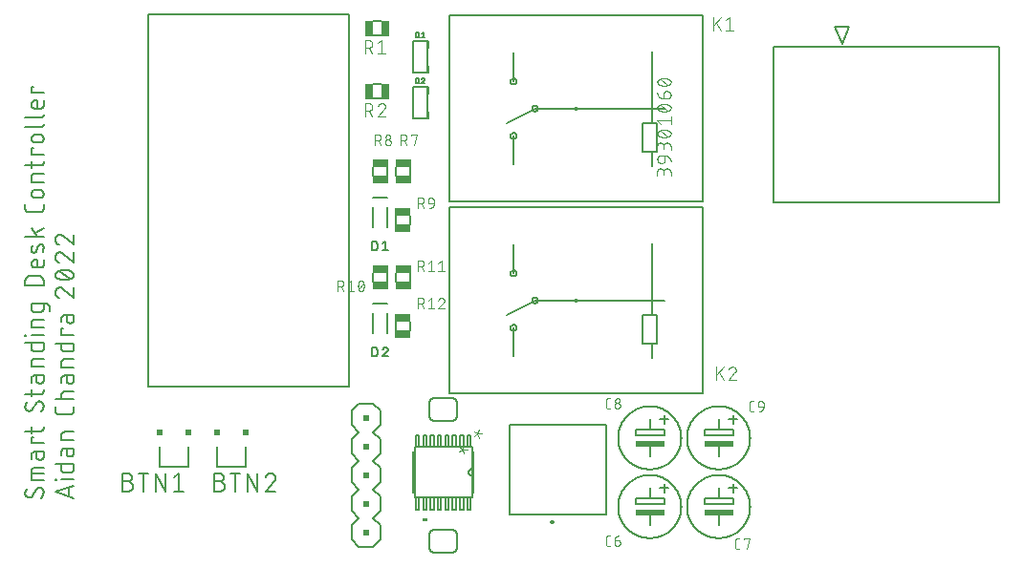
<source format=gbr>
G04 EAGLE Gerber RS-274X export*
G75*
%MOMM*%
%FSLAX34Y34*%
%LPD*%
%INSilkscreen Top*%
%IPPOS*%
%AMOC8*
5,1,8,0,0,1.08239X$1,22.5*%
G01*
%ADD10C,0.203200*%
%ADD11C,0.152400*%
%ADD12R,2.540000X0.508000*%
%ADD13C,0.101600*%
%ADD14C,0.076200*%
%ADD15C,0.127000*%
%ADD16C,0.127000*%
%ADD17C,0.200000*%
%ADD18R,0.508000X0.508000*%
%ADD19R,1.400000X0.650000*%
%ADD20R,0.650000X1.400000*%

G36*
X379357Y42547D02*
X379357Y42547D01*
X379359Y42546D01*
X379402Y42566D01*
X379446Y42584D01*
X379446Y42586D01*
X379448Y42587D01*
X379481Y42672D01*
X379481Y45212D01*
X379480Y45214D01*
X379481Y45216D01*
X379461Y45259D01*
X379443Y45303D01*
X379441Y45303D01*
X379440Y45305D01*
X379355Y45338D01*
X375545Y45338D01*
X375543Y45337D01*
X375541Y45338D01*
X375498Y45318D01*
X375454Y45300D01*
X375454Y45298D01*
X375452Y45297D01*
X375419Y45212D01*
X375419Y42672D01*
X375420Y42670D01*
X375419Y42668D01*
X375439Y42625D01*
X375457Y42581D01*
X375459Y42581D01*
X375460Y42579D01*
X375545Y42546D01*
X379355Y42546D01*
X379357Y42547D01*
G37*
D10*
X142240Y109220D02*
X142240Y91440D01*
X167640Y91440D01*
X167640Y109220D01*
X193040Y109220D02*
X193040Y91440D01*
X218440Y91440D01*
X218440Y109220D01*
D11*
X114498Y78373D02*
X109982Y78373D01*
X114498Y78374D02*
X114631Y78372D01*
X114763Y78366D01*
X114895Y78356D01*
X115027Y78343D01*
X115159Y78325D01*
X115289Y78304D01*
X115420Y78279D01*
X115549Y78250D01*
X115677Y78217D01*
X115805Y78181D01*
X115931Y78141D01*
X116056Y78097D01*
X116180Y78049D01*
X116302Y77998D01*
X116423Y77943D01*
X116542Y77885D01*
X116660Y77823D01*
X116775Y77758D01*
X116889Y77689D01*
X117000Y77618D01*
X117109Y77542D01*
X117216Y77464D01*
X117321Y77383D01*
X117423Y77298D01*
X117523Y77211D01*
X117620Y77121D01*
X117715Y77028D01*
X117806Y76932D01*
X117895Y76834D01*
X117981Y76733D01*
X118064Y76629D01*
X118144Y76523D01*
X118220Y76415D01*
X118294Y76305D01*
X118364Y76192D01*
X118431Y76078D01*
X118494Y75961D01*
X118554Y75843D01*
X118611Y75723D01*
X118664Y75601D01*
X118713Y75478D01*
X118759Y75354D01*
X118801Y75228D01*
X118839Y75101D01*
X118874Y74973D01*
X118905Y74844D01*
X118932Y74715D01*
X118955Y74584D01*
X118975Y74453D01*
X118990Y74321D01*
X119002Y74189D01*
X119010Y74057D01*
X119014Y73924D01*
X119014Y73792D01*
X119010Y73659D01*
X119002Y73527D01*
X118990Y73395D01*
X118975Y73263D01*
X118955Y73132D01*
X118932Y73001D01*
X118905Y72872D01*
X118874Y72743D01*
X118839Y72615D01*
X118801Y72488D01*
X118759Y72362D01*
X118713Y72238D01*
X118664Y72115D01*
X118611Y71993D01*
X118554Y71873D01*
X118494Y71755D01*
X118431Y71638D01*
X118364Y71524D01*
X118294Y71411D01*
X118220Y71301D01*
X118144Y71193D01*
X118064Y71087D01*
X117981Y70983D01*
X117895Y70882D01*
X117806Y70784D01*
X117715Y70688D01*
X117620Y70595D01*
X117523Y70505D01*
X117423Y70418D01*
X117321Y70333D01*
X117216Y70252D01*
X117109Y70174D01*
X117000Y70098D01*
X116889Y70027D01*
X116775Y69958D01*
X116660Y69893D01*
X116542Y69831D01*
X116423Y69773D01*
X116302Y69718D01*
X116180Y69667D01*
X116056Y69619D01*
X115931Y69575D01*
X115805Y69535D01*
X115677Y69499D01*
X115549Y69466D01*
X115420Y69437D01*
X115289Y69412D01*
X115159Y69391D01*
X115027Y69373D01*
X114895Y69360D01*
X114763Y69350D01*
X114631Y69344D01*
X114498Y69342D01*
X109982Y69342D01*
X109982Y85598D01*
X114498Y85598D01*
X114617Y85596D01*
X114737Y85590D01*
X114856Y85580D01*
X114974Y85566D01*
X115093Y85549D01*
X115210Y85527D01*
X115327Y85502D01*
X115442Y85472D01*
X115557Y85439D01*
X115671Y85402D01*
X115783Y85362D01*
X115894Y85317D01*
X116003Y85269D01*
X116111Y85218D01*
X116217Y85163D01*
X116321Y85104D01*
X116423Y85042D01*
X116523Y84977D01*
X116621Y84908D01*
X116717Y84836D01*
X116810Y84761D01*
X116900Y84684D01*
X116988Y84603D01*
X117073Y84519D01*
X117155Y84432D01*
X117235Y84343D01*
X117311Y84251D01*
X117385Y84157D01*
X117455Y84060D01*
X117522Y83962D01*
X117586Y83861D01*
X117646Y83757D01*
X117703Y83652D01*
X117756Y83545D01*
X117806Y83437D01*
X117852Y83327D01*
X117894Y83215D01*
X117933Y83102D01*
X117968Y82988D01*
X117999Y82873D01*
X118027Y82756D01*
X118050Y82639D01*
X118070Y82522D01*
X118086Y82403D01*
X118098Y82284D01*
X118106Y82165D01*
X118110Y82046D01*
X118110Y81926D01*
X118106Y81807D01*
X118098Y81688D01*
X118086Y81569D01*
X118070Y81450D01*
X118050Y81333D01*
X118027Y81216D01*
X117999Y81099D01*
X117968Y80984D01*
X117933Y80870D01*
X117894Y80757D01*
X117852Y80645D01*
X117806Y80535D01*
X117756Y80427D01*
X117703Y80320D01*
X117646Y80215D01*
X117586Y80111D01*
X117522Y80010D01*
X117455Y79912D01*
X117385Y79815D01*
X117311Y79721D01*
X117235Y79629D01*
X117155Y79540D01*
X117073Y79453D01*
X116988Y79369D01*
X116900Y79288D01*
X116810Y79211D01*
X116717Y79136D01*
X116621Y79064D01*
X116523Y78995D01*
X116423Y78930D01*
X116321Y78868D01*
X116217Y78809D01*
X116111Y78754D01*
X116003Y78703D01*
X115894Y78655D01*
X115783Y78610D01*
X115671Y78570D01*
X115557Y78533D01*
X115442Y78500D01*
X115327Y78470D01*
X115210Y78445D01*
X115093Y78423D01*
X114974Y78406D01*
X114856Y78392D01*
X114737Y78382D01*
X114617Y78376D01*
X114498Y78374D01*
X128355Y85598D02*
X128355Y69342D01*
X123839Y85598D02*
X132870Y85598D01*
X138949Y85598D02*
X138949Y69342D01*
X147980Y69342D02*
X138949Y85598D01*
X147980Y85598D02*
X147980Y69342D01*
X155102Y81986D02*
X159617Y85598D01*
X159617Y69342D01*
X155102Y69342D02*
X164133Y69342D01*
X191262Y78373D02*
X195778Y78373D01*
X195778Y78374D02*
X195911Y78372D01*
X196043Y78366D01*
X196175Y78356D01*
X196307Y78343D01*
X196439Y78325D01*
X196569Y78304D01*
X196700Y78279D01*
X196829Y78250D01*
X196957Y78217D01*
X197085Y78181D01*
X197211Y78141D01*
X197336Y78097D01*
X197460Y78049D01*
X197582Y77998D01*
X197703Y77943D01*
X197822Y77885D01*
X197940Y77823D01*
X198055Y77758D01*
X198169Y77689D01*
X198280Y77618D01*
X198389Y77542D01*
X198496Y77464D01*
X198601Y77383D01*
X198703Y77298D01*
X198803Y77211D01*
X198900Y77121D01*
X198995Y77028D01*
X199086Y76932D01*
X199175Y76834D01*
X199261Y76733D01*
X199344Y76629D01*
X199424Y76523D01*
X199500Y76415D01*
X199574Y76305D01*
X199644Y76192D01*
X199711Y76078D01*
X199774Y75961D01*
X199834Y75843D01*
X199891Y75723D01*
X199944Y75601D01*
X199993Y75478D01*
X200039Y75354D01*
X200081Y75228D01*
X200119Y75101D01*
X200154Y74973D01*
X200185Y74844D01*
X200212Y74715D01*
X200235Y74584D01*
X200255Y74453D01*
X200270Y74321D01*
X200282Y74189D01*
X200290Y74057D01*
X200294Y73924D01*
X200294Y73792D01*
X200290Y73659D01*
X200282Y73527D01*
X200270Y73395D01*
X200255Y73263D01*
X200235Y73132D01*
X200212Y73001D01*
X200185Y72872D01*
X200154Y72743D01*
X200119Y72615D01*
X200081Y72488D01*
X200039Y72362D01*
X199993Y72238D01*
X199944Y72115D01*
X199891Y71993D01*
X199834Y71873D01*
X199774Y71755D01*
X199711Y71638D01*
X199644Y71524D01*
X199574Y71411D01*
X199500Y71301D01*
X199424Y71193D01*
X199344Y71087D01*
X199261Y70983D01*
X199175Y70882D01*
X199086Y70784D01*
X198995Y70688D01*
X198900Y70595D01*
X198803Y70505D01*
X198703Y70418D01*
X198601Y70333D01*
X198496Y70252D01*
X198389Y70174D01*
X198280Y70098D01*
X198169Y70027D01*
X198055Y69958D01*
X197940Y69893D01*
X197822Y69831D01*
X197703Y69773D01*
X197582Y69718D01*
X197460Y69667D01*
X197336Y69619D01*
X197211Y69575D01*
X197085Y69535D01*
X196957Y69499D01*
X196829Y69466D01*
X196700Y69437D01*
X196569Y69412D01*
X196439Y69391D01*
X196307Y69373D01*
X196175Y69360D01*
X196043Y69350D01*
X195911Y69344D01*
X195778Y69342D01*
X191262Y69342D01*
X191262Y85598D01*
X195778Y85598D01*
X195897Y85596D01*
X196017Y85590D01*
X196136Y85580D01*
X196254Y85566D01*
X196373Y85549D01*
X196490Y85527D01*
X196607Y85502D01*
X196722Y85472D01*
X196837Y85439D01*
X196951Y85402D01*
X197063Y85362D01*
X197174Y85317D01*
X197283Y85269D01*
X197391Y85218D01*
X197497Y85163D01*
X197601Y85104D01*
X197703Y85042D01*
X197803Y84977D01*
X197901Y84908D01*
X197997Y84836D01*
X198090Y84761D01*
X198180Y84684D01*
X198268Y84603D01*
X198353Y84519D01*
X198435Y84432D01*
X198515Y84343D01*
X198591Y84251D01*
X198665Y84157D01*
X198735Y84060D01*
X198802Y83962D01*
X198866Y83861D01*
X198926Y83757D01*
X198983Y83652D01*
X199036Y83545D01*
X199086Y83437D01*
X199132Y83327D01*
X199174Y83215D01*
X199213Y83102D01*
X199248Y82988D01*
X199279Y82873D01*
X199307Y82756D01*
X199330Y82639D01*
X199350Y82522D01*
X199366Y82403D01*
X199378Y82284D01*
X199386Y82165D01*
X199390Y82046D01*
X199390Y81926D01*
X199386Y81807D01*
X199378Y81688D01*
X199366Y81569D01*
X199350Y81450D01*
X199330Y81333D01*
X199307Y81216D01*
X199279Y81099D01*
X199248Y80984D01*
X199213Y80870D01*
X199174Y80757D01*
X199132Y80645D01*
X199086Y80535D01*
X199036Y80427D01*
X198983Y80320D01*
X198926Y80215D01*
X198866Y80111D01*
X198802Y80010D01*
X198735Y79912D01*
X198665Y79815D01*
X198591Y79721D01*
X198515Y79629D01*
X198435Y79540D01*
X198353Y79453D01*
X198268Y79369D01*
X198180Y79288D01*
X198090Y79211D01*
X197997Y79136D01*
X197901Y79064D01*
X197803Y78995D01*
X197703Y78930D01*
X197601Y78868D01*
X197497Y78809D01*
X197391Y78754D01*
X197283Y78703D01*
X197174Y78655D01*
X197063Y78610D01*
X196951Y78570D01*
X196837Y78533D01*
X196722Y78500D01*
X196607Y78470D01*
X196490Y78445D01*
X196373Y78423D01*
X196254Y78406D01*
X196136Y78392D01*
X196017Y78382D01*
X195897Y78376D01*
X195778Y78374D01*
X209635Y85598D02*
X209635Y69342D01*
X205119Y85598D02*
X214150Y85598D01*
X220229Y85598D02*
X220229Y69342D01*
X229260Y69342D02*
X220229Y85598D01*
X229260Y85598D02*
X229260Y69342D01*
X245413Y81534D02*
X245411Y81659D01*
X245405Y81784D01*
X245396Y81909D01*
X245382Y82033D01*
X245365Y82157D01*
X245344Y82281D01*
X245319Y82403D01*
X245290Y82525D01*
X245258Y82646D01*
X245222Y82766D01*
X245182Y82885D01*
X245139Y83002D01*
X245092Y83118D01*
X245041Y83233D01*
X244987Y83345D01*
X244929Y83457D01*
X244869Y83566D01*
X244804Y83673D01*
X244737Y83779D01*
X244666Y83882D01*
X244592Y83983D01*
X244515Y84082D01*
X244435Y84178D01*
X244352Y84272D01*
X244267Y84363D01*
X244178Y84452D01*
X244087Y84537D01*
X243993Y84620D01*
X243897Y84700D01*
X243798Y84777D01*
X243697Y84851D01*
X243594Y84922D01*
X243488Y84989D01*
X243381Y85054D01*
X243272Y85114D01*
X243160Y85172D01*
X243048Y85226D01*
X242933Y85277D01*
X242817Y85324D01*
X242700Y85367D01*
X242581Y85407D01*
X242461Y85443D01*
X242340Y85475D01*
X242218Y85504D01*
X242096Y85529D01*
X241972Y85550D01*
X241848Y85567D01*
X241724Y85581D01*
X241599Y85590D01*
X241474Y85596D01*
X241349Y85598D01*
X241206Y85596D01*
X241064Y85590D01*
X240921Y85580D01*
X240779Y85567D01*
X240638Y85549D01*
X240496Y85528D01*
X240356Y85503D01*
X240216Y85474D01*
X240077Y85441D01*
X239939Y85404D01*
X239802Y85364D01*
X239667Y85320D01*
X239532Y85272D01*
X239399Y85220D01*
X239267Y85165D01*
X239137Y85106D01*
X239009Y85044D01*
X238882Y84978D01*
X238757Y84909D01*
X238634Y84837D01*
X238514Y84761D01*
X238395Y84682D01*
X238278Y84599D01*
X238164Y84514D01*
X238052Y84425D01*
X237943Y84334D01*
X237836Y84239D01*
X237731Y84142D01*
X237630Y84041D01*
X237531Y83938D01*
X237435Y83833D01*
X237342Y83724D01*
X237252Y83613D01*
X237165Y83500D01*
X237081Y83385D01*
X237001Y83267D01*
X236923Y83147D01*
X236849Y83025D01*
X236779Y82901D01*
X236711Y82775D01*
X236648Y82647D01*
X236587Y82518D01*
X236530Y82387D01*
X236477Y82255D01*
X236428Y82121D01*
X236382Y81986D01*
X244058Y78373D02*
X244152Y78465D01*
X244242Y78559D01*
X244330Y78656D01*
X244415Y78756D01*
X244497Y78858D01*
X244576Y78963D01*
X244651Y79070D01*
X244723Y79179D01*
X244792Y79290D01*
X244858Y79404D01*
X244920Y79519D01*
X244979Y79636D01*
X245034Y79755D01*
X245085Y79875D01*
X245133Y79997D01*
X245178Y80120D01*
X245218Y80244D01*
X245255Y80370D01*
X245288Y80497D01*
X245317Y80624D01*
X245343Y80753D01*
X245364Y80882D01*
X245382Y81012D01*
X245395Y81142D01*
X245405Y81272D01*
X245411Y81403D01*
X245413Y81534D01*
X244058Y78373D02*
X236382Y69342D01*
X245413Y69342D01*
X39878Y69034D02*
X39876Y69152D01*
X39870Y69270D01*
X39861Y69388D01*
X39847Y69505D01*
X39830Y69622D01*
X39809Y69739D01*
X39784Y69854D01*
X39755Y69969D01*
X39722Y70083D01*
X39686Y70195D01*
X39646Y70306D01*
X39603Y70416D01*
X39556Y70525D01*
X39506Y70632D01*
X39451Y70737D01*
X39394Y70840D01*
X39333Y70941D01*
X39269Y71041D01*
X39202Y71138D01*
X39132Y71233D01*
X39058Y71325D01*
X38982Y71416D01*
X38902Y71503D01*
X38820Y71588D01*
X38735Y71670D01*
X38648Y71750D01*
X38557Y71826D01*
X38465Y71900D01*
X38370Y71970D01*
X38273Y72037D01*
X38173Y72101D01*
X38072Y72162D01*
X37969Y72219D01*
X37864Y72274D01*
X37757Y72324D01*
X37648Y72371D01*
X37538Y72414D01*
X37427Y72454D01*
X37315Y72490D01*
X37201Y72523D01*
X37086Y72552D01*
X36971Y72577D01*
X36854Y72598D01*
X36737Y72615D01*
X36620Y72629D01*
X36502Y72638D01*
X36384Y72644D01*
X36266Y72646D01*
X39878Y69034D02*
X39876Y68851D01*
X39869Y68669D01*
X39858Y68487D01*
X39843Y68305D01*
X39823Y68123D01*
X39800Y67942D01*
X39771Y67762D01*
X39739Y67582D01*
X39702Y67403D01*
X39661Y67226D01*
X39615Y67049D01*
X39566Y66873D01*
X39512Y66699D01*
X39454Y66525D01*
X39392Y66354D01*
X39326Y66184D01*
X39255Y66015D01*
X39181Y65848D01*
X39103Y65683D01*
X39021Y65520D01*
X38935Y65359D01*
X38845Y65200D01*
X38751Y65043D01*
X38654Y64889D01*
X38553Y64737D01*
X38448Y64587D01*
X38340Y64440D01*
X38229Y64296D01*
X38114Y64154D01*
X37995Y64015D01*
X37873Y63879D01*
X37748Y63746D01*
X37620Y63616D01*
X27234Y64068D02*
X27116Y64070D01*
X26998Y64076D01*
X26880Y64085D01*
X26763Y64099D01*
X26646Y64116D01*
X26529Y64137D01*
X26414Y64162D01*
X26299Y64191D01*
X26185Y64224D01*
X26073Y64260D01*
X25962Y64300D01*
X25852Y64343D01*
X25743Y64390D01*
X25636Y64440D01*
X25531Y64495D01*
X25428Y64552D01*
X25327Y64613D01*
X25227Y64677D01*
X25130Y64744D01*
X25035Y64814D01*
X24943Y64888D01*
X24852Y64964D01*
X24765Y65044D01*
X24680Y65126D01*
X24598Y65211D01*
X24518Y65298D01*
X24442Y65389D01*
X24368Y65481D01*
X24298Y65576D01*
X24231Y65673D01*
X24167Y65773D01*
X24106Y65874D01*
X24049Y65977D01*
X23994Y66082D01*
X23944Y66189D01*
X23897Y66298D01*
X23854Y66408D01*
X23814Y66519D01*
X23778Y66631D01*
X23745Y66745D01*
X23716Y66860D01*
X23691Y66975D01*
X23670Y67092D01*
X23653Y67209D01*
X23639Y67326D01*
X23630Y67444D01*
X23624Y67562D01*
X23622Y67680D01*
X23624Y67841D01*
X23630Y68003D01*
X23639Y68164D01*
X23653Y68325D01*
X23670Y68485D01*
X23691Y68645D01*
X23716Y68805D01*
X23745Y68964D01*
X23777Y69122D01*
X23813Y69279D01*
X23853Y69435D01*
X23897Y69591D01*
X23945Y69745D01*
X23996Y69898D01*
X24050Y70050D01*
X24109Y70201D01*
X24170Y70350D01*
X24236Y70497D01*
X24305Y70643D01*
X24377Y70788D01*
X24453Y70930D01*
X24532Y71071D01*
X24614Y71210D01*
X24700Y71346D01*
X24789Y71481D01*
X24881Y71614D01*
X24977Y71744D01*
X30395Y65873D02*
X30333Y65772D01*
X30268Y65672D01*
X30199Y65575D01*
X30127Y65480D01*
X30053Y65387D01*
X29975Y65297D01*
X29894Y65209D01*
X29811Y65124D01*
X29725Y65042D01*
X29636Y64963D01*
X29545Y64886D01*
X29451Y64813D01*
X29355Y64742D01*
X29257Y64675D01*
X29157Y64611D01*
X29054Y64550D01*
X28950Y64493D01*
X28844Y64439D01*
X28736Y64389D01*
X28627Y64342D01*
X28516Y64298D01*
X28404Y64258D01*
X28290Y64222D01*
X28176Y64190D01*
X28060Y64161D01*
X27944Y64136D01*
X27827Y64115D01*
X27709Y64098D01*
X27591Y64084D01*
X27472Y64075D01*
X27353Y64069D01*
X27234Y64067D01*
X33105Y70841D02*
X33167Y70942D01*
X33232Y71042D01*
X33301Y71139D01*
X33373Y71234D01*
X33447Y71327D01*
X33525Y71417D01*
X33606Y71505D01*
X33689Y71590D01*
X33775Y71672D01*
X33864Y71751D01*
X33955Y71828D01*
X34049Y71901D01*
X34145Y71972D01*
X34243Y72039D01*
X34343Y72103D01*
X34446Y72164D01*
X34550Y72221D01*
X34656Y72275D01*
X34764Y72325D01*
X34873Y72372D01*
X34984Y72416D01*
X35096Y72456D01*
X35210Y72492D01*
X35324Y72524D01*
X35440Y72553D01*
X35556Y72578D01*
X35673Y72599D01*
X35791Y72616D01*
X35909Y72630D01*
X36028Y72639D01*
X36147Y72645D01*
X36266Y72647D01*
X33105Y70840D02*
X30395Y65873D01*
X29041Y79386D02*
X39878Y79386D01*
X29041Y79386D02*
X29041Y87514D01*
X29043Y87615D01*
X29049Y87716D01*
X29058Y87817D01*
X29071Y87918D01*
X29088Y88018D01*
X29109Y88117D01*
X29133Y88215D01*
X29161Y88312D01*
X29193Y88409D01*
X29228Y88504D01*
X29267Y88597D01*
X29309Y88689D01*
X29355Y88780D01*
X29404Y88869D01*
X29456Y88955D01*
X29512Y89040D01*
X29570Y89123D01*
X29632Y89203D01*
X29697Y89281D01*
X29764Y89357D01*
X29834Y89430D01*
X29907Y89500D01*
X29983Y89567D01*
X30061Y89632D01*
X30141Y89694D01*
X30224Y89752D01*
X30309Y89808D01*
X30396Y89860D01*
X30484Y89909D01*
X30575Y89955D01*
X30667Y89997D01*
X30760Y90036D01*
X30855Y90071D01*
X30952Y90103D01*
X31049Y90131D01*
X31147Y90155D01*
X31246Y90176D01*
X31346Y90193D01*
X31447Y90206D01*
X31548Y90215D01*
X31649Y90221D01*
X31750Y90223D01*
X39878Y90223D01*
X39878Y84804D02*
X29041Y84804D01*
X33556Y100432D02*
X33556Y104496D01*
X33556Y100432D02*
X33558Y100320D01*
X33564Y100209D01*
X33574Y100098D01*
X33587Y99987D01*
X33605Y99877D01*
X33627Y99768D01*
X33652Y99659D01*
X33681Y99551D01*
X33714Y99445D01*
X33751Y99339D01*
X33791Y99235D01*
X33835Y99133D01*
X33883Y99032D01*
X33934Y98933D01*
X33989Y98835D01*
X34047Y98740D01*
X34108Y98647D01*
X34173Y98556D01*
X34241Y98467D01*
X34312Y98381D01*
X34385Y98298D01*
X34462Y98217D01*
X34542Y98138D01*
X34624Y98063D01*
X34709Y97991D01*
X34796Y97921D01*
X34886Y97855D01*
X34978Y97792D01*
X35073Y97732D01*
X35169Y97676D01*
X35267Y97623D01*
X35367Y97574D01*
X35469Y97528D01*
X35572Y97486D01*
X35677Y97447D01*
X35783Y97412D01*
X35890Y97381D01*
X35998Y97354D01*
X36107Y97330D01*
X36217Y97311D01*
X36327Y97295D01*
X36438Y97283D01*
X36550Y97275D01*
X36661Y97271D01*
X36773Y97271D01*
X36884Y97275D01*
X36996Y97283D01*
X37107Y97295D01*
X37217Y97311D01*
X37327Y97330D01*
X37436Y97354D01*
X37544Y97381D01*
X37651Y97412D01*
X37757Y97447D01*
X37862Y97486D01*
X37965Y97528D01*
X38067Y97574D01*
X38167Y97623D01*
X38265Y97676D01*
X38361Y97732D01*
X38456Y97792D01*
X38548Y97855D01*
X38638Y97921D01*
X38725Y97991D01*
X38810Y98063D01*
X38892Y98138D01*
X38972Y98217D01*
X39049Y98298D01*
X39122Y98381D01*
X39193Y98467D01*
X39261Y98556D01*
X39326Y98647D01*
X39387Y98740D01*
X39445Y98835D01*
X39500Y98933D01*
X39551Y99032D01*
X39599Y99133D01*
X39643Y99235D01*
X39683Y99339D01*
X39720Y99445D01*
X39753Y99551D01*
X39782Y99659D01*
X39807Y99768D01*
X39829Y99877D01*
X39847Y99987D01*
X39860Y100098D01*
X39870Y100209D01*
X39876Y100320D01*
X39878Y100432D01*
X39878Y104496D01*
X31750Y104496D01*
X31750Y104495D02*
X31649Y104493D01*
X31548Y104487D01*
X31447Y104478D01*
X31346Y104465D01*
X31246Y104448D01*
X31147Y104427D01*
X31049Y104403D01*
X30952Y104375D01*
X30855Y104343D01*
X30760Y104308D01*
X30667Y104269D01*
X30575Y104227D01*
X30484Y104181D01*
X30396Y104132D01*
X30309Y104080D01*
X30224Y104024D01*
X30141Y103966D01*
X30061Y103904D01*
X29983Y103839D01*
X29907Y103772D01*
X29834Y103702D01*
X29764Y103629D01*
X29697Y103553D01*
X29632Y103475D01*
X29570Y103395D01*
X29512Y103312D01*
X29456Y103227D01*
X29404Y103141D01*
X29355Y103052D01*
X29309Y102961D01*
X29267Y102869D01*
X29228Y102776D01*
X29193Y102681D01*
X29161Y102584D01*
X29133Y102487D01*
X29109Y102389D01*
X29088Y102290D01*
X29071Y102190D01*
X29058Y102089D01*
X29049Y101988D01*
X29043Y101887D01*
X29041Y101786D01*
X29041Y98174D01*
X29041Y112018D02*
X39878Y112018D01*
X29041Y112018D02*
X29041Y117437D01*
X30847Y117437D01*
X29041Y121057D02*
X29041Y126476D01*
X23622Y122863D02*
X37169Y122863D01*
X37270Y122865D01*
X37371Y122871D01*
X37472Y122880D01*
X37573Y122893D01*
X37673Y122910D01*
X37772Y122931D01*
X37870Y122955D01*
X37967Y122983D01*
X38064Y123015D01*
X38159Y123050D01*
X38252Y123089D01*
X38344Y123131D01*
X38435Y123177D01*
X38523Y123226D01*
X38610Y123278D01*
X38695Y123334D01*
X38778Y123392D01*
X38858Y123454D01*
X38936Y123519D01*
X39012Y123586D01*
X39085Y123656D01*
X39155Y123729D01*
X39222Y123805D01*
X39287Y123883D01*
X39349Y123963D01*
X39407Y124046D01*
X39463Y124131D01*
X39515Y124217D01*
X39564Y124306D01*
X39610Y124397D01*
X39652Y124489D01*
X39691Y124582D01*
X39726Y124677D01*
X39758Y124774D01*
X39786Y124871D01*
X39810Y124969D01*
X39831Y125068D01*
X39848Y125168D01*
X39861Y125269D01*
X39870Y125370D01*
X39876Y125471D01*
X39878Y125572D01*
X39878Y126476D01*
X39878Y145627D02*
X39876Y145745D01*
X39870Y145863D01*
X39861Y145981D01*
X39847Y146098D01*
X39830Y146215D01*
X39809Y146332D01*
X39784Y146447D01*
X39755Y146562D01*
X39722Y146676D01*
X39686Y146788D01*
X39646Y146899D01*
X39603Y147009D01*
X39556Y147118D01*
X39506Y147225D01*
X39451Y147330D01*
X39394Y147433D01*
X39333Y147534D01*
X39269Y147634D01*
X39202Y147731D01*
X39132Y147826D01*
X39058Y147918D01*
X38982Y148009D01*
X38902Y148096D01*
X38820Y148181D01*
X38735Y148263D01*
X38648Y148343D01*
X38557Y148419D01*
X38465Y148493D01*
X38370Y148563D01*
X38273Y148630D01*
X38173Y148694D01*
X38072Y148755D01*
X37969Y148812D01*
X37864Y148867D01*
X37757Y148917D01*
X37648Y148964D01*
X37538Y149007D01*
X37427Y149047D01*
X37315Y149083D01*
X37201Y149116D01*
X37086Y149145D01*
X36971Y149170D01*
X36854Y149191D01*
X36737Y149208D01*
X36620Y149222D01*
X36502Y149231D01*
X36384Y149237D01*
X36266Y149239D01*
X39878Y145627D02*
X39876Y145444D01*
X39869Y145262D01*
X39858Y145080D01*
X39843Y144898D01*
X39823Y144716D01*
X39800Y144535D01*
X39771Y144355D01*
X39739Y144175D01*
X39702Y143996D01*
X39661Y143819D01*
X39615Y143642D01*
X39566Y143466D01*
X39512Y143292D01*
X39454Y143118D01*
X39392Y142947D01*
X39326Y142777D01*
X39255Y142608D01*
X39181Y142441D01*
X39103Y142276D01*
X39021Y142113D01*
X38935Y141952D01*
X38845Y141793D01*
X38751Y141636D01*
X38654Y141482D01*
X38553Y141330D01*
X38448Y141180D01*
X38340Y141033D01*
X38229Y140889D01*
X38114Y140747D01*
X37995Y140608D01*
X37873Y140472D01*
X37748Y140339D01*
X37620Y140209D01*
X27234Y140660D02*
X27116Y140662D01*
X26998Y140668D01*
X26880Y140677D01*
X26763Y140691D01*
X26646Y140708D01*
X26529Y140729D01*
X26414Y140754D01*
X26299Y140783D01*
X26185Y140816D01*
X26073Y140852D01*
X25962Y140892D01*
X25852Y140935D01*
X25743Y140982D01*
X25636Y141032D01*
X25531Y141087D01*
X25428Y141144D01*
X25327Y141205D01*
X25227Y141269D01*
X25130Y141336D01*
X25035Y141406D01*
X24943Y141480D01*
X24852Y141556D01*
X24765Y141636D01*
X24680Y141718D01*
X24598Y141803D01*
X24518Y141890D01*
X24442Y141981D01*
X24368Y142073D01*
X24298Y142168D01*
X24231Y142265D01*
X24167Y142365D01*
X24106Y142466D01*
X24049Y142569D01*
X23994Y142674D01*
X23944Y142781D01*
X23897Y142890D01*
X23854Y143000D01*
X23814Y143111D01*
X23778Y143223D01*
X23745Y143337D01*
X23716Y143452D01*
X23691Y143567D01*
X23670Y143684D01*
X23653Y143801D01*
X23639Y143918D01*
X23630Y144036D01*
X23624Y144154D01*
X23622Y144272D01*
X23624Y144433D01*
X23630Y144595D01*
X23639Y144756D01*
X23653Y144917D01*
X23670Y145077D01*
X23691Y145237D01*
X23716Y145397D01*
X23745Y145556D01*
X23777Y145714D01*
X23813Y145871D01*
X23853Y146027D01*
X23897Y146183D01*
X23945Y146337D01*
X23996Y146490D01*
X24050Y146642D01*
X24109Y146793D01*
X24170Y146942D01*
X24236Y147089D01*
X24305Y147235D01*
X24377Y147380D01*
X24453Y147522D01*
X24532Y147663D01*
X24614Y147802D01*
X24700Y147938D01*
X24789Y148073D01*
X24881Y148206D01*
X24977Y148336D01*
X30395Y142466D02*
X30333Y142365D01*
X30268Y142265D01*
X30199Y142168D01*
X30127Y142073D01*
X30053Y141980D01*
X29975Y141890D01*
X29894Y141802D01*
X29811Y141717D01*
X29725Y141635D01*
X29636Y141556D01*
X29545Y141479D01*
X29451Y141406D01*
X29355Y141335D01*
X29257Y141268D01*
X29157Y141204D01*
X29054Y141143D01*
X28950Y141086D01*
X28844Y141032D01*
X28736Y140982D01*
X28627Y140935D01*
X28516Y140891D01*
X28404Y140851D01*
X28290Y140815D01*
X28176Y140783D01*
X28060Y140754D01*
X27944Y140729D01*
X27827Y140708D01*
X27709Y140691D01*
X27591Y140677D01*
X27472Y140668D01*
X27353Y140662D01*
X27234Y140660D01*
X33105Y147434D02*
X33167Y147535D01*
X33232Y147635D01*
X33301Y147732D01*
X33373Y147827D01*
X33447Y147920D01*
X33525Y148010D01*
X33606Y148098D01*
X33689Y148183D01*
X33775Y148265D01*
X33864Y148344D01*
X33955Y148421D01*
X34049Y148494D01*
X34145Y148565D01*
X34243Y148632D01*
X34343Y148696D01*
X34446Y148757D01*
X34550Y148814D01*
X34656Y148868D01*
X34764Y148918D01*
X34873Y148965D01*
X34984Y149009D01*
X35096Y149049D01*
X35210Y149085D01*
X35324Y149117D01*
X35440Y149146D01*
X35556Y149171D01*
X35673Y149192D01*
X35791Y149209D01*
X35909Y149223D01*
X36028Y149232D01*
X36147Y149238D01*
X36266Y149240D01*
X33105Y147433D02*
X30395Y142466D01*
X29041Y153882D02*
X29041Y159301D01*
X23622Y155689D02*
X37169Y155689D01*
X37270Y155691D01*
X37371Y155697D01*
X37472Y155706D01*
X37573Y155719D01*
X37673Y155736D01*
X37772Y155757D01*
X37870Y155781D01*
X37967Y155809D01*
X38064Y155841D01*
X38159Y155876D01*
X38252Y155915D01*
X38344Y155957D01*
X38435Y156003D01*
X38523Y156052D01*
X38610Y156104D01*
X38695Y156160D01*
X38778Y156218D01*
X38858Y156280D01*
X38936Y156345D01*
X39012Y156412D01*
X39085Y156482D01*
X39155Y156555D01*
X39222Y156631D01*
X39287Y156709D01*
X39349Y156789D01*
X39407Y156872D01*
X39463Y156957D01*
X39515Y157043D01*
X39564Y157132D01*
X39610Y157223D01*
X39652Y157315D01*
X39691Y157408D01*
X39726Y157503D01*
X39758Y157600D01*
X39786Y157697D01*
X39810Y157795D01*
X39831Y157894D01*
X39848Y157994D01*
X39861Y158095D01*
X39870Y158196D01*
X39876Y158297D01*
X39878Y158398D01*
X39878Y159301D01*
X33556Y168167D02*
X33556Y172231D01*
X33556Y168167D02*
X33558Y168055D01*
X33564Y167944D01*
X33574Y167833D01*
X33587Y167722D01*
X33605Y167612D01*
X33627Y167503D01*
X33652Y167394D01*
X33681Y167286D01*
X33714Y167180D01*
X33751Y167074D01*
X33791Y166970D01*
X33835Y166868D01*
X33883Y166767D01*
X33934Y166668D01*
X33989Y166570D01*
X34047Y166475D01*
X34108Y166382D01*
X34173Y166291D01*
X34241Y166202D01*
X34312Y166116D01*
X34385Y166033D01*
X34462Y165952D01*
X34542Y165873D01*
X34624Y165798D01*
X34709Y165726D01*
X34796Y165656D01*
X34886Y165590D01*
X34978Y165527D01*
X35073Y165467D01*
X35169Y165411D01*
X35267Y165358D01*
X35367Y165309D01*
X35469Y165263D01*
X35572Y165221D01*
X35677Y165182D01*
X35783Y165147D01*
X35890Y165116D01*
X35998Y165089D01*
X36107Y165065D01*
X36217Y165046D01*
X36327Y165030D01*
X36438Y165018D01*
X36550Y165010D01*
X36661Y165006D01*
X36773Y165006D01*
X36884Y165010D01*
X36996Y165018D01*
X37107Y165030D01*
X37217Y165046D01*
X37327Y165065D01*
X37436Y165089D01*
X37544Y165116D01*
X37651Y165147D01*
X37757Y165182D01*
X37862Y165221D01*
X37965Y165263D01*
X38067Y165309D01*
X38167Y165358D01*
X38265Y165411D01*
X38361Y165467D01*
X38456Y165527D01*
X38548Y165590D01*
X38638Y165656D01*
X38725Y165726D01*
X38810Y165798D01*
X38892Y165873D01*
X38972Y165952D01*
X39049Y166033D01*
X39122Y166116D01*
X39193Y166202D01*
X39261Y166291D01*
X39326Y166382D01*
X39387Y166475D01*
X39445Y166570D01*
X39500Y166668D01*
X39551Y166767D01*
X39599Y166868D01*
X39643Y166970D01*
X39683Y167074D01*
X39720Y167180D01*
X39753Y167286D01*
X39782Y167394D01*
X39807Y167503D01*
X39829Y167612D01*
X39847Y167722D01*
X39860Y167833D01*
X39870Y167944D01*
X39876Y168055D01*
X39878Y168167D01*
X39878Y172231D01*
X31750Y172231D01*
X31649Y172229D01*
X31548Y172223D01*
X31447Y172214D01*
X31346Y172201D01*
X31246Y172184D01*
X31147Y172163D01*
X31049Y172139D01*
X30952Y172111D01*
X30855Y172079D01*
X30760Y172044D01*
X30667Y172005D01*
X30575Y171963D01*
X30484Y171917D01*
X30396Y171868D01*
X30309Y171816D01*
X30224Y171760D01*
X30141Y171702D01*
X30061Y171640D01*
X29983Y171575D01*
X29907Y171508D01*
X29834Y171438D01*
X29764Y171365D01*
X29697Y171289D01*
X29632Y171211D01*
X29570Y171131D01*
X29512Y171048D01*
X29456Y170963D01*
X29404Y170877D01*
X29355Y170788D01*
X29309Y170697D01*
X29267Y170605D01*
X29228Y170512D01*
X29193Y170417D01*
X29161Y170320D01*
X29133Y170223D01*
X29109Y170125D01*
X29088Y170026D01*
X29071Y169926D01*
X29058Y169825D01*
X29049Y169724D01*
X29043Y169623D01*
X29041Y169522D01*
X29041Y165909D01*
X29041Y179669D02*
X39878Y179669D01*
X29041Y179669D02*
X29041Y184184D01*
X29043Y184288D01*
X29049Y184391D01*
X29059Y184495D01*
X29073Y184598D01*
X29091Y184700D01*
X29112Y184801D01*
X29138Y184902D01*
X29167Y185001D01*
X29200Y185100D01*
X29237Y185197D01*
X29278Y185292D01*
X29322Y185386D01*
X29370Y185478D01*
X29421Y185568D01*
X29476Y185657D01*
X29534Y185743D01*
X29596Y185826D01*
X29660Y185908D01*
X29728Y185986D01*
X29798Y186062D01*
X29871Y186136D01*
X29948Y186206D01*
X30026Y186274D01*
X30108Y186338D01*
X30191Y186400D01*
X30277Y186458D01*
X30366Y186513D01*
X30456Y186564D01*
X30548Y186612D01*
X30642Y186656D01*
X30737Y186697D01*
X30834Y186734D01*
X30933Y186767D01*
X31032Y186796D01*
X31133Y186822D01*
X31234Y186843D01*
X31336Y186861D01*
X31439Y186875D01*
X31543Y186885D01*
X31646Y186891D01*
X31750Y186893D01*
X39878Y186893D01*
X39878Y200888D02*
X23622Y200888D01*
X39878Y200888D02*
X39878Y196373D01*
X39876Y196272D01*
X39870Y196171D01*
X39861Y196070D01*
X39848Y195969D01*
X39831Y195869D01*
X39810Y195770D01*
X39786Y195672D01*
X39758Y195575D01*
X39726Y195478D01*
X39691Y195383D01*
X39652Y195290D01*
X39610Y195198D01*
X39564Y195107D01*
X39515Y195018D01*
X39463Y194932D01*
X39407Y194847D01*
X39349Y194764D01*
X39287Y194684D01*
X39222Y194606D01*
X39155Y194530D01*
X39085Y194457D01*
X39012Y194387D01*
X38936Y194320D01*
X38858Y194255D01*
X38778Y194193D01*
X38695Y194135D01*
X38610Y194079D01*
X38523Y194027D01*
X38435Y193978D01*
X38344Y193932D01*
X38252Y193890D01*
X38159Y193851D01*
X38064Y193816D01*
X37967Y193784D01*
X37870Y193756D01*
X37772Y193732D01*
X37673Y193711D01*
X37573Y193694D01*
X37472Y193681D01*
X37371Y193672D01*
X37270Y193666D01*
X37169Y193664D01*
X37169Y193663D02*
X31750Y193663D01*
X31750Y193664D02*
X31649Y193666D01*
X31548Y193672D01*
X31447Y193681D01*
X31346Y193694D01*
X31246Y193711D01*
X31147Y193732D01*
X31049Y193756D01*
X30952Y193784D01*
X30855Y193816D01*
X30760Y193851D01*
X30667Y193890D01*
X30575Y193932D01*
X30484Y193978D01*
X30396Y194027D01*
X30309Y194079D01*
X30224Y194135D01*
X30141Y194193D01*
X30061Y194255D01*
X29983Y194320D01*
X29907Y194387D01*
X29834Y194457D01*
X29764Y194530D01*
X29697Y194606D01*
X29632Y194684D01*
X29570Y194764D01*
X29512Y194847D01*
X29456Y194932D01*
X29404Y195019D01*
X29355Y195107D01*
X29309Y195198D01*
X29267Y195290D01*
X29228Y195383D01*
X29193Y195478D01*
X29161Y195575D01*
X29133Y195672D01*
X29109Y195770D01*
X29088Y195869D01*
X29071Y195969D01*
X29058Y196070D01*
X29049Y196171D01*
X29043Y196272D01*
X29041Y196373D01*
X29041Y200888D01*
X29041Y207770D02*
X39878Y207770D01*
X24525Y207318D02*
X23622Y207318D01*
X23622Y208221D01*
X24525Y208221D01*
X24525Y207318D01*
X29041Y214578D02*
X39878Y214578D01*
X29041Y214578D02*
X29041Y219094D01*
X29043Y219198D01*
X29049Y219301D01*
X29059Y219405D01*
X29073Y219508D01*
X29091Y219610D01*
X29112Y219711D01*
X29138Y219812D01*
X29167Y219911D01*
X29200Y220010D01*
X29237Y220107D01*
X29278Y220202D01*
X29322Y220296D01*
X29370Y220388D01*
X29421Y220478D01*
X29476Y220567D01*
X29534Y220653D01*
X29596Y220736D01*
X29660Y220818D01*
X29728Y220896D01*
X29798Y220972D01*
X29871Y221046D01*
X29948Y221116D01*
X30026Y221184D01*
X30108Y221248D01*
X30191Y221310D01*
X30277Y221368D01*
X30366Y221423D01*
X30456Y221474D01*
X30548Y221522D01*
X30642Y221566D01*
X30737Y221607D01*
X30834Y221644D01*
X30933Y221677D01*
X31032Y221706D01*
X31133Y221732D01*
X31234Y221753D01*
X31336Y221771D01*
X31439Y221785D01*
X31543Y221795D01*
X31646Y221801D01*
X31750Y221803D01*
X39878Y221803D01*
X39878Y231282D02*
X39878Y235798D01*
X39878Y231282D02*
X39876Y231181D01*
X39870Y231080D01*
X39861Y230979D01*
X39848Y230878D01*
X39831Y230778D01*
X39810Y230679D01*
X39786Y230581D01*
X39758Y230484D01*
X39726Y230387D01*
X39691Y230292D01*
X39652Y230199D01*
X39610Y230107D01*
X39564Y230016D01*
X39515Y229927D01*
X39463Y229841D01*
X39407Y229756D01*
X39349Y229673D01*
X39287Y229593D01*
X39222Y229515D01*
X39155Y229439D01*
X39085Y229366D01*
X39012Y229296D01*
X38936Y229229D01*
X38858Y229164D01*
X38778Y229102D01*
X38695Y229044D01*
X38610Y228988D01*
X38523Y228936D01*
X38435Y228887D01*
X38344Y228841D01*
X38252Y228799D01*
X38159Y228760D01*
X38064Y228725D01*
X37967Y228693D01*
X37870Y228665D01*
X37772Y228641D01*
X37673Y228620D01*
X37573Y228603D01*
X37472Y228590D01*
X37371Y228581D01*
X37270Y228575D01*
X37169Y228573D01*
X31750Y228573D01*
X31649Y228575D01*
X31548Y228581D01*
X31447Y228590D01*
X31346Y228603D01*
X31246Y228620D01*
X31147Y228641D01*
X31049Y228665D01*
X30952Y228693D01*
X30855Y228725D01*
X30760Y228760D01*
X30667Y228799D01*
X30575Y228841D01*
X30484Y228887D01*
X30396Y228936D01*
X30309Y228988D01*
X30224Y229044D01*
X30141Y229102D01*
X30061Y229164D01*
X29983Y229229D01*
X29907Y229296D01*
X29834Y229366D01*
X29764Y229439D01*
X29697Y229515D01*
X29632Y229593D01*
X29570Y229673D01*
X29512Y229756D01*
X29456Y229841D01*
X29404Y229928D01*
X29355Y230016D01*
X29309Y230107D01*
X29267Y230199D01*
X29228Y230292D01*
X29193Y230387D01*
X29161Y230484D01*
X29133Y230581D01*
X29109Y230679D01*
X29088Y230778D01*
X29071Y230878D01*
X29058Y230979D01*
X29049Y231080D01*
X29043Y231181D01*
X29041Y231282D01*
X29041Y235798D01*
X42587Y235798D01*
X42688Y235796D01*
X42789Y235790D01*
X42890Y235781D01*
X42991Y235768D01*
X43091Y235751D01*
X43190Y235730D01*
X43288Y235706D01*
X43385Y235678D01*
X43482Y235646D01*
X43577Y235611D01*
X43670Y235572D01*
X43762Y235530D01*
X43853Y235484D01*
X43942Y235435D01*
X44028Y235383D01*
X44113Y235327D01*
X44196Y235269D01*
X44276Y235207D01*
X44354Y235142D01*
X44430Y235075D01*
X44503Y235005D01*
X44573Y234932D01*
X44640Y234856D01*
X44705Y234778D01*
X44767Y234698D01*
X44825Y234615D01*
X44881Y234530D01*
X44933Y234444D01*
X44982Y234355D01*
X45028Y234264D01*
X45070Y234172D01*
X45109Y234079D01*
X45144Y233984D01*
X45176Y233887D01*
X45204Y233790D01*
X45228Y233692D01*
X45249Y233593D01*
X45266Y233493D01*
X45279Y233392D01*
X45288Y233291D01*
X45294Y233190D01*
X45296Y233089D01*
X45297Y233089D02*
X45297Y229476D01*
X39878Y251711D02*
X23622Y251711D01*
X23622Y256227D01*
X23624Y256358D01*
X23630Y256490D01*
X23639Y256621D01*
X23653Y256751D01*
X23670Y256882D01*
X23691Y257011D01*
X23715Y257140D01*
X23744Y257268D01*
X23776Y257396D01*
X23812Y257522D01*
X23851Y257647D01*
X23894Y257772D01*
X23941Y257894D01*
X23991Y258016D01*
X24045Y258136D01*
X24102Y258254D01*
X24163Y258370D01*
X24227Y258485D01*
X24294Y258598D01*
X24365Y258709D01*
X24439Y258817D01*
X24516Y258924D01*
X24596Y259028D01*
X24679Y259130D01*
X24764Y259229D01*
X24853Y259326D01*
X24945Y259420D01*
X25039Y259512D01*
X25136Y259601D01*
X25235Y259686D01*
X25337Y259769D01*
X25441Y259849D01*
X25548Y259926D01*
X25656Y260000D01*
X25767Y260071D01*
X25880Y260138D01*
X25995Y260202D01*
X26111Y260263D01*
X26229Y260320D01*
X26349Y260374D01*
X26471Y260424D01*
X26593Y260471D01*
X26718Y260514D01*
X26843Y260553D01*
X26969Y260589D01*
X27097Y260621D01*
X27225Y260650D01*
X27354Y260674D01*
X27483Y260695D01*
X27614Y260712D01*
X27744Y260726D01*
X27875Y260735D01*
X28007Y260741D01*
X28138Y260743D01*
X28138Y260742D02*
X35362Y260742D01*
X35362Y260743D02*
X35493Y260741D01*
X35625Y260735D01*
X35756Y260726D01*
X35886Y260712D01*
X36017Y260695D01*
X36146Y260674D01*
X36275Y260650D01*
X36403Y260621D01*
X36531Y260589D01*
X36657Y260553D01*
X36782Y260514D01*
X36907Y260471D01*
X37029Y260424D01*
X37151Y260374D01*
X37271Y260320D01*
X37389Y260263D01*
X37505Y260202D01*
X37620Y260138D01*
X37733Y260071D01*
X37844Y260000D01*
X37952Y259926D01*
X38059Y259849D01*
X38163Y259769D01*
X38265Y259686D01*
X38364Y259601D01*
X38461Y259512D01*
X38555Y259420D01*
X38647Y259326D01*
X38736Y259229D01*
X38821Y259130D01*
X38904Y259028D01*
X38984Y258924D01*
X39061Y258817D01*
X39135Y258709D01*
X39206Y258598D01*
X39273Y258485D01*
X39337Y258370D01*
X39398Y258254D01*
X39455Y258136D01*
X39509Y258016D01*
X39559Y257894D01*
X39606Y257772D01*
X39649Y257647D01*
X39688Y257522D01*
X39724Y257396D01*
X39756Y257268D01*
X39785Y257140D01*
X39809Y257011D01*
X39830Y256881D01*
X39847Y256751D01*
X39861Y256621D01*
X39870Y256490D01*
X39876Y256358D01*
X39878Y256227D01*
X39878Y251711D01*
X39878Y270434D02*
X39878Y274949D01*
X39878Y270434D02*
X39876Y270333D01*
X39870Y270232D01*
X39861Y270131D01*
X39848Y270030D01*
X39831Y269930D01*
X39810Y269831D01*
X39786Y269733D01*
X39758Y269636D01*
X39726Y269539D01*
X39691Y269444D01*
X39652Y269351D01*
X39610Y269259D01*
X39564Y269168D01*
X39515Y269080D01*
X39463Y268993D01*
X39407Y268908D01*
X39349Y268825D01*
X39287Y268745D01*
X39222Y268667D01*
X39155Y268591D01*
X39085Y268518D01*
X39012Y268448D01*
X38936Y268381D01*
X38858Y268316D01*
X38778Y268254D01*
X38695Y268196D01*
X38610Y268140D01*
X38523Y268088D01*
X38435Y268039D01*
X38344Y267993D01*
X38252Y267951D01*
X38159Y267912D01*
X38064Y267877D01*
X37967Y267845D01*
X37870Y267817D01*
X37772Y267793D01*
X37673Y267772D01*
X37573Y267755D01*
X37472Y267742D01*
X37371Y267733D01*
X37270Y267727D01*
X37169Y267725D01*
X37169Y267724D02*
X32653Y267724D01*
X32653Y267725D02*
X32534Y267727D01*
X32414Y267733D01*
X32295Y267743D01*
X32177Y267757D01*
X32058Y267774D01*
X31941Y267796D01*
X31824Y267821D01*
X31709Y267851D01*
X31594Y267884D01*
X31480Y267921D01*
X31368Y267961D01*
X31257Y268006D01*
X31148Y268054D01*
X31040Y268105D01*
X30934Y268160D01*
X30830Y268219D01*
X30728Y268281D01*
X30628Y268346D01*
X30530Y268415D01*
X30434Y268487D01*
X30341Y268562D01*
X30251Y268639D01*
X30163Y268720D01*
X30078Y268804D01*
X29996Y268891D01*
X29916Y268980D01*
X29840Y269072D01*
X29766Y269166D01*
X29696Y269263D01*
X29629Y269361D01*
X29565Y269462D01*
X29505Y269566D01*
X29448Y269671D01*
X29395Y269778D01*
X29345Y269886D01*
X29299Y269996D01*
X29257Y270108D01*
X29218Y270221D01*
X29183Y270335D01*
X29152Y270450D01*
X29124Y270567D01*
X29101Y270684D01*
X29081Y270801D01*
X29065Y270920D01*
X29053Y271039D01*
X29045Y271158D01*
X29041Y271277D01*
X29041Y271397D01*
X29045Y271516D01*
X29053Y271635D01*
X29065Y271754D01*
X29081Y271873D01*
X29101Y271990D01*
X29124Y272107D01*
X29152Y272224D01*
X29183Y272339D01*
X29218Y272453D01*
X29257Y272566D01*
X29299Y272678D01*
X29345Y272788D01*
X29395Y272896D01*
X29448Y273003D01*
X29505Y273108D01*
X29565Y273212D01*
X29629Y273313D01*
X29696Y273411D01*
X29766Y273508D01*
X29840Y273602D01*
X29916Y273694D01*
X29996Y273783D01*
X30078Y273870D01*
X30163Y273954D01*
X30251Y274035D01*
X30341Y274112D01*
X30434Y274187D01*
X30530Y274259D01*
X30628Y274328D01*
X30728Y274393D01*
X30830Y274455D01*
X30934Y274514D01*
X31040Y274569D01*
X31148Y274620D01*
X31257Y274668D01*
X31368Y274713D01*
X31480Y274753D01*
X31594Y274790D01*
X31709Y274823D01*
X31824Y274853D01*
X31941Y274878D01*
X32058Y274900D01*
X32177Y274917D01*
X32295Y274931D01*
X32414Y274941D01*
X32534Y274947D01*
X32653Y274949D01*
X34459Y274949D01*
X34459Y267724D01*
X33556Y282626D02*
X35362Y287142D01*
X33556Y282626D02*
X33519Y282538D01*
X33478Y282452D01*
X33434Y282367D01*
X33386Y282284D01*
X33335Y282204D01*
X33281Y282125D01*
X33223Y282049D01*
X33163Y281975D01*
X33099Y281903D01*
X33033Y281835D01*
X32963Y281769D01*
X32892Y281706D01*
X32817Y281645D01*
X32741Y281588D01*
X32662Y281535D01*
X32581Y281484D01*
X32498Y281437D01*
X32413Y281393D01*
X32326Y281353D01*
X32238Y281316D01*
X32148Y281283D01*
X32057Y281253D01*
X31965Y281228D01*
X31872Y281206D01*
X31778Y281188D01*
X31684Y281173D01*
X31589Y281163D01*
X31493Y281157D01*
X31398Y281154D01*
X31302Y281155D01*
X31207Y281161D01*
X31111Y281170D01*
X31017Y281183D01*
X30923Y281199D01*
X30829Y281220D01*
X30737Y281245D01*
X30646Y281273D01*
X30556Y281305D01*
X30467Y281340D01*
X30380Y281379D01*
X30294Y281422D01*
X30210Y281468D01*
X30129Y281518D01*
X30049Y281570D01*
X29971Y281626D01*
X29896Y281686D01*
X29824Y281748D01*
X29754Y281813D01*
X29686Y281881D01*
X29622Y281951D01*
X29560Y282024D01*
X29502Y282100D01*
X29446Y282178D01*
X29394Y282258D01*
X29345Y282340D01*
X29300Y282424D01*
X29258Y282510D01*
X29219Y282597D01*
X29184Y282686D01*
X29153Y282777D01*
X29126Y282868D01*
X29102Y282961D01*
X29082Y283054D01*
X29066Y283148D01*
X29054Y283243D01*
X29045Y283338D01*
X29041Y283434D01*
X29040Y283529D01*
X29047Y283776D01*
X29059Y284022D01*
X29077Y284268D01*
X29102Y284514D01*
X29132Y284758D01*
X29168Y285002D01*
X29210Y285245D01*
X29257Y285487D01*
X29311Y285728D01*
X29370Y285967D01*
X29435Y286205D01*
X29506Y286442D01*
X29582Y286676D01*
X29664Y286909D01*
X29752Y287139D01*
X29845Y287367D01*
X29943Y287594D01*
X35363Y287142D02*
X35400Y287230D01*
X35441Y287316D01*
X35485Y287401D01*
X35533Y287484D01*
X35584Y287564D01*
X35638Y287643D01*
X35696Y287719D01*
X35756Y287793D01*
X35820Y287865D01*
X35886Y287933D01*
X35956Y287999D01*
X36027Y288062D01*
X36102Y288123D01*
X36178Y288180D01*
X36257Y288233D01*
X36338Y288284D01*
X36421Y288331D01*
X36506Y288375D01*
X36593Y288415D01*
X36681Y288452D01*
X36771Y288485D01*
X36862Y288515D01*
X36954Y288540D01*
X37047Y288562D01*
X37141Y288580D01*
X37235Y288595D01*
X37330Y288605D01*
X37426Y288611D01*
X37521Y288614D01*
X37617Y288613D01*
X37712Y288607D01*
X37808Y288598D01*
X37902Y288585D01*
X37996Y288569D01*
X38090Y288548D01*
X38182Y288523D01*
X38273Y288495D01*
X38363Y288463D01*
X38452Y288428D01*
X38539Y288389D01*
X38625Y288346D01*
X38709Y288300D01*
X38790Y288250D01*
X38870Y288198D01*
X38948Y288142D01*
X39023Y288082D01*
X39095Y288020D01*
X39165Y287955D01*
X39233Y287887D01*
X39297Y287817D01*
X39359Y287744D01*
X39417Y287668D01*
X39473Y287590D01*
X39525Y287510D01*
X39574Y287428D01*
X39619Y287344D01*
X39661Y287258D01*
X39700Y287171D01*
X39735Y287082D01*
X39766Y286991D01*
X39793Y286900D01*
X39817Y286807D01*
X39837Y286714D01*
X39853Y286620D01*
X39865Y286525D01*
X39874Y286430D01*
X39878Y286334D01*
X39879Y286239D01*
X39878Y286238D02*
X39869Y285876D01*
X39851Y285514D01*
X39824Y285153D01*
X39789Y284793D01*
X39746Y284433D01*
X39694Y284074D01*
X39633Y283717D01*
X39564Y283362D01*
X39487Y283008D01*
X39401Y282656D01*
X39307Y282306D01*
X39204Y281958D01*
X39094Y281613D01*
X38975Y281271D01*
X39878Y295508D02*
X23622Y295508D01*
X29041Y302733D02*
X34459Y295508D01*
X32202Y298669D02*
X39878Y302733D01*
X39878Y320414D02*
X39878Y324027D01*
X39878Y320414D02*
X39876Y320296D01*
X39870Y320178D01*
X39861Y320060D01*
X39847Y319943D01*
X39830Y319826D01*
X39809Y319709D01*
X39784Y319594D01*
X39755Y319479D01*
X39722Y319365D01*
X39686Y319253D01*
X39646Y319142D01*
X39603Y319032D01*
X39556Y318923D01*
X39506Y318816D01*
X39451Y318711D01*
X39394Y318608D01*
X39333Y318507D01*
X39269Y318407D01*
X39202Y318310D01*
X39132Y318215D01*
X39058Y318123D01*
X38982Y318032D01*
X38902Y317945D01*
X38820Y317860D01*
X38735Y317778D01*
X38648Y317698D01*
X38557Y317622D01*
X38465Y317548D01*
X38370Y317478D01*
X38273Y317411D01*
X38173Y317347D01*
X38072Y317286D01*
X37969Y317229D01*
X37864Y317174D01*
X37757Y317124D01*
X37648Y317077D01*
X37538Y317034D01*
X37427Y316994D01*
X37315Y316958D01*
X37201Y316925D01*
X37086Y316896D01*
X36971Y316871D01*
X36854Y316850D01*
X36737Y316833D01*
X36620Y316819D01*
X36502Y316810D01*
X36384Y316804D01*
X36266Y316802D01*
X27234Y316802D01*
X27234Y316801D02*
X27116Y316803D01*
X26998Y316809D01*
X26880Y316818D01*
X26762Y316832D01*
X26645Y316849D01*
X26529Y316870D01*
X26414Y316895D01*
X26299Y316924D01*
X26185Y316957D01*
X26073Y316993D01*
X25961Y317033D01*
X25851Y317076D01*
X25743Y317123D01*
X25636Y317174D01*
X25531Y317228D01*
X25428Y317285D01*
X25326Y317346D01*
X25227Y317410D01*
X25130Y317477D01*
X25035Y317548D01*
X24942Y317621D01*
X24852Y317698D01*
X24764Y317777D01*
X24679Y317859D01*
X24597Y317944D01*
X24518Y318032D01*
X24441Y318122D01*
X24368Y318215D01*
X24297Y318309D01*
X24230Y318407D01*
X24166Y318506D01*
X24105Y318607D01*
X24048Y318711D01*
X23994Y318816D01*
X23943Y318923D01*
X23896Y319031D01*
X23853Y319141D01*
X23813Y319253D01*
X23777Y319365D01*
X23744Y319479D01*
X23715Y319594D01*
X23690Y319709D01*
X23669Y319825D01*
X23652Y319942D01*
X23638Y320060D01*
X23629Y320178D01*
X23623Y320296D01*
X23621Y320414D01*
X23622Y320414D02*
X23622Y324027D01*
X32653Y329728D02*
X36266Y329728D01*
X32653Y329729D02*
X32534Y329731D01*
X32414Y329737D01*
X32295Y329747D01*
X32177Y329761D01*
X32058Y329778D01*
X31941Y329800D01*
X31824Y329825D01*
X31709Y329855D01*
X31594Y329888D01*
X31480Y329925D01*
X31368Y329965D01*
X31257Y330010D01*
X31148Y330058D01*
X31040Y330109D01*
X30934Y330164D01*
X30830Y330223D01*
X30728Y330285D01*
X30628Y330350D01*
X30530Y330419D01*
X30434Y330491D01*
X30341Y330566D01*
X30251Y330643D01*
X30163Y330724D01*
X30078Y330808D01*
X29996Y330895D01*
X29916Y330984D01*
X29840Y331076D01*
X29766Y331170D01*
X29696Y331267D01*
X29629Y331365D01*
X29565Y331466D01*
X29505Y331570D01*
X29448Y331675D01*
X29395Y331782D01*
X29345Y331890D01*
X29299Y332000D01*
X29257Y332112D01*
X29218Y332225D01*
X29183Y332339D01*
X29152Y332454D01*
X29124Y332571D01*
X29101Y332688D01*
X29081Y332805D01*
X29065Y332924D01*
X29053Y333043D01*
X29045Y333162D01*
X29041Y333281D01*
X29041Y333401D01*
X29045Y333520D01*
X29053Y333639D01*
X29065Y333758D01*
X29081Y333877D01*
X29101Y333994D01*
X29124Y334111D01*
X29152Y334228D01*
X29183Y334343D01*
X29218Y334457D01*
X29257Y334570D01*
X29299Y334682D01*
X29345Y334792D01*
X29395Y334900D01*
X29448Y335007D01*
X29505Y335112D01*
X29565Y335216D01*
X29629Y335317D01*
X29696Y335415D01*
X29766Y335512D01*
X29840Y335606D01*
X29916Y335698D01*
X29996Y335787D01*
X30078Y335874D01*
X30163Y335958D01*
X30251Y336039D01*
X30341Y336116D01*
X30434Y336191D01*
X30530Y336263D01*
X30628Y336332D01*
X30728Y336397D01*
X30830Y336459D01*
X30934Y336518D01*
X31040Y336573D01*
X31148Y336624D01*
X31257Y336672D01*
X31368Y336717D01*
X31480Y336757D01*
X31594Y336794D01*
X31709Y336827D01*
X31824Y336857D01*
X31941Y336882D01*
X32058Y336904D01*
X32177Y336921D01*
X32295Y336935D01*
X32414Y336945D01*
X32534Y336951D01*
X32653Y336953D01*
X36266Y336953D01*
X36385Y336951D01*
X36505Y336945D01*
X36624Y336935D01*
X36742Y336921D01*
X36861Y336904D01*
X36978Y336882D01*
X37095Y336857D01*
X37210Y336827D01*
X37325Y336794D01*
X37439Y336757D01*
X37551Y336717D01*
X37662Y336672D01*
X37771Y336624D01*
X37879Y336573D01*
X37985Y336518D01*
X38089Y336459D01*
X38191Y336397D01*
X38291Y336332D01*
X38389Y336263D01*
X38485Y336191D01*
X38578Y336116D01*
X38668Y336039D01*
X38756Y335958D01*
X38841Y335874D01*
X38923Y335787D01*
X39003Y335698D01*
X39079Y335606D01*
X39153Y335512D01*
X39223Y335415D01*
X39290Y335317D01*
X39354Y335216D01*
X39414Y335112D01*
X39471Y335007D01*
X39524Y334900D01*
X39574Y334792D01*
X39620Y334682D01*
X39662Y334570D01*
X39701Y334457D01*
X39736Y334343D01*
X39767Y334228D01*
X39795Y334111D01*
X39818Y333994D01*
X39838Y333877D01*
X39854Y333758D01*
X39866Y333639D01*
X39874Y333520D01*
X39878Y333401D01*
X39878Y333281D01*
X39874Y333162D01*
X39866Y333043D01*
X39854Y332924D01*
X39838Y332805D01*
X39818Y332688D01*
X39795Y332571D01*
X39767Y332454D01*
X39736Y332339D01*
X39701Y332225D01*
X39662Y332112D01*
X39620Y332000D01*
X39574Y331890D01*
X39524Y331782D01*
X39471Y331675D01*
X39414Y331570D01*
X39354Y331466D01*
X39290Y331365D01*
X39223Y331267D01*
X39153Y331170D01*
X39079Y331076D01*
X39003Y330984D01*
X38923Y330895D01*
X38841Y330808D01*
X38756Y330724D01*
X38668Y330643D01*
X38578Y330566D01*
X38485Y330491D01*
X38389Y330419D01*
X38291Y330350D01*
X38191Y330285D01*
X38089Y330223D01*
X37985Y330164D01*
X37879Y330109D01*
X37771Y330058D01*
X37662Y330010D01*
X37551Y329965D01*
X37439Y329925D01*
X37325Y329888D01*
X37210Y329855D01*
X37095Y329825D01*
X36978Y329800D01*
X36861Y329778D01*
X36742Y329761D01*
X36624Y329747D01*
X36505Y329737D01*
X36385Y329731D01*
X36266Y329729D01*
X39878Y343796D02*
X29041Y343796D01*
X29041Y348312D01*
X29043Y348416D01*
X29049Y348519D01*
X29059Y348623D01*
X29073Y348726D01*
X29091Y348828D01*
X29112Y348929D01*
X29138Y349030D01*
X29167Y349129D01*
X29200Y349228D01*
X29237Y349325D01*
X29278Y349420D01*
X29322Y349514D01*
X29370Y349606D01*
X29421Y349696D01*
X29476Y349785D01*
X29534Y349871D01*
X29596Y349954D01*
X29660Y350036D01*
X29728Y350114D01*
X29798Y350190D01*
X29871Y350264D01*
X29948Y350334D01*
X30026Y350402D01*
X30108Y350466D01*
X30191Y350528D01*
X30277Y350586D01*
X30366Y350641D01*
X30456Y350692D01*
X30548Y350740D01*
X30642Y350784D01*
X30737Y350825D01*
X30834Y350862D01*
X30933Y350895D01*
X31032Y350924D01*
X31133Y350950D01*
X31234Y350971D01*
X31336Y350989D01*
X31439Y351003D01*
X31543Y351013D01*
X31646Y351019D01*
X31750Y351021D01*
X39878Y351021D01*
X29041Y356567D02*
X29041Y361986D01*
X23622Y358373D02*
X37169Y358373D01*
X37169Y358374D02*
X37270Y358376D01*
X37371Y358382D01*
X37472Y358391D01*
X37573Y358404D01*
X37673Y358421D01*
X37772Y358442D01*
X37870Y358466D01*
X37967Y358494D01*
X38064Y358526D01*
X38159Y358561D01*
X38252Y358600D01*
X38344Y358642D01*
X38435Y358688D01*
X38523Y358737D01*
X38610Y358789D01*
X38695Y358845D01*
X38778Y358903D01*
X38858Y358965D01*
X38936Y359030D01*
X39012Y359097D01*
X39085Y359167D01*
X39155Y359240D01*
X39222Y359316D01*
X39287Y359394D01*
X39349Y359474D01*
X39407Y359557D01*
X39463Y359642D01*
X39515Y359729D01*
X39564Y359817D01*
X39610Y359908D01*
X39652Y360000D01*
X39691Y360093D01*
X39726Y360188D01*
X39758Y360285D01*
X39786Y360382D01*
X39810Y360480D01*
X39831Y360579D01*
X39848Y360679D01*
X39861Y360780D01*
X39870Y360881D01*
X39876Y360982D01*
X39878Y361083D01*
X39878Y361986D01*
X39878Y368370D02*
X29041Y368370D01*
X29041Y373789D01*
X30847Y373789D01*
X32653Y378706D02*
X36266Y378706D01*
X32653Y378706D02*
X32534Y378708D01*
X32414Y378714D01*
X32295Y378724D01*
X32177Y378738D01*
X32058Y378755D01*
X31941Y378777D01*
X31824Y378802D01*
X31709Y378832D01*
X31594Y378865D01*
X31480Y378902D01*
X31368Y378942D01*
X31257Y378987D01*
X31148Y379035D01*
X31040Y379086D01*
X30934Y379141D01*
X30830Y379200D01*
X30728Y379262D01*
X30628Y379327D01*
X30530Y379396D01*
X30434Y379468D01*
X30341Y379543D01*
X30251Y379620D01*
X30163Y379701D01*
X30078Y379785D01*
X29996Y379872D01*
X29916Y379961D01*
X29840Y380053D01*
X29766Y380147D01*
X29696Y380244D01*
X29629Y380342D01*
X29565Y380443D01*
X29505Y380547D01*
X29448Y380652D01*
X29395Y380759D01*
X29345Y380867D01*
X29299Y380977D01*
X29257Y381089D01*
X29218Y381202D01*
X29183Y381316D01*
X29152Y381431D01*
X29124Y381548D01*
X29101Y381665D01*
X29081Y381782D01*
X29065Y381901D01*
X29053Y382020D01*
X29045Y382139D01*
X29041Y382258D01*
X29041Y382378D01*
X29045Y382497D01*
X29053Y382616D01*
X29065Y382735D01*
X29081Y382854D01*
X29101Y382971D01*
X29124Y383088D01*
X29152Y383205D01*
X29183Y383320D01*
X29218Y383434D01*
X29257Y383547D01*
X29299Y383659D01*
X29345Y383769D01*
X29395Y383877D01*
X29448Y383984D01*
X29505Y384089D01*
X29565Y384193D01*
X29629Y384294D01*
X29696Y384392D01*
X29766Y384489D01*
X29840Y384583D01*
X29916Y384675D01*
X29996Y384764D01*
X30078Y384851D01*
X30163Y384935D01*
X30251Y385016D01*
X30341Y385093D01*
X30434Y385168D01*
X30530Y385240D01*
X30628Y385309D01*
X30728Y385374D01*
X30830Y385436D01*
X30934Y385495D01*
X31040Y385550D01*
X31148Y385601D01*
X31257Y385649D01*
X31368Y385694D01*
X31480Y385734D01*
X31594Y385771D01*
X31709Y385804D01*
X31824Y385834D01*
X31941Y385859D01*
X32058Y385881D01*
X32177Y385898D01*
X32295Y385912D01*
X32414Y385922D01*
X32534Y385928D01*
X32653Y385930D01*
X32653Y385931D02*
X36266Y385931D01*
X36266Y385930D02*
X36385Y385928D01*
X36505Y385922D01*
X36624Y385912D01*
X36742Y385898D01*
X36861Y385881D01*
X36978Y385859D01*
X37095Y385834D01*
X37210Y385804D01*
X37325Y385771D01*
X37439Y385734D01*
X37551Y385694D01*
X37662Y385649D01*
X37771Y385601D01*
X37879Y385550D01*
X37985Y385495D01*
X38089Y385436D01*
X38191Y385374D01*
X38291Y385309D01*
X38389Y385240D01*
X38485Y385168D01*
X38578Y385093D01*
X38668Y385016D01*
X38756Y384935D01*
X38841Y384851D01*
X38923Y384764D01*
X39003Y384675D01*
X39079Y384583D01*
X39153Y384489D01*
X39223Y384392D01*
X39290Y384294D01*
X39354Y384193D01*
X39414Y384089D01*
X39471Y383984D01*
X39524Y383877D01*
X39574Y383769D01*
X39620Y383659D01*
X39662Y383547D01*
X39701Y383434D01*
X39736Y383320D01*
X39767Y383205D01*
X39795Y383088D01*
X39818Y382971D01*
X39838Y382854D01*
X39854Y382735D01*
X39866Y382616D01*
X39874Y382497D01*
X39878Y382378D01*
X39878Y382258D01*
X39874Y382139D01*
X39866Y382020D01*
X39854Y381901D01*
X39838Y381782D01*
X39818Y381665D01*
X39795Y381548D01*
X39767Y381431D01*
X39736Y381316D01*
X39701Y381202D01*
X39662Y381089D01*
X39620Y380977D01*
X39574Y380867D01*
X39524Y380759D01*
X39471Y380652D01*
X39414Y380547D01*
X39354Y380443D01*
X39290Y380342D01*
X39223Y380244D01*
X39153Y380147D01*
X39079Y380053D01*
X39003Y379961D01*
X38923Y379872D01*
X38841Y379785D01*
X38756Y379701D01*
X38668Y379620D01*
X38578Y379543D01*
X38485Y379468D01*
X38389Y379396D01*
X38291Y379327D01*
X38191Y379262D01*
X38089Y379200D01*
X37985Y379141D01*
X37879Y379086D01*
X37771Y379035D01*
X37662Y378987D01*
X37551Y378942D01*
X37439Y378902D01*
X37325Y378865D01*
X37210Y378832D01*
X37095Y378802D01*
X36978Y378777D01*
X36861Y378755D01*
X36742Y378738D01*
X36624Y378724D01*
X36505Y378714D01*
X36385Y378708D01*
X36266Y378706D01*
X37169Y392490D02*
X23622Y392490D01*
X37169Y392490D02*
X37270Y392492D01*
X37371Y392498D01*
X37472Y392507D01*
X37573Y392520D01*
X37673Y392537D01*
X37772Y392558D01*
X37870Y392582D01*
X37967Y392610D01*
X38064Y392642D01*
X38159Y392677D01*
X38252Y392716D01*
X38344Y392758D01*
X38435Y392804D01*
X38523Y392853D01*
X38610Y392905D01*
X38695Y392961D01*
X38778Y393019D01*
X38858Y393081D01*
X38936Y393146D01*
X39012Y393213D01*
X39085Y393283D01*
X39155Y393356D01*
X39222Y393432D01*
X39287Y393510D01*
X39349Y393590D01*
X39407Y393673D01*
X39463Y393758D01*
X39515Y393845D01*
X39564Y393933D01*
X39610Y394024D01*
X39652Y394116D01*
X39691Y394209D01*
X39726Y394304D01*
X39758Y394401D01*
X39786Y394498D01*
X39810Y394596D01*
X39831Y394695D01*
X39848Y394795D01*
X39861Y394896D01*
X39870Y394997D01*
X39876Y395098D01*
X39878Y395199D01*
X37169Y400827D02*
X23622Y400827D01*
X37169Y400827D02*
X37270Y400829D01*
X37371Y400835D01*
X37472Y400844D01*
X37573Y400857D01*
X37673Y400874D01*
X37772Y400895D01*
X37870Y400919D01*
X37967Y400947D01*
X38064Y400979D01*
X38159Y401014D01*
X38252Y401053D01*
X38344Y401095D01*
X38435Y401141D01*
X38523Y401190D01*
X38610Y401242D01*
X38695Y401298D01*
X38778Y401356D01*
X38858Y401418D01*
X38936Y401483D01*
X39012Y401550D01*
X39085Y401620D01*
X39155Y401693D01*
X39222Y401769D01*
X39287Y401847D01*
X39349Y401927D01*
X39407Y402010D01*
X39463Y402095D01*
X39515Y402182D01*
X39564Y402270D01*
X39610Y402361D01*
X39652Y402453D01*
X39691Y402546D01*
X39726Y402641D01*
X39758Y402738D01*
X39786Y402835D01*
X39810Y402933D01*
X39831Y403032D01*
X39848Y403132D01*
X39861Y403233D01*
X39870Y403334D01*
X39876Y403435D01*
X39878Y403536D01*
X39878Y411636D02*
X39878Y416151D01*
X39878Y411636D02*
X39876Y411535D01*
X39870Y411434D01*
X39861Y411333D01*
X39848Y411232D01*
X39831Y411132D01*
X39810Y411033D01*
X39786Y410935D01*
X39758Y410838D01*
X39726Y410741D01*
X39691Y410646D01*
X39652Y410553D01*
X39610Y410461D01*
X39564Y410370D01*
X39515Y410282D01*
X39463Y410195D01*
X39407Y410110D01*
X39349Y410027D01*
X39287Y409947D01*
X39222Y409869D01*
X39155Y409793D01*
X39085Y409720D01*
X39012Y409650D01*
X38936Y409583D01*
X38858Y409518D01*
X38778Y409456D01*
X38695Y409398D01*
X38610Y409342D01*
X38523Y409290D01*
X38435Y409241D01*
X38344Y409195D01*
X38252Y409153D01*
X38159Y409114D01*
X38064Y409079D01*
X37967Y409047D01*
X37870Y409019D01*
X37772Y408995D01*
X37673Y408974D01*
X37573Y408957D01*
X37472Y408944D01*
X37371Y408935D01*
X37270Y408929D01*
X37169Y408927D01*
X37169Y408926D02*
X32653Y408926D01*
X32653Y408927D02*
X32534Y408929D01*
X32414Y408935D01*
X32295Y408945D01*
X32177Y408959D01*
X32058Y408976D01*
X31941Y408998D01*
X31824Y409023D01*
X31709Y409053D01*
X31594Y409086D01*
X31480Y409123D01*
X31368Y409163D01*
X31257Y409208D01*
X31148Y409256D01*
X31040Y409307D01*
X30934Y409362D01*
X30830Y409421D01*
X30728Y409483D01*
X30628Y409548D01*
X30530Y409617D01*
X30434Y409689D01*
X30341Y409764D01*
X30251Y409841D01*
X30163Y409922D01*
X30078Y410006D01*
X29996Y410093D01*
X29916Y410182D01*
X29840Y410274D01*
X29766Y410368D01*
X29696Y410465D01*
X29629Y410563D01*
X29565Y410664D01*
X29505Y410768D01*
X29448Y410873D01*
X29395Y410980D01*
X29345Y411088D01*
X29299Y411198D01*
X29257Y411310D01*
X29218Y411423D01*
X29183Y411537D01*
X29152Y411652D01*
X29124Y411769D01*
X29101Y411886D01*
X29081Y412003D01*
X29065Y412122D01*
X29053Y412241D01*
X29045Y412360D01*
X29041Y412479D01*
X29041Y412599D01*
X29045Y412718D01*
X29053Y412837D01*
X29065Y412956D01*
X29081Y413075D01*
X29101Y413192D01*
X29124Y413309D01*
X29152Y413426D01*
X29183Y413541D01*
X29218Y413655D01*
X29257Y413768D01*
X29299Y413880D01*
X29345Y413990D01*
X29395Y414098D01*
X29448Y414205D01*
X29505Y414310D01*
X29565Y414414D01*
X29629Y414515D01*
X29696Y414613D01*
X29766Y414710D01*
X29840Y414804D01*
X29916Y414896D01*
X29996Y414985D01*
X30078Y415072D01*
X30163Y415156D01*
X30251Y415237D01*
X30341Y415314D01*
X30434Y415389D01*
X30530Y415461D01*
X30628Y415530D01*
X30728Y415595D01*
X30830Y415657D01*
X30934Y415716D01*
X31040Y415771D01*
X31148Y415822D01*
X31257Y415870D01*
X31368Y415915D01*
X31480Y415955D01*
X31594Y415992D01*
X31709Y416025D01*
X31824Y416055D01*
X31941Y416080D01*
X32058Y416102D01*
X32177Y416119D01*
X32295Y416133D01*
X32414Y416143D01*
X32534Y416149D01*
X32653Y416151D01*
X34459Y416151D01*
X34459Y408926D01*
X39878Y423079D02*
X29041Y423079D01*
X29041Y428498D01*
X30847Y428498D01*
X50292Y69034D02*
X66548Y63616D01*
X66548Y74453D02*
X50292Y69034D01*
X62484Y73098D02*
X62484Y64970D01*
X66548Y79976D02*
X55711Y79976D01*
X51195Y79524D02*
X50292Y79524D01*
X50292Y80428D01*
X51195Y80428D01*
X51195Y79524D01*
X50292Y93415D02*
X66548Y93415D01*
X66548Y88899D01*
X66546Y88798D01*
X66540Y88697D01*
X66531Y88596D01*
X66518Y88495D01*
X66501Y88395D01*
X66480Y88296D01*
X66456Y88198D01*
X66428Y88101D01*
X66396Y88004D01*
X66361Y87909D01*
X66322Y87816D01*
X66280Y87724D01*
X66234Y87633D01*
X66185Y87544D01*
X66133Y87458D01*
X66077Y87373D01*
X66019Y87290D01*
X65957Y87210D01*
X65892Y87132D01*
X65825Y87056D01*
X65755Y86983D01*
X65682Y86913D01*
X65606Y86846D01*
X65528Y86781D01*
X65448Y86719D01*
X65365Y86661D01*
X65280Y86605D01*
X65193Y86553D01*
X65105Y86504D01*
X65014Y86458D01*
X64922Y86416D01*
X64829Y86377D01*
X64734Y86342D01*
X64637Y86310D01*
X64540Y86282D01*
X64442Y86258D01*
X64343Y86237D01*
X64243Y86220D01*
X64142Y86207D01*
X64041Y86198D01*
X63940Y86192D01*
X63839Y86190D01*
X58420Y86190D01*
X58319Y86192D01*
X58218Y86198D01*
X58117Y86207D01*
X58016Y86220D01*
X57916Y86237D01*
X57817Y86258D01*
X57719Y86282D01*
X57622Y86310D01*
X57525Y86342D01*
X57430Y86377D01*
X57337Y86416D01*
X57245Y86458D01*
X57154Y86504D01*
X57066Y86553D01*
X56979Y86605D01*
X56894Y86661D01*
X56811Y86719D01*
X56731Y86781D01*
X56653Y86846D01*
X56577Y86913D01*
X56504Y86983D01*
X56434Y87056D01*
X56367Y87132D01*
X56302Y87210D01*
X56240Y87290D01*
X56182Y87373D01*
X56126Y87458D01*
X56074Y87545D01*
X56025Y87633D01*
X55979Y87724D01*
X55937Y87816D01*
X55898Y87909D01*
X55863Y88004D01*
X55831Y88101D01*
X55803Y88198D01*
X55779Y88296D01*
X55758Y88395D01*
X55741Y88495D01*
X55728Y88596D01*
X55719Y88697D01*
X55713Y88798D01*
X55711Y88899D01*
X55711Y93415D01*
X60226Y103419D02*
X60226Y107483D01*
X60226Y103419D02*
X60228Y103307D01*
X60234Y103196D01*
X60244Y103085D01*
X60257Y102974D01*
X60275Y102864D01*
X60297Y102755D01*
X60322Y102646D01*
X60351Y102538D01*
X60384Y102432D01*
X60421Y102326D01*
X60461Y102222D01*
X60505Y102120D01*
X60553Y102019D01*
X60604Y101920D01*
X60659Y101822D01*
X60717Y101727D01*
X60778Y101634D01*
X60843Y101543D01*
X60911Y101454D01*
X60982Y101368D01*
X61055Y101285D01*
X61132Y101204D01*
X61212Y101125D01*
X61294Y101050D01*
X61379Y100978D01*
X61466Y100908D01*
X61556Y100842D01*
X61648Y100779D01*
X61743Y100719D01*
X61839Y100663D01*
X61937Y100610D01*
X62037Y100561D01*
X62139Y100515D01*
X62242Y100473D01*
X62347Y100434D01*
X62453Y100399D01*
X62560Y100368D01*
X62668Y100341D01*
X62777Y100317D01*
X62887Y100298D01*
X62997Y100282D01*
X63108Y100270D01*
X63220Y100262D01*
X63331Y100258D01*
X63443Y100258D01*
X63554Y100262D01*
X63666Y100270D01*
X63777Y100282D01*
X63887Y100298D01*
X63997Y100317D01*
X64106Y100341D01*
X64214Y100368D01*
X64321Y100399D01*
X64427Y100434D01*
X64532Y100473D01*
X64635Y100515D01*
X64737Y100561D01*
X64837Y100610D01*
X64935Y100663D01*
X65031Y100719D01*
X65126Y100779D01*
X65218Y100842D01*
X65308Y100908D01*
X65395Y100978D01*
X65480Y101050D01*
X65562Y101125D01*
X65642Y101204D01*
X65719Y101285D01*
X65792Y101368D01*
X65863Y101454D01*
X65931Y101543D01*
X65996Y101634D01*
X66057Y101727D01*
X66115Y101822D01*
X66170Y101920D01*
X66221Y102019D01*
X66269Y102120D01*
X66313Y102222D01*
X66353Y102326D01*
X66390Y102432D01*
X66423Y102538D01*
X66452Y102646D01*
X66477Y102755D01*
X66499Y102864D01*
X66517Y102974D01*
X66530Y103085D01*
X66540Y103196D01*
X66546Y103307D01*
X66548Y103419D01*
X66548Y107483D01*
X58420Y107483D01*
X58319Y107481D01*
X58218Y107475D01*
X58117Y107466D01*
X58016Y107453D01*
X57916Y107436D01*
X57817Y107415D01*
X57719Y107391D01*
X57622Y107363D01*
X57525Y107331D01*
X57430Y107296D01*
X57337Y107257D01*
X57245Y107215D01*
X57154Y107169D01*
X57066Y107120D01*
X56979Y107068D01*
X56894Y107012D01*
X56811Y106954D01*
X56731Y106892D01*
X56653Y106827D01*
X56577Y106760D01*
X56504Y106690D01*
X56434Y106617D01*
X56367Y106541D01*
X56302Y106463D01*
X56240Y106383D01*
X56182Y106300D01*
X56126Y106215D01*
X56074Y106129D01*
X56025Y106040D01*
X55979Y105949D01*
X55937Y105857D01*
X55898Y105764D01*
X55863Y105669D01*
X55831Y105572D01*
X55803Y105475D01*
X55779Y105377D01*
X55758Y105278D01*
X55741Y105178D01*
X55728Y105077D01*
X55719Y104976D01*
X55713Y104875D01*
X55711Y104774D01*
X55711Y101161D01*
X55711Y114921D02*
X66548Y114921D01*
X55711Y114921D02*
X55711Y119436D01*
X55713Y119540D01*
X55719Y119643D01*
X55729Y119747D01*
X55743Y119850D01*
X55761Y119952D01*
X55782Y120053D01*
X55808Y120154D01*
X55837Y120253D01*
X55870Y120352D01*
X55907Y120449D01*
X55948Y120544D01*
X55992Y120638D01*
X56040Y120730D01*
X56091Y120820D01*
X56146Y120909D01*
X56204Y120995D01*
X56266Y121078D01*
X56330Y121160D01*
X56398Y121238D01*
X56468Y121314D01*
X56541Y121388D01*
X56618Y121458D01*
X56696Y121526D01*
X56778Y121590D01*
X56861Y121652D01*
X56947Y121710D01*
X57036Y121765D01*
X57126Y121816D01*
X57218Y121864D01*
X57312Y121908D01*
X57407Y121949D01*
X57504Y121986D01*
X57603Y122019D01*
X57702Y122048D01*
X57803Y122074D01*
X57904Y122095D01*
X58006Y122113D01*
X58109Y122127D01*
X58213Y122137D01*
X58316Y122143D01*
X58420Y122145D01*
X66548Y122145D01*
X66548Y141037D02*
X66548Y144650D01*
X66548Y141037D02*
X66546Y140919D01*
X66540Y140801D01*
X66531Y140683D01*
X66517Y140566D01*
X66500Y140449D01*
X66479Y140332D01*
X66454Y140217D01*
X66425Y140102D01*
X66392Y139988D01*
X66356Y139876D01*
X66316Y139765D01*
X66273Y139655D01*
X66226Y139546D01*
X66176Y139439D01*
X66121Y139334D01*
X66064Y139231D01*
X66003Y139130D01*
X65939Y139030D01*
X65872Y138933D01*
X65802Y138838D01*
X65728Y138746D01*
X65652Y138655D01*
X65572Y138568D01*
X65490Y138483D01*
X65405Y138401D01*
X65318Y138321D01*
X65227Y138245D01*
X65135Y138171D01*
X65040Y138101D01*
X64943Y138034D01*
X64843Y137970D01*
X64742Y137909D01*
X64639Y137852D01*
X64534Y137797D01*
X64427Y137747D01*
X64318Y137700D01*
X64208Y137657D01*
X64097Y137617D01*
X63985Y137581D01*
X63871Y137548D01*
X63756Y137519D01*
X63641Y137494D01*
X63524Y137473D01*
X63407Y137456D01*
X63290Y137442D01*
X63172Y137433D01*
X63054Y137427D01*
X62936Y137425D01*
X53904Y137425D01*
X53904Y137424D02*
X53786Y137426D01*
X53668Y137432D01*
X53550Y137441D01*
X53432Y137455D01*
X53315Y137472D01*
X53199Y137493D01*
X53084Y137518D01*
X52969Y137547D01*
X52855Y137580D01*
X52743Y137616D01*
X52631Y137656D01*
X52521Y137699D01*
X52413Y137746D01*
X52306Y137797D01*
X52201Y137851D01*
X52098Y137908D01*
X51996Y137969D01*
X51897Y138033D01*
X51800Y138100D01*
X51705Y138171D01*
X51612Y138244D01*
X51522Y138321D01*
X51434Y138400D01*
X51349Y138482D01*
X51267Y138567D01*
X51188Y138655D01*
X51111Y138745D01*
X51038Y138838D01*
X50967Y138932D01*
X50900Y139030D01*
X50836Y139129D01*
X50775Y139230D01*
X50718Y139334D01*
X50664Y139439D01*
X50613Y139546D01*
X50566Y139654D01*
X50523Y139764D01*
X50483Y139876D01*
X50447Y139988D01*
X50414Y140102D01*
X50385Y140217D01*
X50360Y140332D01*
X50339Y140448D01*
X50322Y140565D01*
X50308Y140683D01*
X50299Y140801D01*
X50293Y140919D01*
X50291Y141037D01*
X50292Y141037D02*
X50292Y144650D01*
X50292Y150872D02*
X66548Y150872D01*
X55711Y150872D02*
X55711Y155388D01*
X55713Y155492D01*
X55719Y155595D01*
X55729Y155699D01*
X55743Y155802D01*
X55761Y155904D01*
X55782Y156005D01*
X55808Y156106D01*
X55837Y156205D01*
X55870Y156304D01*
X55907Y156401D01*
X55948Y156496D01*
X55992Y156590D01*
X56040Y156682D01*
X56091Y156772D01*
X56146Y156861D01*
X56204Y156947D01*
X56266Y157030D01*
X56330Y157112D01*
X56398Y157190D01*
X56468Y157266D01*
X56541Y157340D01*
X56618Y157410D01*
X56696Y157478D01*
X56778Y157542D01*
X56861Y157604D01*
X56947Y157662D01*
X57036Y157717D01*
X57126Y157768D01*
X57218Y157816D01*
X57312Y157860D01*
X57407Y157901D01*
X57504Y157938D01*
X57603Y157971D01*
X57702Y158000D01*
X57803Y158026D01*
X57904Y158047D01*
X58006Y158065D01*
X58109Y158079D01*
X58213Y158089D01*
X58316Y158095D01*
X58420Y158097D01*
X66548Y158097D01*
X60226Y168028D02*
X60226Y172092D01*
X60226Y168028D02*
X60228Y167916D01*
X60234Y167805D01*
X60244Y167694D01*
X60257Y167583D01*
X60275Y167473D01*
X60297Y167364D01*
X60322Y167255D01*
X60351Y167147D01*
X60384Y167041D01*
X60421Y166935D01*
X60461Y166831D01*
X60505Y166729D01*
X60553Y166628D01*
X60604Y166529D01*
X60659Y166431D01*
X60717Y166336D01*
X60778Y166243D01*
X60843Y166152D01*
X60911Y166063D01*
X60982Y165977D01*
X61055Y165894D01*
X61132Y165813D01*
X61212Y165734D01*
X61294Y165659D01*
X61379Y165587D01*
X61466Y165517D01*
X61556Y165451D01*
X61648Y165388D01*
X61743Y165328D01*
X61839Y165272D01*
X61937Y165219D01*
X62037Y165170D01*
X62139Y165124D01*
X62242Y165082D01*
X62347Y165043D01*
X62453Y165008D01*
X62560Y164977D01*
X62668Y164950D01*
X62777Y164926D01*
X62887Y164907D01*
X62997Y164891D01*
X63108Y164879D01*
X63220Y164871D01*
X63331Y164867D01*
X63443Y164867D01*
X63554Y164871D01*
X63666Y164879D01*
X63777Y164891D01*
X63887Y164907D01*
X63997Y164926D01*
X64106Y164950D01*
X64214Y164977D01*
X64321Y165008D01*
X64427Y165043D01*
X64532Y165082D01*
X64635Y165124D01*
X64737Y165170D01*
X64837Y165219D01*
X64935Y165272D01*
X65031Y165328D01*
X65126Y165388D01*
X65218Y165451D01*
X65308Y165517D01*
X65395Y165587D01*
X65480Y165659D01*
X65562Y165734D01*
X65642Y165813D01*
X65719Y165894D01*
X65792Y165977D01*
X65863Y166063D01*
X65931Y166152D01*
X65996Y166243D01*
X66057Y166336D01*
X66115Y166431D01*
X66170Y166529D01*
X66221Y166628D01*
X66269Y166729D01*
X66313Y166831D01*
X66353Y166935D01*
X66390Y167041D01*
X66423Y167147D01*
X66452Y167255D01*
X66477Y167364D01*
X66499Y167473D01*
X66517Y167583D01*
X66530Y167694D01*
X66540Y167805D01*
X66546Y167916D01*
X66548Y168028D01*
X66548Y172092D01*
X58420Y172092D01*
X58319Y172090D01*
X58218Y172084D01*
X58117Y172075D01*
X58016Y172062D01*
X57916Y172045D01*
X57817Y172024D01*
X57719Y172000D01*
X57622Y171972D01*
X57525Y171940D01*
X57430Y171905D01*
X57337Y171866D01*
X57245Y171824D01*
X57154Y171778D01*
X57066Y171729D01*
X56979Y171677D01*
X56894Y171621D01*
X56811Y171563D01*
X56731Y171501D01*
X56653Y171436D01*
X56577Y171369D01*
X56504Y171299D01*
X56434Y171226D01*
X56367Y171150D01*
X56302Y171072D01*
X56240Y170992D01*
X56182Y170909D01*
X56126Y170824D01*
X56074Y170738D01*
X56025Y170649D01*
X55979Y170558D01*
X55937Y170466D01*
X55898Y170373D01*
X55863Y170278D01*
X55831Y170181D01*
X55803Y170084D01*
X55779Y169986D01*
X55758Y169887D01*
X55741Y169787D01*
X55728Y169686D01*
X55719Y169585D01*
X55713Y169484D01*
X55711Y169383D01*
X55711Y165770D01*
X55711Y179530D02*
X66548Y179530D01*
X55711Y179530D02*
X55711Y184045D01*
X55713Y184149D01*
X55719Y184252D01*
X55729Y184356D01*
X55743Y184459D01*
X55761Y184561D01*
X55782Y184662D01*
X55808Y184763D01*
X55837Y184862D01*
X55870Y184961D01*
X55907Y185058D01*
X55948Y185153D01*
X55992Y185247D01*
X56040Y185339D01*
X56091Y185429D01*
X56146Y185518D01*
X56204Y185604D01*
X56266Y185687D01*
X56330Y185769D01*
X56398Y185847D01*
X56468Y185923D01*
X56541Y185997D01*
X56618Y186067D01*
X56696Y186135D01*
X56778Y186199D01*
X56861Y186261D01*
X56947Y186319D01*
X57036Y186374D01*
X57126Y186425D01*
X57218Y186473D01*
X57312Y186517D01*
X57407Y186558D01*
X57504Y186595D01*
X57603Y186628D01*
X57702Y186657D01*
X57803Y186683D01*
X57904Y186704D01*
X58006Y186722D01*
X58109Y186736D01*
X58213Y186746D01*
X58316Y186752D01*
X58420Y186754D01*
X66548Y186754D01*
X66548Y200749D02*
X50292Y200749D01*
X66548Y200749D02*
X66548Y196234D01*
X66546Y196133D01*
X66540Y196032D01*
X66531Y195931D01*
X66518Y195830D01*
X66501Y195730D01*
X66480Y195631D01*
X66456Y195533D01*
X66428Y195436D01*
X66396Y195339D01*
X66361Y195244D01*
X66322Y195151D01*
X66280Y195059D01*
X66234Y194968D01*
X66185Y194879D01*
X66133Y194793D01*
X66077Y194708D01*
X66019Y194625D01*
X65957Y194545D01*
X65892Y194467D01*
X65825Y194391D01*
X65755Y194318D01*
X65682Y194248D01*
X65606Y194181D01*
X65528Y194116D01*
X65448Y194054D01*
X65365Y193996D01*
X65280Y193940D01*
X65193Y193888D01*
X65105Y193839D01*
X65014Y193793D01*
X64922Y193751D01*
X64829Y193712D01*
X64734Y193677D01*
X64637Y193645D01*
X64540Y193617D01*
X64442Y193593D01*
X64343Y193572D01*
X64243Y193555D01*
X64142Y193542D01*
X64041Y193533D01*
X63940Y193527D01*
X63839Y193525D01*
X63839Y193524D02*
X58420Y193524D01*
X58420Y193525D02*
X58319Y193527D01*
X58218Y193533D01*
X58117Y193542D01*
X58016Y193555D01*
X57916Y193572D01*
X57817Y193593D01*
X57719Y193617D01*
X57622Y193645D01*
X57525Y193677D01*
X57430Y193712D01*
X57337Y193751D01*
X57245Y193793D01*
X57154Y193839D01*
X57066Y193888D01*
X56979Y193940D01*
X56894Y193996D01*
X56811Y194054D01*
X56731Y194116D01*
X56653Y194181D01*
X56577Y194248D01*
X56504Y194318D01*
X56434Y194391D01*
X56367Y194467D01*
X56302Y194545D01*
X56240Y194625D01*
X56182Y194708D01*
X56126Y194793D01*
X56074Y194880D01*
X56025Y194968D01*
X55979Y195059D01*
X55937Y195151D01*
X55898Y195244D01*
X55863Y195339D01*
X55831Y195436D01*
X55803Y195533D01*
X55779Y195631D01*
X55758Y195730D01*
X55741Y195830D01*
X55728Y195931D01*
X55719Y196032D01*
X55713Y196133D01*
X55711Y196234D01*
X55711Y200749D01*
X55711Y208272D02*
X66548Y208272D01*
X55711Y208272D02*
X55711Y213690D01*
X57517Y213690D01*
X60226Y221695D02*
X60226Y225759D01*
X60226Y221695D02*
X60228Y221583D01*
X60234Y221472D01*
X60244Y221361D01*
X60257Y221250D01*
X60275Y221140D01*
X60297Y221031D01*
X60322Y220922D01*
X60351Y220814D01*
X60384Y220708D01*
X60421Y220602D01*
X60461Y220498D01*
X60505Y220396D01*
X60553Y220295D01*
X60604Y220196D01*
X60659Y220098D01*
X60717Y220003D01*
X60778Y219910D01*
X60843Y219819D01*
X60911Y219730D01*
X60982Y219644D01*
X61055Y219561D01*
X61132Y219480D01*
X61212Y219401D01*
X61294Y219326D01*
X61379Y219254D01*
X61466Y219184D01*
X61556Y219118D01*
X61648Y219055D01*
X61743Y218995D01*
X61839Y218939D01*
X61937Y218886D01*
X62037Y218837D01*
X62139Y218791D01*
X62242Y218749D01*
X62347Y218710D01*
X62453Y218675D01*
X62560Y218644D01*
X62668Y218617D01*
X62777Y218593D01*
X62887Y218574D01*
X62997Y218558D01*
X63108Y218546D01*
X63220Y218538D01*
X63331Y218534D01*
X63443Y218534D01*
X63554Y218538D01*
X63666Y218546D01*
X63777Y218558D01*
X63887Y218574D01*
X63997Y218593D01*
X64106Y218617D01*
X64214Y218644D01*
X64321Y218675D01*
X64427Y218710D01*
X64532Y218749D01*
X64635Y218791D01*
X64737Y218837D01*
X64837Y218886D01*
X64935Y218939D01*
X65031Y218995D01*
X65126Y219055D01*
X65218Y219118D01*
X65308Y219184D01*
X65395Y219254D01*
X65480Y219326D01*
X65562Y219401D01*
X65642Y219480D01*
X65719Y219561D01*
X65792Y219644D01*
X65863Y219730D01*
X65931Y219819D01*
X65996Y219910D01*
X66057Y220003D01*
X66115Y220098D01*
X66170Y220196D01*
X66221Y220295D01*
X66269Y220396D01*
X66313Y220498D01*
X66353Y220602D01*
X66390Y220708D01*
X66423Y220814D01*
X66452Y220922D01*
X66477Y221031D01*
X66499Y221140D01*
X66517Y221250D01*
X66530Y221361D01*
X66540Y221472D01*
X66546Y221583D01*
X66548Y221695D01*
X66548Y225759D01*
X58420Y225759D01*
X58319Y225757D01*
X58218Y225751D01*
X58117Y225742D01*
X58016Y225729D01*
X57916Y225712D01*
X57817Y225691D01*
X57719Y225667D01*
X57622Y225639D01*
X57525Y225607D01*
X57430Y225572D01*
X57337Y225533D01*
X57245Y225491D01*
X57154Y225445D01*
X57066Y225396D01*
X56979Y225344D01*
X56894Y225288D01*
X56811Y225230D01*
X56731Y225168D01*
X56653Y225103D01*
X56577Y225036D01*
X56504Y224966D01*
X56434Y224893D01*
X56367Y224817D01*
X56302Y224739D01*
X56240Y224659D01*
X56182Y224576D01*
X56126Y224491D01*
X56074Y224405D01*
X56025Y224316D01*
X55979Y224225D01*
X55937Y224133D01*
X55898Y224040D01*
X55863Y223945D01*
X55831Y223848D01*
X55803Y223751D01*
X55779Y223653D01*
X55758Y223554D01*
X55741Y223454D01*
X55728Y223353D01*
X55719Y223252D01*
X55713Y223151D01*
X55711Y223050D01*
X55711Y219437D01*
X50292Y246118D02*
X50294Y246243D01*
X50300Y246368D01*
X50309Y246493D01*
X50323Y246617D01*
X50340Y246741D01*
X50361Y246865D01*
X50386Y246987D01*
X50415Y247109D01*
X50447Y247230D01*
X50483Y247350D01*
X50523Y247469D01*
X50566Y247586D01*
X50613Y247702D01*
X50664Y247817D01*
X50718Y247929D01*
X50776Y248041D01*
X50836Y248150D01*
X50901Y248257D01*
X50968Y248363D01*
X51039Y248466D01*
X51113Y248567D01*
X51190Y248666D01*
X51270Y248762D01*
X51353Y248856D01*
X51438Y248947D01*
X51527Y249036D01*
X51618Y249121D01*
X51712Y249204D01*
X51808Y249284D01*
X51907Y249361D01*
X52008Y249435D01*
X52111Y249506D01*
X52217Y249573D01*
X52324Y249638D01*
X52433Y249698D01*
X52545Y249756D01*
X52657Y249810D01*
X52772Y249861D01*
X52888Y249908D01*
X53005Y249951D01*
X53124Y249991D01*
X53244Y250027D01*
X53365Y250059D01*
X53487Y250088D01*
X53609Y250113D01*
X53733Y250134D01*
X53857Y250151D01*
X53981Y250165D01*
X54106Y250174D01*
X54231Y250180D01*
X54356Y250182D01*
X50292Y246118D02*
X50294Y245975D01*
X50300Y245833D01*
X50310Y245690D01*
X50323Y245548D01*
X50341Y245407D01*
X50362Y245265D01*
X50387Y245125D01*
X50416Y244985D01*
X50449Y244846D01*
X50486Y244708D01*
X50526Y244571D01*
X50570Y244436D01*
X50618Y244301D01*
X50670Y244168D01*
X50725Y244036D01*
X50784Y243906D01*
X50846Y243778D01*
X50912Y243651D01*
X50981Y243526D01*
X51053Y243403D01*
X51129Y243282D01*
X51208Y243164D01*
X51291Y243047D01*
X51376Y242933D01*
X51465Y242821D01*
X51556Y242712D01*
X51651Y242605D01*
X51748Y242500D01*
X51849Y242399D01*
X51952Y242300D01*
X52057Y242204D01*
X52166Y242111D01*
X52277Y242021D01*
X52390Y241934D01*
X52505Y241850D01*
X52623Y241770D01*
X52743Y241692D01*
X52865Y241618D01*
X52989Y241548D01*
X53115Y241480D01*
X53243Y241417D01*
X53372Y241356D01*
X53503Y241299D01*
X53635Y241246D01*
X53769Y241197D01*
X53904Y241151D01*
X57517Y248827D02*
X57425Y248921D01*
X57331Y249011D01*
X57234Y249099D01*
X57134Y249184D01*
X57032Y249266D01*
X56927Y249344D01*
X56820Y249420D01*
X56711Y249492D01*
X56600Y249561D01*
X56486Y249627D01*
X56371Y249689D01*
X56254Y249748D01*
X56135Y249803D01*
X56015Y249854D01*
X55893Y249902D01*
X55770Y249947D01*
X55646Y249987D01*
X55520Y250024D01*
X55393Y250057D01*
X55266Y250086D01*
X55137Y250112D01*
X55008Y250133D01*
X54878Y250151D01*
X54748Y250164D01*
X54618Y250174D01*
X54487Y250180D01*
X54356Y250182D01*
X57517Y248828D02*
X66548Y241151D01*
X66548Y250182D01*
X58420Y256783D02*
X58100Y256787D01*
X57781Y256798D01*
X57461Y256817D01*
X57143Y256844D01*
X56825Y256878D01*
X56508Y256920D01*
X56192Y256970D01*
X55877Y257027D01*
X55564Y257091D01*
X55252Y257163D01*
X54942Y257242D01*
X54635Y257329D01*
X54329Y257423D01*
X54026Y257524D01*
X53725Y257633D01*
X53427Y257748D01*
X53131Y257871D01*
X52839Y258001D01*
X52550Y258138D01*
X52549Y258138D02*
X52441Y258177D01*
X52334Y258220D01*
X52229Y258266D01*
X52126Y258316D01*
X52024Y258370D01*
X51924Y258427D01*
X51826Y258488D01*
X51730Y258552D01*
X51637Y258619D01*
X51546Y258689D01*
X51457Y258763D01*
X51371Y258839D01*
X51288Y258919D01*
X51207Y259001D01*
X51129Y259086D01*
X51055Y259173D01*
X50983Y259264D01*
X50914Y259356D01*
X50849Y259451D01*
X50787Y259548D01*
X50728Y259647D01*
X50673Y259748D01*
X50622Y259851D01*
X50574Y259956D01*
X50529Y260062D01*
X50488Y260169D01*
X50451Y260278D01*
X50418Y260389D01*
X50389Y260500D01*
X50363Y260612D01*
X50341Y260725D01*
X50324Y260839D01*
X50310Y260953D01*
X50300Y261068D01*
X50294Y261183D01*
X50292Y261298D01*
X50294Y261413D01*
X50300Y261528D01*
X50310Y261643D01*
X50324Y261757D01*
X50341Y261871D01*
X50363Y261984D01*
X50389Y262096D01*
X50418Y262208D01*
X50451Y262318D01*
X50488Y262427D01*
X50529Y262535D01*
X50574Y262641D01*
X50622Y262746D01*
X50673Y262848D01*
X50729Y262950D01*
X50787Y263049D01*
X50849Y263146D01*
X50915Y263241D01*
X50983Y263333D01*
X51055Y263423D01*
X51129Y263511D01*
X51207Y263596D01*
X51288Y263678D01*
X51371Y263757D01*
X51457Y263834D01*
X51546Y263907D01*
X51637Y263978D01*
X51731Y264045D01*
X51826Y264109D01*
X51924Y264170D01*
X52024Y264227D01*
X52126Y264280D01*
X52230Y264331D01*
X52335Y264377D01*
X52442Y264420D01*
X52550Y264459D01*
X52550Y264458D02*
X52839Y264595D01*
X53131Y264725D01*
X53427Y264848D01*
X53725Y264963D01*
X54026Y265072D01*
X54329Y265173D01*
X54635Y265267D01*
X54942Y265354D01*
X55252Y265433D01*
X55564Y265505D01*
X55877Y265569D01*
X56192Y265626D01*
X56508Y265676D01*
X56825Y265718D01*
X57143Y265752D01*
X57461Y265779D01*
X57781Y265798D01*
X58100Y265809D01*
X58420Y265813D01*
X58420Y256783D02*
X58740Y256787D01*
X59059Y256798D01*
X59379Y256817D01*
X59697Y256844D01*
X60015Y256878D01*
X60332Y256920D01*
X60648Y256970D01*
X60963Y257027D01*
X61276Y257091D01*
X61588Y257163D01*
X61898Y257242D01*
X62205Y257329D01*
X62511Y257423D01*
X62814Y257524D01*
X63115Y257633D01*
X63413Y257748D01*
X63709Y257871D01*
X64001Y258001D01*
X64290Y258138D01*
X64291Y258137D02*
X64399Y258176D01*
X64506Y258219D01*
X64611Y258265D01*
X64715Y258316D01*
X64817Y258369D01*
X64917Y258426D01*
X65015Y258487D01*
X65110Y258551D01*
X65204Y258618D01*
X65295Y258689D01*
X65384Y258762D01*
X65470Y258839D01*
X65553Y258918D01*
X65634Y259000D01*
X65712Y259085D01*
X65786Y259173D01*
X65858Y259263D01*
X65927Y259356D01*
X65992Y259450D01*
X66054Y259547D01*
X66112Y259647D01*
X66168Y259748D01*
X66219Y259850D01*
X66267Y259955D01*
X66312Y260061D01*
X66353Y260169D01*
X66390Y260278D01*
X66423Y260388D01*
X66452Y260500D01*
X66478Y260612D01*
X66500Y260725D01*
X66517Y260839D01*
X66531Y260953D01*
X66541Y261068D01*
X66547Y261183D01*
X66549Y261298D01*
X64290Y264458D02*
X64001Y264595D01*
X63709Y264725D01*
X63413Y264848D01*
X63115Y264963D01*
X62814Y265072D01*
X62511Y265173D01*
X62205Y265267D01*
X61898Y265354D01*
X61588Y265433D01*
X61276Y265505D01*
X60963Y265569D01*
X60648Y265626D01*
X60332Y265676D01*
X60015Y265718D01*
X59697Y265752D01*
X59379Y265779D01*
X59059Y265798D01*
X58740Y265809D01*
X58420Y265813D01*
X64290Y264459D02*
X64398Y264420D01*
X64505Y264377D01*
X64610Y264331D01*
X64714Y264280D01*
X64816Y264227D01*
X64916Y264170D01*
X65014Y264109D01*
X65109Y264045D01*
X65203Y263978D01*
X65294Y263907D01*
X65383Y263834D01*
X65469Y263757D01*
X65552Y263678D01*
X65633Y263596D01*
X65711Y263511D01*
X65785Y263423D01*
X65857Y263333D01*
X65926Y263240D01*
X65991Y263146D01*
X66053Y263049D01*
X66111Y262949D01*
X66167Y262848D01*
X66218Y262745D01*
X66266Y262641D01*
X66311Y262535D01*
X66352Y262427D01*
X66389Y262318D01*
X66422Y262208D01*
X66451Y262096D01*
X66477Y261984D01*
X66499Y261871D01*
X66516Y261757D01*
X66530Y261643D01*
X66540Y261528D01*
X66546Y261413D01*
X66548Y261298D01*
X62936Y257686D02*
X53904Y264910D01*
X50292Y277381D02*
X50294Y277506D01*
X50300Y277631D01*
X50309Y277756D01*
X50323Y277880D01*
X50340Y278004D01*
X50361Y278128D01*
X50386Y278250D01*
X50415Y278372D01*
X50447Y278493D01*
X50483Y278613D01*
X50523Y278732D01*
X50566Y278849D01*
X50613Y278965D01*
X50664Y279080D01*
X50718Y279192D01*
X50776Y279304D01*
X50836Y279413D01*
X50901Y279520D01*
X50968Y279626D01*
X51039Y279729D01*
X51113Y279830D01*
X51190Y279929D01*
X51270Y280025D01*
X51353Y280119D01*
X51438Y280210D01*
X51527Y280299D01*
X51618Y280384D01*
X51712Y280467D01*
X51808Y280547D01*
X51907Y280624D01*
X52008Y280698D01*
X52111Y280769D01*
X52217Y280836D01*
X52324Y280901D01*
X52433Y280961D01*
X52545Y281019D01*
X52657Y281073D01*
X52772Y281124D01*
X52888Y281171D01*
X53005Y281214D01*
X53124Y281254D01*
X53244Y281290D01*
X53365Y281322D01*
X53487Y281351D01*
X53609Y281376D01*
X53733Y281397D01*
X53857Y281414D01*
X53981Y281428D01*
X54106Y281437D01*
X54231Y281443D01*
X54356Y281445D01*
X50292Y277381D02*
X50294Y277238D01*
X50300Y277096D01*
X50310Y276953D01*
X50323Y276811D01*
X50341Y276670D01*
X50362Y276528D01*
X50387Y276388D01*
X50416Y276248D01*
X50449Y276109D01*
X50486Y275971D01*
X50526Y275834D01*
X50570Y275699D01*
X50618Y275564D01*
X50670Y275431D01*
X50725Y275299D01*
X50784Y275169D01*
X50846Y275041D01*
X50912Y274914D01*
X50981Y274789D01*
X51053Y274666D01*
X51129Y274545D01*
X51208Y274427D01*
X51291Y274310D01*
X51376Y274196D01*
X51465Y274084D01*
X51556Y273975D01*
X51651Y273868D01*
X51748Y273763D01*
X51849Y273662D01*
X51952Y273563D01*
X52057Y273467D01*
X52166Y273374D01*
X52277Y273284D01*
X52390Y273197D01*
X52505Y273113D01*
X52623Y273033D01*
X52743Y272955D01*
X52865Y272881D01*
X52989Y272811D01*
X53115Y272743D01*
X53243Y272680D01*
X53372Y272619D01*
X53503Y272562D01*
X53635Y272509D01*
X53769Y272460D01*
X53904Y272414D01*
X57517Y280090D02*
X57425Y280184D01*
X57331Y280274D01*
X57234Y280362D01*
X57134Y280447D01*
X57032Y280529D01*
X56927Y280607D01*
X56820Y280683D01*
X56711Y280755D01*
X56600Y280824D01*
X56486Y280890D01*
X56371Y280952D01*
X56254Y281011D01*
X56135Y281066D01*
X56015Y281117D01*
X55893Y281165D01*
X55770Y281210D01*
X55646Y281250D01*
X55520Y281287D01*
X55393Y281320D01*
X55266Y281349D01*
X55137Y281375D01*
X55008Y281396D01*
X54878Y281414D01*
X54748Y281427D01*
X54618Y281437D01*
X54487Y281443D01*
X54356Y281445D01*
X57517Y280090D02*
X66548Y272414D01*
X66548Y281445D01*
X54356Y297076D02*
X54231Y297074D01*
X54106Y297068D01*
X53981Y297059D01*
X53857Y297045D01*
X53733Y297028D01*
X53609Y297007D01*
X53487Y296982D01*
X53365Y296953D01*
X53244Y296921D01*
X53124Y296885D01*
X53005Y296845D01*
X52888Y296802D01*
X52772Y296755D01*
X52657Y296704D01*
X52545Y296650D01*
X52433Y296592D01*
X52324Y296532D01*
X52217Y296467D01*
X52111Y296400D01*
X52008Y296329D01*
X51907Y296255D01*
X51808Y296178D01*
X51712Y296098D01*
X51618Y296015D01*
X51527Y295930D01*
X51438Y295841D01*
X51353Y295750D01*
X51270Y295656D01*
X51190Y295560D01*
X51113Y295461D01*
X51039Y295360D01*
X50968Y295257D01*
X50901Y295151D01*
X50836Y295044D01*
X50776Y294935D01*
X50718Y294823D01*
X50664Y294711D01*
X50613Y294596D01*
X50566Y294480D01*
X50523Y294363D01*
X50483Y294244D01*
X50447Y294124D01*
X50415Y294003D01*
X50386Y293881D01*
X50361Y293759D01*
X50340Y293635D01*
X50323Y293511D01*
X50309Y293387D01*
X50300Y293262D01*
X50294Y293137D01*
X50292Y293012D01*
X50294Y292869D01*
X50300Y292727D01*
X50310Y292584D01*
X50323Y292442D01*
X50341Y292301D01*
X50362Y292159D01*
X50387Y292019D01*
X50416Y291879D01*
X50449Y291740D01*
X50486Y291602D01*
X50526Y291465D01*
X50570Y291330D01*
X50618Y291195D01*
X50670Y291062D01*
X50725Y290930D01*
X50784Y290800D01*
X50846Y290672D01*
X50912Y290545D01*
X50981Y290420D01*
X51053Y290297D01*
X51129Y290176D01*
X51208Y290058D01*
X51291Y289941D01*
X51376Y289827D01*
X51465Y289715D01*
X51556Y289606D01*
X51651Y289499D01*
X51748Y289394D01*
X51849Y289293D01*
X51952Y289194D01*
X52057Y289098D01*
X52166Y289005D01*
X52277Y288915D01*
X52390Y288828D01*
X52505Y288744D01*
X52623Y288664D01*
X52743Y288586D01*
X52865Y288512D01*
X52989Y288442D01*
X53115Y288374D01*
X53243Y288311D01*
X53372Y288250D01*
X53503Y288193D01*
X53635Y288140D01*
X53769Y288091D01*
X53904Y288045D01*
X57517Y295721D02*
X57425Y295815D01*
X57331Y295905D01*
X57234Y295993D01*
X57134Y296078D01*
X57032Y296160D01*
X56927Y296238D01*
X56820Y296314D01*
X56711Y296386D01*
X56600Y296455D01*
X56486Y296521D01*
X56371Y296583D01*
X56254Y296642D01*
X56135Y296697D01*
X56015Y296748D01*
X55893Y296796D01*
X55770Y296841D01*
X55646Y296881D01*
X55520Y296918D01*
X55393Y296951D01*
X55266Y296980D01*
X55137Y297006D01*
X55008Y297027D01*
X54878Y297045D01*
X54748Y297058D01*
X54618Y297068D01*
X54487Y297074D01*
X54356Y297076D01*
X57517Y295721D02*
X66548Y288045D01*
X66548Y297076D01*
X589280Y76200D02*
X589280Y72390D01*
X585470Y72390D01*
X589280Y72390D02*
X589280Y68580D01*
X589280Y72390D02*
X593090Y72390D01*
X576580Y72390D02*
X576580Y63500D01*
X563880Y63500D01*
X563880Y58420D01*
X589280Y58420D01*
X589280Y63500D01*
X576580Y63500D01*
X576580Y49530D02*
X576580Y39370D01*
X548640Y55880D02*
X548648Y56566D01*
X548674Y57251D01*
X548716Y57935D01*
X548775Y58619D01*
X548850Y59300D01*
X548942Y59980D01*
X549051Y60657D01*
X549177Y61331D01*
X549319Y62002D01*
X549477Y62669D01*
X549652Y63332D01*
X549843Y63991D01*
X550050Y64644D01*
X550273Y65293D01*
X550512Y65935D01*
X550767Y66572D01*
X551037Y67202D01*
X551323Y67826D01*
X551623Y68442D01*
X551939Y69051D01*
X552270Y69652D01*
X552615Y70244D01*
X552975Y70828D01*
X553349Y71403D01*
X553737Y71968D01*
X554138Y72524D01*
X554554Y73070D01*
X554982Y73605D01*
X555424Y74130D01*
X555878Y74643D01*
X556345Y75146D01*
X556823Y75637D01*
X557314Y76115D01*
X557817Y76582D01*
X558330Y77036D01*
X558855Y77478D01*
X559390Y77906D01*
X559936Y78322D01*
X560492Y78723D01*
X561057Y79111D01*
X561632Y79485D01*
X562216Y79845D01*
X562808Y80190D01*
X563409Y80521D01*
X564018Y80837D01*
X564634Y81137D01*
X565258Y81423D01*
X565888Y81693D01*
X566525Y81948D01*
X567167Y82187D01*
X567816Y82410D01*
X568469Y82617D01*
X569128Y82808D01*
X569791Y82983D01*
X570458Y83141D01*
X571129Y83283D01*
X571803Y83409D01*
X572480Y83518D01*
X573160Y83610D01*
X573841Y83685D01*
X574525Y83744D01*
X575209Y83786D01*
X575894Y83812D01*
X576580Y83820D01*
X577266Y83812D01*
X577951Y83786D01*
X578635Y83744D01*
X579319Y83685D01*
X580000Y83610D01*
X580680Y83518D01*
X581357Y83409D01*
X582031Y83283D01*
X582702Y83141D01*
X583369Y82983D01*
X584032Y82808D01*
X584691Y82617D01*
X585344Y82410D01*
X585993Y82187D01*
X586635Y81948D01*
X587272Y81693D01*
X587902Y81423D01*
X588526Y81137D01*
X589142Y80837D01*
X589751Y80521D01*
X590352Y80190D01*
X590944Y79845D01*
X591528Y79485D01*
X592103Y79111D01*
X592668Y78723D01*
X593224Y78322D01*
X593770Y77906D01*
X594305Y77478D01*
X594830Y77036D01*
X595343Y76582D01*
X595846Y76115D01*
X596337Y75637D01*
X596815Y75146D01*
X597282Y74643D01*
X597736Y74130D01*
X598178Y73605D01*
X598606Y73070D01*
X599022Y72524D01*
X599423Y71968D01*
X599811Y71403D01*
X600185Y70828D01*
X600545Y70244D01*
X600890Y69652D01*
X601221Y69051D01*
X601537Y68442D01*
X601837Y67826D01*
X602123Y67202D01*
X602393Y66572D01*
X602648Y65935D01*
X602887Y65293D01*
X603110Y64644D01*
X603317Y63991D01*
X603508Y63332D01*
X603683Y62669D01*
X603841Y62002D01*
X603983Y61331D01*
X604109Y60657D01*
X604218Y59980D01*
X604310Y59300D01*
X604385Y58619D01*
X604444Y57935D01*
X604486Y57251D01*
X604512Y56566D01*
X604520Y55880D01*
X604512Y55194D01*
X604486Y54509D01*
X604444Y53825D01*
X604385Y53141D01*
X604310Y52460D01*
X604218Y51780D01*
X604109Y51103D01*
X603983Y50429D01*
X603841Y49758D01*
X603683Y49091D01*
X603508Y48428D01*
X603317Y47769D01*
X603110Y47116D01*
X602887Y46467D01*
X602648Y45825D01*
X602393Y45188D01*
X602123Y44558D01*
X601837Y43934D01*
X601537Y43318D01*
X601221Y42709D01*
X600890Y42108D01*
X600545Y41516D01*
X600185Y40932D01*
X599811Y40357D01*
X599423Y39792D01*
X599022Y39236D01*
X598606Y38690D01*
X598178Y38155D01*
X597736Y37630D01*
X597282Y37117D01*
X596815Y36614D01*
X596337Y36123D01*
X595846Y35645D01*
X595343Y35178D01*
X594830Y34724D01*
X594305Y34282D01*
X593770Y33854D01*
X593224Y33438D01*
X592668Y33037D01*
X592103Y32649D01*
X591528Y32275D01*
X590944Y31915D01*
X590352Y31570D01*
X589751Y31239D01*
X589142Y30923D01*
X588526Y30623D01*
X587902Y30337D01*
X587272Y30067D01*
X586635Y29812D01*
X585993Y29573D01*
X585344Y29350D01*
X584691Y29143D01*
X584032Y28952D01*
X583369Y28777D01*
X582702Y28619D01*
X582031Y28477D01*
X581357Y28351D01*
X580680Y28242D01*
X580000Y28150D01*
X579319Y28075D01*
X578635Y28016D01*
X577951Y27974D01*
X577266Y27948D01*
X576580Y27940D01*
X575894Y27948D01*
X575209Y27974D01*
X574525Y28016D01*
X573841Y28075D01*
X573160Y28150D01*
X572480Y28242D01*
X571803Y28351D01*
X571129Y28477D01*
X570458Y28619D01*
X569791Y28777D01*
X569128Y28952D01*
X568469Y29143D01*
X567816Y29350D01*
X567167Y29573D01*
X566525Y29812D01*
X565888Y30067D01*
X565258Y30337D01*
X564634Y30623D01*
X564018Y30923D01*
X563409Y31239D01*
X562808Y31570D01*
X562216Y31915D01*
X561632Y32275D01*
X561057Y32649D01*
X560492Y33037D01*
X559936Y33438D01*
X559390Y33854D01*
X558855Y34282D01*
X558330Y34724D01*
X557817Y35178D01*
X557314Y35645D01*
X556823Y36123D01*
X556345Y36614D01*
X555878Y37117D01*
X555424Y37630D01*
X554982Y38155D01*
X554554Y38690D01*
X554138Y39236D01*
X553737Y39792D01*
X553349Y40357D01*
X552975Y40932D01*
X552615Y41516D01*
X552270Y42108D01*
X551939Y42709D01*
X551623Y43318D01*
X551323Y43934D01*
X551037Y44558D01*
X550767Y45188D01*
X550512Y45825D01*
X550273Y46467D01*
X550050Y47116D01*
X549843Y47769D01*
X549652Y48428D01*
X549477Y49091D01*
X549319Y49758D01*
X549177Y50429D01*
X549051Y51103D01*
X548942Y51780D01*
X548850Y52460D01*
X548775Y53141D01*
X548716Y53825D01*
X548674Y54509D01*
X548648Y55194D01*
X548640Y55880D01*
D12*
X576580Y50800D03*
D13*
X541782Y20828D02*
X539750Y20828D01*
X539661Y20830D01*
X539573Y20836D01*
X539485Y20845D01*
X539397Y20859D01*
X539310Y20876D01*
X539224Y20897D01*
X539139Y20922D01*
X539055Y20951D01*
X538972Y20983D01*
X538891Y21018D01*
X538812Y21058D01*
X538734Y21100D01*
X538658Y21146D01*
X538584Y21195D01*
X538513Y21248D01*
X538444Y21303D01*
X538377Y21362D01*
X538313Y21423D01*
X538252Y21487D01*
X538193Y21554D01*
X538138Y21623D01*
X538085Y21694D01*
X538036Y21768D01*
X537990Y21844D01*
X537948Y21922D01*
X537908Y22001D01*
X537873Y22082D01*
X537841Y22165D01*
X537812Y22249D01*
X537787Y22334D01*
X537766Y22420D01*
X537749Y22507D01*
X537735Y22595D01*
X537726Y22683D01*
X537720Y22771D01*
X537718Y22860D01*
X537718Y27940D01*
X537720Y28029D01*
X537726Y28117D01*
X537735Y28205D01*
X537749Y28293D01*
X537766Y28380D01*
X537787Y28466D01*
X537812Y28551D01*
X537841Y28635D01*
X537873Y28718D01*
X537908Y28799D01*
X537948Y28878D01*
X537990Y28956D01*
X538036Y29032D01*
X538085Y29106D01*
X538138Y29177D01*
X538193Y29246D01*
X538252Y29313D01*
X538313Y29377D01*
X538377Y29438D01*
X538444Y29497D01*
X538513Y29552D01*
X538584Y29605D01*
X538658Y29654D01*
X538734Y29700D01*
X538812Y29742D01*
X538891Y29782D01*
X538972Y29817D01*
X539055Y29849D01*
X539139Y29878D01*
X539224Y29903D01*
X539310Y29924D01*
X539397Y29941D01*
X539485Y29955D01*
X539573Y29964D01*
X539661Y29970D01*
X539750Y29972D01*
X541782Y29972D01*
X545368Y25908D02*
X548416Y25908D01*
X548505Y25906D01*
X548593Y25900D01*
X548681Y25891D01*
X548769Y25877D01*
X548856Y25860D01*
X548942Y25839D01*
X549027Y25814D01*
X549111Y25785D01*
X549194Y25753D01*
X549275Y25718D01*
X549354Y25678D01*
X549432Y25636D01*
X549508Y25590D01*
X549582Y25541D01*
X549653Y25488D01*
X549722Y25433D01*
X549789Y25374D01*
X549853Y25313D01*
X549914Y25249D01*
X549973Y25182D01*
X550028Y25113D01*
X550081Y25042D01*
X550130Y24968D01*
X550176Y24892D01*
X550218Y24814D01*
X550258Y24735D01*
X550293Y24654D01*
X550325Y24571D01*
X550354Y24487D01*
X550379Y24402D01*
X550400Y24316D01*
X550417Y24229D01*
X550431Y24141D01*
X550440Y24053D01*
X550446Y23965D01*
X550448Y23876D01*
X550448Y23368D01*
X550446Y23268D01*
X550440Y23169D01*
X550430Y23069D01*
X550417Y22971D01*
X550399Y22872D01*
X550378Y22775D01*
X550353Y22679D01*
X550324Y22583D01*
X550291Y22489D01*
X550255Y22396D01*
X550215Y22305D01*
X550171Y22215D01*
X550124Y22127D01*
X550074Y22041D01*
X550020Y21957D01*
X549963Y21875D01*
X549903Y21796D01*
X549839Y21718D01*
X549773Y21644D01*
X549704Y21572D01*
X549632Y21503D01*
X549558Y21437D01*
X549480Y21373D01*
X549401Y21313D01*
X549319Y21256D01*
X549235Y21202D01*
X549149Y21152D01*
X549061Y21105D01*
X548971Y21061D01*
X548880Y21021D01*
X548787Y20985D01*
X548693Y20952D01*
X548597Y20923D01*
X548501Y20898D01*
X548404Y20877D01*
X548305Y20859D01*
X548207Y20846D01*
X548107Y20836D01*
X548008Y20830D01*
X547908Y20828D01*
X547808Y20830D01*
X547709Y20836D01*
X547609Y20846D01*
X547511Y20859D01*
X547412Y20877D01*
X547315Y20898D01*
X547219Y20923D01*
X547123Y20952D01*
X547029Y20985D01*
X546936Y21021D01*
X546845Y21061D01*
X546755Y21105D01*
X546667Y21152D01*
X546581Y21202D01*
X546497Y21256D01*
X546415Y21313D01*
X546336Y21373D01*
X546258Y21437D01*
X546184Y21503D01*
X546112Y21572D01*
X546043Y21644D01*
X545977Y21718D01*
X545913Y21796D01*
X545853Y21875D01*
X545796Y21957D01*
X545742Y22041D01*
X545692Y22127D01*
X545645Y22215D01*
X545601Y22305D01*
X545561Y22396D01*
X545525Y22489D01*
X545492Y22583D01*
X545463Y22679D01*
X545438Y22775D01*
X545417Y22872D01*
X545399Y22971D01*
X545386Y23069D01*
X545376Y23169D01*
X545370Y23268D01*
X545368Y23368D01*
X545368Y25908D01*
X545370Y26033D01*
X545376Y26158D01*
X545385Y26283D01*
X545399Y26407D01*
X545416Y26531D01*
X545437Y26655D01*
X545462Y26777D01*
X545491Y26899D01*
X545523Y27020D01*
X545559Y27140D01*
X545599Y27259D01*
X545642Y27376D01*
X545689Y27492D01*
X545740Y27607D01*
X545794Y27719D01*
X545852Y27831D01*
X545912Y27940D01*
X545977Y28047D01*
X546044Y28153D01*
X546115Y28256D01*
X546189Y28357D01*
X546266Y28456D01*
X546346Y28552D01*
X546429Y28646D01*
X546514Y28737D01*
X546603Y28826D01*
X546694Y28911D01*
X546788Y28994D01*
X546884Y29074D01*
X546983Y29151D01*
X547084Y29225D01*
X547187Y29296D01*
X547293Y29363D01*
X547400Y29428D01*
X547509Y29488D01*
X547621Y29546D01*
X547733Y29600D01*
X547848Y29651D01*
X547964Y29698D01*
X548081Y29741D01*
X548200Y29781D01*
X548320Y29817D01*
X548441Y29849D01*
X548563Y29878D01*
X548685Y29903D01*
X548809Y29924D01*
X548933Y29941D01*
X549057Y29955D01*
X549182Y29964D01*
X549307Y29970D01*
X549432Y29972D01*
D11*
X650240Y72390D02*
X650240Y76200D01*
X650240Y72390D02*
X646430Y72390D01*
X650240Y72390D02*
X650240Y68580D01*
X650240Y72390D02*
X654050Y72390D01*
X637540Y72390D02*
X637540Y63500D01*
X624840Y63500D01*
X624840Y58420D01*
X650240Y58420D01*
X650240Y63500D01*
X637540Y63500D01*
X637540Y49530D02*
X637540Y39370D01*
X609600Y55880D02*
X609608Y56566D01*
X609634Y57251D01*
X609676Y57935D01*
X609735Y58619D01*
X609810Y59300D01*
X609902Y59980D01*
X610011Y60657D01*
X610137Y61331D01*
X610279Y62002D01*
X610437Y62669D01*
X610612Y63332D01*
X610803Y63991D01*
X611010Y64644D01*
X611233Y65293D01*
X611472Y65935D01*
X611727Y66572D01*
X611997Y67202D01*
X612283Y67826D01*
X612583Y68442D01*
X612899Y69051D01*
X613230Y69652D01*
X613575Y70244D01*
X613935Y70828D01*
X614309Y71403D01*
X614697Y71968D01*
X615098Y72524D01*
X615514Y73070D01*
X615942Y73605D01*
X616384Y74130D01*
X616838Y74643D01*
X617305Y75146D01*
X617783Y75637D01*
X618274Y76115D01*
X618777Y76582D01*
X619290Y77036D01*
X619815Y77478D01*
X620350Y77906D01*
X620896Y78322D01*
X621452Y78723D01*
X622017Y79111D01*
X622592Y79485D01*
X623176Y79845D01*
X623768Y80190D01*
X624369Y80521D01*
X624978Y80837D01*
X625594Y81137D01*
X626218Y81423D01*
X626848Y81693D01*
X627485Y81948D01*
X628127Y82187D01*
X628776Y82410D01*
X629429Y82617D01*
X630088Y82808D01*
X630751Y82983D01*
X631418Y83141D01*
X632089Y83283D01*
X632763Y83409D01*
X633440Y83518D01*
X634120Y83610D01*
X634801Y83685D01*
X635485Y83744D01*
X636169Y83786D01*
X636854Y83812D01*
X637540Y83820D01*
X638226Y83812D01*
X638911Y83786D01*
X639595Y83744D01*
X640279Y83685D01*
X640960Y83610D01*
X641640Y83518D01*
X642317Y83409D01*
X642991Y83283D01*
X643662Y83141D01*
X644329Y82983D01*
X644992Y82808D01*
X645651Y82617D01*
X646304Y82410D01*
X646953Y82187D01*
X647595Y81948D01*
X648232Y81693D01*
X648862Y81423D01*
X649486Y81137D01*
X650102Y80837D01*
X650711Y80521D01*
X651312Y80190D01*
X651904Y79845D01*
X652488Y79485D01*
X653063Y79111D01*
X653628Y78723D01*
X654184Y78322D01*
X654730Y77906D01*
X655265Y77478D01*
X655790Y77036D01*
X656303Y76582D01*
X656806Y76115D01*
X657297Y75637D01*
X657775Y75146D01*
X658242Y74643D01*
X658696Y74130D01*
X659138Y73605D01*
X659566Y73070D01*
X659982Y72524D01*
X660383Y71968D01*
X660771Y71403D01*
X661145Y70828D01*
X661505Y70244D01*
X661850Y69652D01*
X662181Y69051D01*
X662497Y68442D01*
X662797Y67826D01*
X663083Y67202D01*
X663353Y66572D01*
X663608Y65935D01*
X663847Y65293D01*
X664070Y64644D01*
X664277Y63991D01*
X664468Y63332D01*
X664643Y62669D01*
X664801Y62002D01*
X664943Y61331D01*
X665069Y60657D01*
X665178Y59980D01*
X665270Y59300D01*
X665345Y58619D01*
X665404Y57935D01*
X665446Y57251D01*
X665472Y56566D01*
X665480Y55880D01*
X665472Y55194D01*
X665446Y54509D01*
X665404Y53825D01*
X665345Y53141D01*
X665270Y52460D01*
X665178Y51780D01*
X665069Y51103D01*
X664943Y50429D01*
X664801Y49758D01*
X664643Y49091D01*
X664468Y48428D01*
X664277Y47769D01*
X664070Y47116D01*
X663847Y46467D01*
X663608Y45825D01*
X663353Y45188D01*
X663083Y44558D01*
X662797Y43934D01*
X662497Y43318D01*
X662181Y42709D01*
X661850Y42108D01*
X661505Y41516D01*
X661145Y40932D01*
X660771Y40357D01*
X660383Y39792D01*
X659982Y39236D01*
X659566Y38690D01*
X659138Y38155D01*
X658696Y37630D01*
X658242Y37117D01*
X657775Y36614D01*
X657297Y36123D01*
X656806Y35645D01*
X656303Y35178D01*
X655790Y34724D01*
X655265Y34282D01*
X654730Y33854D01*
X654184Y33438D01*
X653628Y33037D01*
X653063Y32649D01*
X652488Y32275D01*
X651904Y31915D01*
X651312Y31570D01*
X650711Y31239D01*
X650102Y30923D01*
X649486Y30623D01*
X648862Y30337D01*
X648232Y30067D01*
X647595Y29812D01*
X646953Y29573D01*
X646304Y29350D01*
X645651Y29143D01*
X644992Y28952D01*
X644329Y28777D01*
X643662Y28619D01*
X642991Y28477D01*
X642317Y28351D01*
X641640Y28242D01*
X640960Y28150D01*
X640279Y28075D01*
X639595Y28016D01*
X638911Y27974D01*
X638226Y27948D01*
X637540Y27940D01*
X636854Y27948D01*
X636169Y27974D01*
X635485Y28016D01*
X634801Y28075D01*
X634120Y28150D01*
X633440Y28242D01*
X632763Y28351D01*
X632089Y28477D01*
X631418Y28619D01*
X630751Y28777D01*
X630088Y28952D01*
X629429Y29143D01*
X628776Y29350D01*
X628127Y29573D01*
X627485Y29812D01*
X626848Y30067D01*
X626218Y30337D01*
X625594Y30623D01*
X624978Y30923D01*
X624369Y31239D01*
X623768Y31570D01*
X623176Y31915D01*
X622592Y32275D01*
X622017Y32649D01*
X621452Y33037D01*
X620896Y33438D01*
X620350Y33854D01*
X619815Y34282D01*
X619290Y34724D01*
X618777Y35178D01*
X618274Y35645D01*
X617783Y36123D01*
X617305Y36614D01*
X616838Y37117D01*
X616384Y37630D01*
X615942Y38155D01*
X615514Y38690D01*
X615098Y39236D01*
X614697Y39792D01*
X614309Y40357D01*
X613935Y40932D01*
X613575Y41516D01*
X613230Y42108D01*
X612899Y42709D01*
X612583Y43318D01*
X612283Y43934D01*
X611997Y44558D01*
X611727Y45188D01*
X611472Y45825D01*
X611233Y46467D01*
X611010Y47116D01*
X610803Y47769D01*
X610612Y48428D01*
X610437Y49091D01*
X610279Y49758D01*
X610137Y50429D01*
X610011Y51103D01*
X609902Y51780D01*
X609810Y52460D01*
X609735Y53141D01*
X609676Y53825D01*
X609634Y54509D01*
X609608Y55194D01*
X609600Y55880D01*
D12*
X637540Y50800D03*
D13*
X654050Y18288D02*
X656082Y18288D01*
X654050Y18288D02*
X653961Y18290D01*
X653873Y18296D01*
X653785Y18305D01*
X653697Y18319D01*
X653610Y18336D01*
X653524Y18357D01*
X653439Y18382D01*
X653355Y18411D01*
X653272Y18443D01*
X653191Y18478D01*
X653112Y18518D01*
X653034Y18560D01*
X652958Y18606D01*
X652884Y18655D01*
X652813Y18708D01*
X652744Y18763D01*
X652677Y18822D01*
X652613Y18883D01*
X652552Y18947D01*
X652493Y19014D01*
X652438Y19083D01*
X652385Y19154D01*
X652336Y19228D01*
X652290Y19304D01*
X652248Y19382D01*
X652208Y19461D01*
X652173Y19542D01*
X652141Y19625D01*
X652112Y19709D01*
X652087Y19794D01*
X652066Y19880D01*
X652049Y19967D01*
X652035Y20055D01*
X652026Y20143D01*
X652020Y20231D01*
X652018Y20320D01*
X652018Y25400D01*
X652020Y25489D01*
X652026Y25577D01*
X652035Y25665D01*
X652049Y25753D01*
X652066Y25840D01*
X652087Y25926D01*
X652112Y26011D01*
X652141Y26095D01*
X652173Y26178D01*
X652208Y26259D01*
X652248Y26338D01*
X652290Y26416D01*
X652336Y26492D01*
X652385Y26566D01*
X652438Y26637D01*
X652493Y26706D01*
X652552Y26773D01*
X652613Y26837D01*
X652677Y26898D01*
X652744Y26957D01*
X652813Y27012D01*
X652884Y27065D01*
X652958Y27114D01*
X653034Y27160D01*
X653112Y27202D01*
X653191Y27242D01*
X653272Y27277D01*
X653355Y27309D01*
X653439Y27338D01*
X653524Y27363D01*
X653610Y27384D01*
X653697Y27401D01*
X653785Y27415D01*
X653873Y27424D01*
X653961Y27430D01*
X654050Y27432D01*
X656082Y27432D01*
X659668Y27432D02*
X659668Y26416D01*
X659668Y27432D02*
X664748Y27432D01*
X662208Y18288D01*
D11*
X589280Y133350D02*
X589280Y137160D01*
X589280Y133350D02*
X585470Y133350D01*
X589280Y133350D02*
X589280Y129540D01*
X589280Y133350D02*
X593090Y133350D01*
X576580Y133350D02*
X576580Y124460D01*
X563880Y124460D01*
X563880Y119380D01*
X589280Y119380D01*
X589280Y124460D01*
X576580Y124460D01*
X576580Y110490D02*
X576580Y100330D01*
X548640Y116840D02*
X548648Y117526D01*
X548674Y118211D01*
X548716Y118895D01*
X548775Y119579D01*
X548850Y120260D01*
X548942Y120940D01*
X549051Y121617D01*
X549177Y122291D01*
X549319Y122962D01*
X549477Y123629D01*
X549652Y124292D01*
X549843Y124951D01*
X550050Y125604D01*
X550273Y126253D01*
X550512Y126895D01*
X550767Y127532D01*
X551037Y128162D01*
X551323Y128786D01*
X551623Y129402D01*
X551939Y130011D01*
X552270Y130612D01*
X552615Y131204D01*
X552975Y131788D01*
X553349Y132363D01*
X553737Y132928D01*
X554138Y133484D01*
X554554Y134030D01*
X554982Y134565D01*
X555424Y135090D01*
X555878Y135603D01*
X556345Y136106D01*
X556823Y136597D01*
X557314Y137075D01*
X557817Y137542D01*
X558330Y137996D01*
X558855Y138438D01*
X559390Y138866D01*
X559936Y139282D01*
X560492Y139683D01*
X561057Y140071D01*
X561632Y140445D01*
X562216Y140805D01*
X562808Y141150D01*
X563409Y141481D01*
X564018Y141797D01*
X564634Y142097D01*
X565258Y142383D01*
X565888Y142653D01*
X566525Y142908D01*
X567167Y143147D01*
X567816Y143370D01*
X568469Y143577D01*
X569128Y143768D01*
X569791Y143943D01*
X570458Y144101D01*
X571129Y144243D01*
X571803Y144369D01*
X572480Y144478D01*
X573160Y144570D01*
X573841Y144645D01*
X574525Y144704D01*
X575209Y144746D01*
X575894Y144772D01*
X576580Y144780D01*
X577266Y144772D01*
X577951Y144746D01*
X578635Y144704D01*
X579319Y144645D01*
X580000Y144570D01*
X580680Y144478D01*
X581357Y144369D01*
X582031Y144243D01*
X582702Y144101D01*
X583369Y143943D01*
X584032Y143768D01*
X584691Y143577D01*
X585344Y143370D01*
X585993Y143147D01*
X586635Y142908D01*
X587272Y142653D01*
X587902Y142383D01*
X588526Y142097D01*
X589142Y141797D01*
X589751Y141481D01*
X590352Y141150D01*
X590944Y140805D01*
X591528Y140445D01*
X592103Y140071D01*
X592668Y139683D01*
X593224Y139282D01*
X593770Y138866D01*
X594305Y138438D01*
X594830Y137996D01*
X595343Y137542D01*
X595846Y137075D01*
X596337Y136597D01*
X596815Y136106D01*
X597282Y135603D01*
X597736Y135090D01*
X598178Y134565D01*
X598606Y134030D01*
X599022Y133484D01*
X599423Y132928D01*
X599811Y132363D01*
X600185Y131788D01*
X600545Y131204D01*
X600890Y130612D01*
X601221Y130011D01*
X601537Y129402D01*
X601837Y128786D01*
X602123Y128162D01*
X602393Y127532D01*
X602648Y126895D01*
X602887Y126253D01*
X603110Y125604D01*
X603317Y124951D01*
X603508Y124292D01*
X603683Y123629D01*
X603841Y122962D01*
X603983Y122291D01*
X604109Y121617D01*
X604218Y120940D01*
X604310Y120260D01*
X604385Y119579D01*
X604444Y118895D01*
X604486Y118211D01*
X604512Y117526D01*
X604520Y116840D01*
X604512Y116154D01*
X604486Y115469D01*
X604444Y114785D01*
X604385Y114101D01*
X604310Y113420D01*
X604218Y112740D01*
X604109Y112063D01*
X603983Y111389D01*
X603841Y110718D01*
X603683Y110051D01*
X603508Y109388D01*
X603317Y108729D01*
X603110Y108076D01*
X602887Y107427D01*
X602648Y106785D01*
X602393Y106148D01*
X602123Y105518D01*
X601837Y104894D01*
X601537Y104278D01*
X601221Y103669D01*
X600890Y103068D01*
X600545Y102476D01*
X600185Y101892D01*
X599811Y101317D01*
X599423Y100752D01*
X599022Y100196D01*
X598606Y99650D01*
X598178Y99115D01*
X597736Y98590D01*
X597282Y98077D01*
X596815Y97574D01*
X596337Y97083D01*
X595846Y96605D01*
X595343Y96138D01*
X594830Y95684D01*
X594305Y95242D01*
X593770Y94814D01*
X593224Y94398D01*
X592668Y93997D01*
X592103Y93609D01*
X591528Y93235D01*
X590944Y92875D01*
X590352Y92530D01*
X589751Y92199D01*
X589142Y91883D01*
X588526Y91583D01*
X587902Y91297D01*
X587272Y91027D01*
X586635Y90772D01*
X585993Y90533D01*
X585344Y90310D01*
X584691Y90103D01*
X584032Y89912D01*
X583369Y89737D01*
X582702Y89579D01*
X582031Y89437D01*
X581357Y89311D01*
X580680Y89202D01*
X580000Y89110D01*
X579319Y89035D01*
X578635Y88976D01*
X577951Y88934D01*
X577266Y88908D01*
X576580Y88900D01*
X575894Y88908D01*
X575209Y88934D01*
X574525Y88976D01*
X573841Y89035D01*
X573160Y89110D01*
X572480Y89202D01*
X571803Y89311D01*
X571129Y89437D01*
X570458Y89579D01*
X569791Y89737D01*
X569128Y89912D01*
X568469Y90103D01*
X567816Y90310D01*
X567167Y90533D01*
X566525Y90772D01*
X565888Y91027D01*
X565258Y91297D01*
X564634Y91583D01*
X564018Y91883D01*
X563409Y92199D01*
X562808Y92530D01*
X562216Y92875D01*
X561632Y93235D01*
X561057Y93609D01*
X560492Y93997D01*
X559936Y94398D01*
X559390Y94814D01*
X558855Y95242D01*
X558330Y95684D01*
X557817Y96138D01*
X557314Y96605D01*
X556823Y97083D01*
X556345Y97574D01*
X555878Y98077D01*
X555424Y98590D01*
X554982Y99115D01*
X554554Y99650D01*
X554138Y100196D01*
X553737Y100752D01*
X553349Y101317D01*
X552975Y101892D01*
X552615Y102476D01*
X552270Y103068D01*
X551939Y103669D01*
X551623Y104278D01*
X551323Y104894D01*
X551037Y105518D01*
X550767Y106148D01*
X550512Y106785D01*
X550273Y107427D01*
X550050Y108076D01*
X549843Y108729D01*
X549652Y109388D01*
X549477Y110051D01*
X549319Y110718D01*
X549177Y111389D01*
X549051Y112063D01*
X548942Y112740D01*
X548850Y113420D01*
X548775Y114101D01*
X548716Y114785D01*
X548674Y115469D01*
X548648Y116154D01*
X548640Y116840D01*
D12*
X576580Y111760D03*
D13*
X541782Y142748D02*
X539750Y142748D01*
X539661Y142750D01*
X539573Y142756D01*
X539485Y142765D01*
X539397Y142779D01*
X539310Y142796D01*
X539224Y142817D01*
X539139Y142842D01*
X539055Y142871D01*
X538972Y142903D01*
X538891Y142938D01*
X538812Y142978D01*
X538734Y143020D01*
X538658Y143066D01*
X538584Y143115D01*
X538513Y143168D01*
X538444Y143223D01*
X538377Y143282D01*
X538313Y143343D01*
X538252Y143407D01*
X538193Y143474D01*
X538138Y143543D01*
X538085Y143614D01*
X538036Y143688D01*
X537990Y143764D01*
X537948Y143842D01*
X537908Y143921D01*
X537873Y144002D01*
X537841Y144085D01*
X537812Y144169D01*
X537787Y144254D01*
X537766Y144340D01*
X537749Y144427D01*
X537735Y144515D01*
X537726Y144603D01*
X537720Y144691D01*
X537718Y144780D01*
X537718Y149860D01*
X537720Y149949D01*
X537726Y150037D01*
X537735Y150125D01*
X537749Y150213D01*
X537766Y150300D01*
X537787Y150386D01*
X537812Y150471D01*
X537841Y150555D01*
X537873Y150638D01*
X537908Y150719D01*
X537948Y150798D01*
X537990Y150876D01*
X538036Y150952D01*
X538085Y151026D01*
X538138Y151097D01*
X538193Y151166D01*
X538252Y151233D01*
X538313Y151297D01*
X538377Y151358D01*
X538444Y151417D01*
X538513Y151472D01*
X538584Y151525D01*
X538658Y151574D01*
X538734Y151620D01*
X538812Y151662D01*
X538891Y151702D01*
X538972Y151737D01*
X539055Y151769D01*
X539139Y151798D01*
X539224Y151823D01*
X539310Y151844D01*
X539397Y151861D01*
X539485Y151875D01*
X539573Y151884D01*
X539661Y151890D01*
X539750Y151892D01*
X541782Y151892D01*
X545368Y145288D02*
X545370Y145388D01*
X545376Y145487D01*
X545386Y145587D01*
X545399Y145685D01*
X545417Y145784D01*
X545438Y145881D01*
X545463Y145977D01*
X545492Y146073D01*
X545525Y146167D01*
X545561Y146260D01*
X545601Y146351D01*
X545645Y146441D01*
X545692Y146529D01*
X545742Y146615D01*
X545796Y146699D01*
X545853Y146781D01*
X545913Y146860D01*
X545977Y146938D01*
X546043Y147012D01*
X546112Y147084D01*
X546184Y147153D01*
X546258Y147219D01*
X546336Y147283D01*
X546415Y147343D01*
X546497Y147400D01*
X546581Y147454D01*
X546667Y147504D01*
X546755Y147551D01*
X546845Y147595D01*
X546936Y147635D01*
X547029Y147671D01*
X547123Y147704D01*
X547219Y147733D01*
X547315Y147758D01*
X547412Y147779D01*
X547511Y147797D01*
X547609Y147810D01*
X547709Y147820D01*
X547808Y147826D01*
X547908Y147828D01*
X548008Y147826D01*
X548107Y147820D01*
X548207Y147810D01*
X548305Y147797D01*
X548404Y147779D01*
X548501Y147758D01*
X548597Y147733D01*
X548693Y147704D01*
X548787Y147671D01*
X548880Y147635D01*
X548971Y147595D01*
X549061Y147551D01*
X549149Y147504D01*
X549235Y147454D01*
X549319Y147400D01*
X549401Y147343D01*
X549480Y147283D01*
X549558Y147219D01*
X549632Y147153D01*
X549704Y147084D01*
X549773Y147012D01*
X549839Y146938D01*
X549903Y146860D01*
X549963Y146781D01*
X550020Y146699D01*
X550074Y146615D01*
X550124Y146529D01*
X550171Y146441D01*
X550215Y146351D01*
X550255Y146260D01*
X550291Y146167D01*
X550324Y146073D01*
X550353Y145977D01*
X550378Y145881D01*
X550399Y145784D01*
X550417Y145685D01*
X550430Y145587D01*
X550440Y145487D01*
X550446Y145388D01*
X550448Y145288D01*
X550446Y145188D01*
X550440Y145089D01*
X550430Y144989D01*
X550417Y144891D01*
X550399Y144792D01*
X550378Y144695D01*
X550353Y144599D01*
X550324Y144503D01*
X550291Y144409D01*
X550255Y144316D01*
X550215Y144225D01*
X550171Y144135D01*
X550124Y144047D01*
X550074Y143961D01*
X550020Y143877D01*
X549963Y143795D01*
X549903Y143716D01*
X549839Y143638D01*
X549773Y143564D01*
X549704Y143492D01*
X549632Y143423D01*
X549558Y143357D01*
X549480Y143293D01*
X549401Y143233D01*
X549319Y143176D01*
X549235Y143122D01*
X549149Y143072D01*
X549061Y143025D01*
X548971Y142981D01*
X548880Y142941D01*
X548787Y142905D01*
X548693Y142872D01*
X548597Y142843D01*
X548501Y142818D01*
X548404Y142797D01*
X548305Y142779D01*
X548207Y142766D01*
X548107Y142756D01*
X548008Y142750D01*
X547908Y142748D01*
X547808Y142750D01*
X547709Y142756D01*
X547609Y142766D01*
X547511Y142779D01*
X547412Y142797D01*
X547315Y142818D01*
X547219Y142843D01*
X547123Y142872D01*
X547029Y142905D01*
X546936Y142941D01*
X546845Y142981D01*
X546755Y143025D01*
X546667Y143072D01*
X546581Y143122D01*
X546497Y143176D01*
X546415Y143233D01*
X546336Y143293D01*
X546258Y143357D01*
X546184Y143423D01*
X546112Y143492D01*
X546043Y143564D01*
X545977Y143638D01*
X545913Y143716D01*
X545853Y143795D01*
X545796Y143877D01*
X545742Y143961D01*
X545692Y144047D01*
X545645Y144135D01*
X545601Y144225D01*
X545561Y144316D01*
X545525Y144409D01*
X545492Y144503D01*
X545463Y144599D01*
X545438Y144695D01*
X545417Y144792D01*
X545399Y144891D01*
X545386Y144989D01*
X545376Y145089D01*
X545370Y145188D01*
X545368Y145288D01*
X545876Y149860D02*
X545878Y149949D01*
X545884Y150037D01*
X545893Y150125D01*
X545907Y150213D01*
X545924Y150300D01*
X545945Y150386D01*
X545970Y150471D01*
X545999Y150555D01*
X546031Y150638D01*
X546066Y150719D01*
X546106Y150798D01*
X546148Y150876D01*
X546194Y150952D01*
X546243Y151026D01*
X546296Y151097D01*
X546351Y151166D01*
X546410Y151233D01*
X546471Y151297D01*
X546535Y151358D01*
X546602Y151417D01*
X546671Y151472D01*
X546742Y151525D01*
X546816Y151574D01*
X546892Y151620D01*
X546970Y151662D01*
X547049Y151702D01*
X547130Y151737D01*
X547213Y151769D01*
X547297Y151798D01*
X547382Y151823D01*
X547468Y151844D01*
X547555Y151861D01*
X547643Y151875D01*
X547731Y151884D01*
X547819Y151890D01*
X547908Y151892D01*
X547997Y151890D01*
X548085Y151884D01*
X548173Y151875D01*
X548261Y151861D01*
X548348Y151844D01*
X548434Y151823D01*
X548519Y151798D01*
X548603Y151769D01*
X548686Y151737D01*
X548767Y151702D01*
X548846Y151662D01*
X548924Y151620D01*
X549000Y151574D01*
X549074Y151525D01*
X549145Y151472D01*
X549214Y151417D01*
X549281Y151358D01*
X549345Y151297D01*
X549406Y151233D01*
X549465Y151166D01*
X549520Y151097D01*
X549573Y151026D01*
X549622Y150952D01*
X549668Y150876D01*
X549710Y150798D01*
X549750Y150719D01*
X549785Y150638D01*
X549817Y150555D01*
X549846Y150471D01*
X549871Y150386D01*
X549892Y150300D01*
X549909Y150213D01*
X549923Y150125D01*
X549932Y150037D01*
X549938Y149949D01*
X549940Y149860D01*
X549938Y149771D01*
X549932Y149683D01*
X549923Y149595D01*
X549909Y149507D01*
X549892Y149420D01*
X549871Y149334D01*
X549846Y149249D01*
X549817Y149165D01*
X549785Y149082D01*
X549750Y149001D01*
X549710Y148922D01*
X549668Y148844D01*
X549622Y148768D01*
X549573Y148694D01*
X549520Y148623D01*
X549465Y148554D01*
X549406Y148487D01*
X549345Y148423D01*
X549281Y148362D01*
X549214Y148303D01*
X549145Y148248D01*
X549074Y148195D01*
X549000Y148146D01*
X548924Y148100D01*
X548846Y148058D01*
X548767Y148018D01*
X548686Y147983D01*
X548603Y147951D01*
X548519Y147922D01*
X548434Y147897D01*
X548348Y147876D01*
X548261Y147859D01*
X548173Y147845D01*
X548085Y147836D01*
X547997Y147830D01*
X547908Y147828D01*
X547819Y147830D01*
X547731Y147836D01*
X547643Y147845D01*
X547555Y147859D01*
X547468Y147876D01*
X547382Y147897D01*
X547297Y147922D01*
X547213Y147951D01*
X547130Y147983D01*
X547049Y148018D01*
X546970Y148058D01*
X546892Y148100D01*
X546816Y148146D01*
X546742Y148195D01*
X546671Y148248D01*
X546602Y148303D01*
X546535Y148362D01*
X546471Y148423D01*
X546410Y148487D01*
X546351Y148554D01*
X546296Y148623D01*
X546243Y148694D01*
X546194Y148768D01*
X546148Y148844D01*
X546106Y148922D01*
X546066Y149001D01*
X546031Y149082D01*
X545999Y149165D01*
X545970Y149249D01*
X545945Y149334D01*
X545924Y149420D01*
X545907Y149507D01*
X545893Y149595D01*
X545884Y149683D01*
X545878Y149771D01*
X545876Y149860D01*
D11*
X650240Y137160D02*
X650240Y133350D01*
X646430Y133350D01*
X650240Y133350D02*
X650240Y129540D01*
X650240Y133350D02*
X654050Y133350D01*
X637540Y133350D02*
X637540Y124460D01*
X624840Y124460D01*
X624840Y119380D01*
X650240Y119380D01*
X650240Y124460D01*
X637540Y124460D01*
X637540Y110490D02*
X637540Y100330D01*
X609600Y116840D02*
X609608Y117526D01*
X609634Y118211D01*
X609676Y118895D01*
X609735Y119579D01*
X609810Y120260D01*
X609902Y120940D01*
X610011Y121617D01*
X610137Y122291D01*
X610279Y122962D01*
X610437Y123629D01*
X610612Y124292D01*
X610803Y124951D01*
X611010Y125604D01*
X611233Y126253D01*
X611472Y126895D01*
X611727Y127532D01*
X611997Y128162D01*
X612283Y128786D01*
X612583Y129402D01*
X612899Y130011D01*
X613230Y130612D01*
X613575Y131204D01*
X613935Y131788D01*
X614309Y132363D01*
X614697Y132928D01*
X615098Y133484D01*
X615514Y134030D01*
X615942Y134565D01*
X616384Y135090D01*
X616838Y135603D01*
X617305Y136106D01*
X617783Y136597D01*
X618274Y137075D01*
X618777Y137542D01*
X619290Y137996D01*
X619815Y138438D01*
X620350Y138866D01*
X620896Y139282D01*
X621452Y139683D01*
X622017Y140071D01*
X622592Y140445D01*
X623176Y140805D01*
X623768Y141150D01*
X624369Y141481D01*
X624978Y141797D01*
X625594Y142097D01*
X626218Y142383D01*
X626848Y142653D01*
X627485Y142908D01*
X628127Y143147D01*
X628776Y143370D01*
X629429Y143577D01*
X630088Y143768D01*
X630751Y143943D01*
X631418Y144101D01*
X632089Y144243D01*
X632763Y144369D01*
X633440Y144478D01*
X634120Y144570D01*
X634801Y144645D01*
X635485Y144704D01*
X636169Y144746D01*
X636854Y144772D01*
X637540Y144780D01*
X638226Y144772D01*
X638911Y144746D01*
X639595Y144704D01*
X640279Y144645D01*
X640960Y144570D01*
X641640Y144478D01*
X642317Y144369D01*
X642991Y144243D01*
X643662Y144101D01*
X644329Y143943D01*
X644992Y143768D01*
X645651Y143577D01*
X646304Y143370D01*
X646953Y143147D01*
X647595Y142908D01*
X648232Y142653D01*
X648862Y142383D01*
X649486Y142097D01*
X650102Y141797D01*
X650711Y141481D01*
X651312Y141150D01*
X651904Y140805D01*
X652488Y140445D01*
X653063Y140071D01*
X653628Y139683D01*
X654184Y139282D01*
X654730Y138866D01*
X655265Y138438D01*
X655790Y137996D01*
X656303Y137542D01*
X656806Y137075D01*
X657297Y136597D01*
X657775Y136106D01*
X658242Y135603D01*
X658696Y135090D01*
X659138Y134565D01*
X659566Y134030D01*
X659982Y133484D01*
X660383Y132928D01*
X660771Y132363D01*
X661145Y131788D01*
X661505Y131204D01*
X661850Y130612D01*
X662181Y130011D01*
X662497Y129402D01*
X662797Y128786D01*
X663083Y128162D01*
X663353Y127532D01*
X663608Y126895D01*
X663847Y126253D01*
X664070Y125604D01*
X664277Y124951D01*
X664468Y124292D01*
X664643Y123629D01*
X664801Y122962D01*
X664943Y122291D01*
X665069Y121617D01*
X665178Y120940D01*
X665270Y120260D01*
X665345Y119579D01*
X665404Y118895D01*
X665446Y118211D01*
X665472Y117526D01*
X665480Y116840D01*
X665472Y116154D01*
X665446Y115469D01*
X665404Y114785D01*
X665345Y114101D01*
X665270Y113420D01*
X665178Y112740D01*
X665069Y112063D01*
X664943Y111389D01*
X664801Y110718D01*
X664643Y110051D01*
X664468Y109388D01*
X664277Y108729D01*
X664070Y108076D01*
X663847Y107427D01*
X663608Y106785D01*
X663353Y106148D01*
X663083Y105518D01*
X662797Y104894D01*
X662497Y104278D01*
X662181Y103669D01*
X661850Y103068D01*
X661505Y102476D01*
X661145Y101892D01*
X660771Y101317D01*
X660383Y100752D01*
X659982Y100196D01*
X659566Y99650D01*
X659138Y99115D01*
X658696Y98590D01*
X658242Y98077D01*
X657775Y97574D01*
X657297Y97083D01*
X656806Y96605D01*
X656303Y96138D01*
X655790Y95684D01*
X655265Y95242D01*
X654730Y94814D01*
X654184Y94398D01*
X653628Y93997D01*
X653063Y93609D01*
X652488Y93235D01*
X651904Y92875D01*
X651312Y92530D01*
X650711Y92199D01*
X650102Y91883D01*
X649486Y91583D01*
X648862Y91297D01*
X648232Y91027D01*
X647595Y90772D01*
X646953Y90533D01*
X646304Y90310D01*
X645651Y90103D01*
X644992Y89912D01*
X644329Y89737D01*
X643662Y89579D01*
X642991Y89437D01*
X642317Y89311D01*
X641640Y89202D01*
X640960Y89110D01*
X640279Y89035D01*
X639595Y88976D01*
X638911Y88934D01*
X638226Y88908D01*
X637540Y88900D01*
X636854Y88908D01*
X636169Y88934D01*
X635485Y88976D01*
X634801Y89035D01*
X634120Y89110D01*
X633440Y89202D01*
X632763Y89311D01*
X632089Y89437D01*
X631418Y89579D01*
X630751Y89737D01*
X630088Y89912D01*
X629429Y90103D01*
X628776Y90310D01*
X628127Y90533D01*
X627485Y90772D01*
X626848Y91027D01*
X626218Y91297D01*
X625594Y91583D01*
X624978Y91883D01*
X624369Y92199D01*
X623768Y92530D01*
X623176Y92875D01*
X622592Y93235D01*
X622017Y93609D01*
X621452Y93997D01*
X620896Y94398D01*
X620350Y94814D01*
X619815Y95242D01*
X619290Y95684D01*
X618777Y96138D01*
X618274Y96605D01*
X617783Y97083D01*
X617305Y97574D01*
X616838Y98077D01*
X616384Y98590D01*
X615942Y99115D01*
X615514Y99650D01*
X615098Y100196D01*
X614697Y100752D01*
X614309Y101317D01*
X613935Y101892D01*
X613575Y102476D01*
X613230Y103068D01*
X612899Y103669D01*
X612583Y104278D01*
X612283Y104894D01*
X611997Y105518D01*
X611727Y106148D01*
X611472Y106785D01*
X611233Y107427D01*
X611010Y108076D01*
X610803Y108729D01*
X610612Y109388D01*
X610437Y110051D01*
X610279Y110718D01*
X610137Y111389D01*
X610011Y112063D01*
X609902Y112740D01*
X609810Y113420D01*
X609735Y114101D01*
X609676Y114785D01*
X609634Y115469D01*
X609608Y116154D01*
X609600Y116840D01*
D12*
X637540Y111760D03*
D13*
X666750Y140208D02*
X668782Y140208D01*
X666750Y140208D02*
X666661Y140210D01*
X666573Y140216D01*
X666485Y140225D01*
X666397Y140239D01*
X666310Y140256D01*
X666224Y140277D01*
X666139Y140302D01*
X666055Y140331D01*
X665972Y140363D01*
X665891Y140398D01*
X665812Y140438D01*
X665734Y140480D01*
X665658Y140526D01*
X665584Y140575D01*
X665513Y140628D01*
X665444Y140683D01*
X665377Y140742D01*
X665313Y140803D01*
X665252Y140867D01*
X665193Y140934D01*
X665138Y141003D01*
X665085Y141074D01*
X665036Y141148D01*
X664990Y141224D01*
X664948Y141302D01*
X664908Y141381D01*
X664873Y141462D01*
X664841Y141545D01*
X664812Y141629D01*
X664787Y141714D01*
X664766Y141800D01*
X664749Y141887D01*
X664735Y141975D01*
X664726Y142063D01*
X664720Y142151D01*
X664718Y142240D01*
X664718Y147320D01*
X664720Y147409D01*
X664726Y147497D01*
X664735Y147585D01*
X664749Y147673D01*
X664766Y147760D01*
X664787Y147846D01*
X664812Y147931D01*
X664841Y148015D01*
X664873Y148098D01*
X664908Y148179D01*
X664948Y148258D01*
X664990Y148336D01*
X665036Y148412D01*
X665085Y148486D01*
X665138Y148557D01*
X665193Y148626D01*
X665252Y148693D01*
X665313Y148757D01*
X665377Y148818D01*
X665444Y148877D01*
X665513Y148932D01*
X665584Y148985D01*
X665658Y149034D01*
X665734Y149080D01*
X665812Y149122D01*
X665891Y149162D01*
X665972Y149197D01*
X666055Y149229D01*
X666139Y149258D01*
X666224Y149283D01*
X666310Y149304D01*
X666397Y149321D01*
X666485Y149335D01*
X666573Y149344D01*
X666661Y149350D01*
X666750Y149352D01*
X668782Y149352D01*
X674400Y144272D02*
X677448Y144272D01*
X674400Y144272D02*
X674311Y144274D01*
X674223Y144280D01*
X674135Y144289D01*
X674047Y144303D01*
X673960Y144320D01*
X673874Y144341D01*
X673789Y144366D01*
X673705Y144395D01*
X673622Y144427D01*
X673541Y144462D01*
X673462Y144502D01*
X673384Y144544D01*
X673308Y144590D01*
X673234Y144639D01*
X673163Y144692D01*
X673094Y144747D01*
X673027Y144806D01*
X672963Y144867D01*
X672902Y144931D01*
X672843Y144998D01*
X672788Y145067D01*
X672735Y145138D01*
X672686Y145212D01*
X672640Y145288D01*
X672598Y145366D01*
X672558Y145445D01*
X672523Y145526D01*
X672491Y145609D01*
X672462Y145693D01*
X672437Y145778D01*
X672416Y145864D01*
X672399Y145951D01*
X672385Y146039D01*
X672376Y146127D01*
X672370Y146215D01*
X672368Y146304D01*
X672368Y146812D01*
X672370Y146912D01*
X672376Y147011D01*
X672386Y147111D01*
X672399Y147209D01*
X672417Y147308D01*
X672438Y147405D01*
X672463Y147501D01*
X672492Y147597D01*
X672525Y147691D01*
X672561Y147784D01*
X672601Y147875D01*
X672645Y147965D01*
X672692Y148053D01*
X672742Y148139D01*
X672796Y148223D01*
X672853Y148305D01*
X672913Y148384D01*
X672977Y148462D01*
X673043Y148536D01*
X673112Y148608D01*
X673184Y148677D01*
X673258Y148743D01*
X673336Y148807D01*
X673415Y148867D01*
X673497Y148924D01*
X673581Y148978D01*
X673667Y149028D01*
X673755Y149075D01*
X673845Y149119D01*
X673936Y149159D01*
X674029Y149195D01*
X674123Y149228D01*
X674219Y149257D01*
X674315Y149282D01*
X674412Y149303D01*
X674511Y149321D01*
X674609Y149334D01*
X674709Y149344D01*
X674808Y149350D01*
X674908Y149352D01*
X675008Y149350D01*
X675107Y149344D01*
X675207Y149334D01*
X675305Y149321D01*
X675404Y149303D01*
X675501Y149282D01*
X675597Y149257D01*
X675693Y149228D01*
X675787Y149195D01*
X675880Y149159D01*
X675971Y149119D01*
X676061Y149075D01*
X676149Y149028D01*
X676235Y148978D01*
X676319Y148924D01*
X676401Y148867D01*
X676480Y148807D01*
X676558Y148743D01*
X676632Y148677D01*
X676704Y148608D01*
X676773Y148536D01*
X676839Y148462D01*
X676903Y148384D01*
X676963Y148305D01*
X677020Y148223D01*
X677074Y148139D01*
X677124Y148053D01*
X677171Y147965D01*
X677215Y147875D01*
X677255Y147784D01*
X677291Y147691D01*
X677324Y147597D01*
X677353Y147501D01*
X677378Y147405D01*
X677399Y147308D01*
X677417Y147209D01*
X677430Y147111D01*
X677440Y147011D01*
X677446Y146912D01*
X677448Y146812D01*
X677448Y144272D01*
X677446Y144147D01*
X677440Y144022D01*
X677431Y143897D01*
X677417Y143773D01*
X677400Y143649D01*
X677379Y143525D01*
X677354Y143403D01*
X677325Y143281D01*
X677293Y143160D01*
X677257Y143040D01*
X677217Y142921D01*
X677174Y142804D01*
X677127Y142688D01*
X677076Y142573D01*
X677022Y142461D01*
X676964Y142349D01*
X676904Y142240D01*
X676839Y142133D01*
X676772Y142027D01*
X676701Y141924D01*
X676627Y141823D01*
X676550Y141724D01*
X676470Y141628D01*
X676387Y141534D01*
X676302Y141443D01*
X676213Y141354D01*
X676122Y141269D01*
X676028Y141186D01*
X675932Y141106D01*
X675833Y141029D01*
X675732Y140955D01*
X675629Y140884D01*
X675523Y140817D01*
X675416Y140752D01*
X675307Y140692D01*
X675195Y140634D01*
X675083Y140580D01*
X674968Y140529D01*
X674852Y140482D01*
X674735Y140439D01*
X674616Y140399D01*
X674496Y140363D01*
X674375Y140331D01*
X674253Y140302D01*
X674131Y140277D01*
X674007Y140256D01*
X673883Y140239D01*
X673759Y140225D01*
X673634Y140216D01*
X673509Y140210D01*
X673384Y140208D01*
D10*
X344070Y330120D02*
X331570Y330120D01*
X344070Y321420D02*
X344070Y303420D01*
X331570Y303420D02*
X331570Y321420D01*
X330838Y291084D02*
X330838Y282956D01*
X330838Y291084D02*
X333096Y291084D01*
X333189Y291082D01*
X333282Y291076D01*
X333375Y291067D01*
X333468Y291053D01*
X333559Y291036D01*
X333650Y291015D01*
X333740Y290990D01*
X333829Y290962D01*
X333917Y290930D01*
X334003Y290894D01*
X334088Y290855D01*
X334171Y290812D01*
X334252Y290766D01*
X334331Y290716D01*
X334408Y290664D01*
X334483Y290608D01*
X334555Y290549D01*
X334625Y290487D01*
X334693Y290423D01*
X334757Y290355D01*
X334819Y290285D01*
X334878Y290213D01*
X334934Y290138D01*
X334986Y290061D01*
X335036Y289982D01*
X335082Y289901D01*
X335125Y289818D01*
X335164Y289733D01*
X335200Y289647D01*
X335232Y289559D01*
X335260Y289470D01*
X335285Y289380D01*
X335306Y289289D01*
X335323Y289198D01*
X335337Y289105D01*
X335346Y289012D01*
X335352Y288919D01*
X335354Y288826D01*
X335353Y288826D02*
X335353Y285214D01*
X335354Y285214D02*
X335352Y285121D01*
X335346Y285028D01*
X335337Y284935D01*
X335323Y284842D01*
X335306Y284751D01*
X335285Y284660D01*
X335260Y284570D01*
X335232Y284481D01*
X335200Y284393D01*
X335164Y284307D01*
X335125Y284222D01*
X335082Y284139D01*
X335036Y284058D01*
X334986Y283979D01*
X334934Y283902D01*
X334878Y283827D01*
X334819Y283755D01*
X334757Y283685D01*
X334693Y283617D01*
X334625Y283553D01*
X334555Y283491D01*
X334483Y283432D01*
X334408Y283376D01*
X334331Y283324D01*
X334252Y283274D01*
X334171Y283228D01*
X334088Y283185D01*
X334003Y283146D01*
X333917Y283110D01*
X333829Y283078D01*
X333740Y283050D01*
X333650Y283025D01*
X333559Y283004D01*
X333468Y282987D01*
X333375Y282973D01*
X333282Y282964D01*
X333189Y282958D01*
X333096Y282956D01*
X330838Y282956D01*
X340287Y289278D02*
X342544Y291084D01*
X342544Y282956D01*
X340287Y282956D02*
X344802Y282956D01*
X344070Y236140D02*
X331570Y236140D01*
X344070Y227440D02*
X344070Y209440D01*
X331570Y209440D02*
X331570Y227440D01*
X330838Y197104D02*
X330838Y188976D01*
X330838Y197104D02*
X333096Y197104D01*
X333189Y197102D01*
X333282Y197096D01*
X333375Y197087D01*
X333468Y197073D01*
X333559Y197056D01*
X333650Y197035D01*
X333740Y197010D01*
X333829Y196982D01*
X333917Y196950D01*
X334003Y196914D01*
X334088Y196875D01*
X334171Y196832D01*
X334252Y196786D01*
X334331Y196736D01*
X334408Y196684D01*
X334483Y196628D01*
X334555Y196569D01*
X334625Y196507D01*
X334693Y196443D01*
X334757Y196375D01*
X334819Y196305D01*
X334878Y196233D01*
X334934Y196158D01*
X334986Y196081D01*
X335036Y196002D01*
X335082Y195921D01*
X335125Y195838D01*
X335164Y195753D01*
X335200Y195667D01*
X335232Y195579D01*
X335260Y195490D01*
X335285Y195400D01*
X335306Y195309D01*
X335323Y195218D01*
X335337Y195125D01*
X335346Y195032D01*
X335352Y194939D01*
X335354Y194846D01*
X335353Y194846D02*
X335353Y191234D01*
X335354Y191234D02*
X335352Y191141D01*
X335346Y191048D01*
X335337Y190955D01*
X335323Y190862D01*
X335306Y190771D01*
X335285Y190680D01*
X335260Y190590D01*
X335232Y190501D01*
X335200Y190413D01*
X335164Y190327D01*
X335125Y190242D01*
X335082Y190159D01*
X335036Y190078D01*
X334986Y189999D01*
X334934Y189922D01*
X334878Y189847D01*
X334819Y189775D01*
X334757Y189705D01*
X334693Y189637D01*
X334625Y189573D01*
X334555Y189511D01*
X334483Y189452D01*
X334408Y189396D01*
X334331Y189344D01*
X334252Y189294D01*
X334171Y189248D01*
X334088Y189205D01*
X334003Y189166D01*
X333917Y189130D01*
X333829Y189098D01*
X333740Y189070D01*
X333650Y189045D01*
X333559Y189024D01*
X333468Y189007D01*
X333375Y188993D01*
X333282Y188984D01*
X333189Y188978D01*
X333096Y188976D01*
X330838Y188976D01*
X342770Y197104D02*
X342859Y197102D01*
X342947Y197096D01*
X343035Y197087D01*
X343123Y197073D01*
X343210Y197056D01*
X343296Y197035D01*
X343381Y197010D01*
X343465Y196981D01*
X343548Y196949D01*
X343629Y196914D01*
X343708Y196874D01*
X343786Y196832D01*
X343862Y196786D01*
X343936Y196737D01*
X344007Y196684D01*
X344076Y196629D01*
X344143Y196570D01*
X344207Y196509D01*
X344268Y196445D01*
X344327Y196378D01*
X344382Y196309D01*
X344435Y196238D01*
X344484Y196164D01*
X344530Y196088D01*
X344572Y196010D01*
X344612Y195931D01*
X344647Y195850D01*
X344679Y195767D01*
X344708Y195683D01*
X344733Y195598D01*
X344754Y195512D01*
X344771Y195425D01*
X344785Y195337D01*
X344794Y195249D01*
X344800Y195161D01*
X344802Y195072D01*
X342770Y197104D02*
X342671Y197102D01*
X342571Y197096D01*
X342472Y197087D01*
X342374Y197074D01*
X342275Y197057D01*
X342178Y197036D01*
X342082Y197012D01*
X341986Y196984D01*
X341892Y196952D01*
X341799Y196917D01*
X341707Y196878D01*
X341617Y196836D01*
X341529Y196790D01*
X341442Y196741D01*
X341357Y196689D01*
X341275Y196633D01*
X341194Y196575D01*
X341116Y196513D01*
X341040Y196449D01*
X340967Y196382D01*
X340896Y196312D01*
X340829Y196239D01*
X340763Y196164D01*
X340701Y196086D01*
X340642Y196006D01*
X340586Y195924D01*
X340533Y195840D01*
X340483Y195753D01*
X340437Y195665D01*
X340394Y195576D01*
X340354Y195484D01*
X340318Y195391D01*
X340286Y195297D01*
X344126Y193491D02*
X344192Y193557D01*
X344255Y193625D01*
X344315Y193696D01*
X344372Y193770D01*
X344426Y193845D01*
X344476Y193923D01*
X344524Y194004D01*
X344567Y194086D01*
X344608Y194170D01*
X344644Y194255D01*
X344677Y194342D01*
X344707Y194430D01*
X344732Y194520D01*
X344754Y194610D01*
X344771Y194702D01*
X344785Y194794D01*
X344795Y194886D01*
X344801Y194979D01*
X344803Y195072D01*
X344125Y193492D02*
X340287Y188976D01*
X344802Y188976D01*
D11*
X746760Y466344D02*
X740410Y481584D01*
X753110Y481584D01*
X746760Y466344D01*
X885698Y463804D02*
X885698Y325882D01*
X885698Y463804D02*
X686308Y463804D01*
X686308Y325882D01*
X885698Y325882D01*
D14*
X595249Y349123D02*
X595249Y352439D01*
X595247Y352553D01*
X595241Y352668D01*
X595231Y352782D01*
X595217Y352895D01*
X595200Y353009D01*
X595178Y353121D01*
X595153Y353233D01*
X595123Y353343D01*
X595090Y353453D01*
X595053Y353561D01*
X595013Y353668D01*
X594968Y353774D01*
X594921Y353878D01*
X594869Y353980D01*
X594814Y354080D01*
X594756Y354179D01*
X594694Y354275D01*
X594629Y354370D01*
X594561Y354461D01*
X594489Y354551D01*
X594415Y354638D01*
X594338Y354722D01*
X594257Y354804D01*
X594174Y354883D01*
X594089Y354959D01*
X594000Y355032D01*
X593910Y355101D01*
X593817Y355168D01*
X593721Y355231D01*
X593624Y355291D01*
X593524Y355348D01*
X593423Y355401D01*
X593320Y355451D01*
X593215Y355497D01*
X593109Y355540D01*
X593001Y355578D01*
X592892Y355613D01*
X592782Y355644D01*
X592671Y355672D01*
X592559Y355695D01*
X592446Y355715D01*
X592333Y355731D01*
X592219Y355743D01*
X592105Y355751D01*
X591990Y355755D01*
X591876Y355755D01*
X591761Y355751D01*
X591647Y355743D01*
X591533Y355731D01*
X591420Y355715D01*
X591307Y355695D01*
X591195Y355672D01*
X591084Y355644D01*
X590974Y355613D01*
X590865Y355578D01*
X590757Y355540D01*
X590651Y355497D01*
X590546Y355451D01*
X590443Y355401D01*
X590342Y355348D01*
X590242Y355291D01*
X590145Y355231D01*
X590049Y355168D01*
X589956Y355101D01*
X589866Y355032D01*
X589777Y354959D01*
X589692Y354883D01*
X589609Y354804D01*
X589528Y354722D01*
X589451Y354638D01*
X589377Y354551D01*
X589305Y354461D01*
X589237Y354370D01*
X589172Y354275D01*
X589110Y354179D01*
X589052Y354080D01*
X588997Y353980D01*
X588945Y353878D01*
X588898Y353774D01*
X588853Y353668D01*
X588813Y353561D01*
X588776Y353453D01*
X588743Y353343D01*
X588713Y353233D01*
X588688Y353121D01*
X588666Y353009D01*
X588649Y352895D01*
X588635Y352782D01*
X588625Y352668D01*
X588619Y352553D01*
X588617Y352439D01*
X583311Y353102D02*
X583311Y349123D01*
X583311Y353102D02*
X583313Y353204D01*
X583319Y353305D01*
X583329Y353406D01*
X583342Y353507D01*
X583360Y353607D01*
X583381Y353706D01*
X583406Y353805D01*
X583435Y353902D01*
X583467Y353999D01*
X583503Y354094D01*
X583543Y354187D01*
X583586Y354279D01*
X583633Y354369D01*
X583684Y354458D01*
X583737Y354544D01*
X583794Y354628D01*
X583854Y354710D01*
X583917Y354790D01*
X583983Y354867D01*
X584052Y354942D01*
X584124Y355014D01*
X584199Y355083D01*
X584276Y355149D01*
X584356Y355212D01*
X584438Y355272D01*
X584522Y355329D01*
X584608Y355382D01*
X584697Y355433D01*
X584787Y355480D01*
X584879Y355523D01*
X584972Y355563D01*
X585067Y355599D01*
X585164Y355631D01*
X585261Y355660D01*
X585360Y355685D01*
X585459Y355706D01*
X585559Y355724D01*
X585660Y355737D01*
X585761Y355747D01*
X585862Y355753D01*
X585964Y355755D01*
X586066Y355753D01*
X586167Y355747D01*
X586268Y355737D01*
X586369Y355724D01*
X586469Y355706D01*
X586568Y355685D01*
X586667Y355660D01*
X586764Y355631D01*
X586861Y355599D01*
X586956Y355563D01*
X587049Y355523D01*
X587141Y355480D01*
X587231Y355433D01*
X587320Y355382D01*
X587406Y355329D01*
X587490Y355272D01*
X587572Y355212D01*
X587652Y355149D01*
X587729Y355083D01*
X587804Y355014D01*
X587876Y354942D01*
X587945Y354867D01*
X588011Y354790D01*
X588074Y354710D01*
X588134Y354628D01*
X588191Y354544D01*
X588244Y354458D01*
X588295Y354369D01*
X588342Y354279D01*
X588385Y354187D01*
X588425Y354094D01*
X588461Y353999D01*
X588493Y353902D01*
X588522Y353805D01*
X588547Y353706D01*
X588568Y353607D01*
X588586Y353507D01*
X588599Y353406D01*
X588609Y353305D01*
X588615Y353204D01*
X588617Y353102D01*
X588617Y350449D01*
X589943Y363206D02*
X589943Y367185D01*
X589943Y363206D02*
X589941Y363104D01*
X589935Y363003D01*
X589925Y362902D01*
X589912Y362801D01*
X589894Y362701D01*
X589873Y362602D01*
X589848Y362503D01*
X589819Y362406D01*
X589787Y362309D01*
X589751Y362214D01*
X589711Y362121D01*
X589668Y362029D01*
X589621Y361939D01*
X589570Y361850D01*
X589517Y361764D01*
X589460Y361680D01*
X589400Y361598D01*
X589337Y361518D01*
X589271Y361441D01*
X589202Y361366D01*
X589130Y361294D01*
X589055Y361225D01*
X588978Y361159D01*
X588898Y361096D01*
X588816Y361036D01*
X588732Y360979D01*
X588646Y360926D01*
X588557Y360875D01*
X588467Y360828D01*
X588375Y360785D01*
X588282Y360745D01*
X588187Y360709D01*
X588090Y360677D01*
X587993Y360648D01*
X587894Y360623D01*
X587795Y360602D01*
X587695Y360584D01*
X587594Y360571D01*
X587493Y360561D01*
X587392Y360555D01*
X587290Y360553D01*
X586627Y360553D01*
X586513Y360555D01*
X586398Y360561D01*
X586284Y360571D01*
X586171Y360585D01*
X586057Y360602D01*
X585945Y360624D01*
X585833Y360649D01*
X585723Y360679D01*
X585613Y360712D01*
X585505Y360749D01*
X585398Y360789D01*
X585292Y360834D01*
X585188Y360881D01*
X585086Y360933D01*
X584986Y360988D01*
X584887Y361046D01*
X584791Y361108D01*
X584696Y361173D01*
X584605Y361241D01*
X584515Y361313D01*
X584428Y361387D01*
X584344Y361464D01*
X584262Y361545D01*
X584183Y361628D01*
X584107Y361713D01*
X584034Y361802D01*
X583965Y361892D01*
X583898Y361985D01*
X583835Y362081D01*
X583775Y362178D01*
X583718Y362278D01*
X583665Y362379D01*
X583615Y362482D01*
X583569Y362587D01*
X583526Y362693D01*
X583488Y362801D01*
X583453Y362910D01*
X583422Y363020D01*
X583394Y363131D01*
X583371Y363243D01*
X583351Y363356D01*
X583335Y363469D01*
X583323Y363583D01*
X583315Y363697D01*
X583311Y363812D01*
X583311Y363926D01*
X583315Y364041D01*
X583323Y364155D01*
X583335Y364269D01*
X583351Y364382D01*
X583371Y364495D01*
X583394Y364607D01*
X583422Y364718D01*
X583453Y364828D01*
X583488Y364937D01*
X583526Y365045D01*
X583569Y365151D01*
X583615Y365256D01*
X583665Y365359D01*
X583718Y365460D01*
X583775Y365560D01*
X583835Y365657D01*
X583898Y365753D01*
X583965Y365846D01*
X584034Y365936D01*
X584107Y366025D01*
X584183Y366110D01*
X584262Y366193D01*
X584344Y366274D01*
X584428Y366351D01*
X584515Y366425D01*
X584605Y366497D01*
X584696Y366565D01*
X584791Y366630D01*
X584887Y366692D01*
X584986Y366750D01*
X585086Y366805D01*
X585188Y366857D01*
X585292Y366904D01*
X585398Y366949D01*
X585505Y366989D01*
X585613Y367026D01*
X585723Y367059D01*
X585833Y367089D01*
X585945Y367114D01*
X586057Y367136D01*
X586171Y367153D01*
X586284Y367167D01*
X586398Y367177D01*
X586513Y367183D01*
X586627Y367185D01*
X589943Y367185D01*
X590087Y367183D01*
X590230Y367177D01*
X590374Y367167D01*
X590517Y367154D01*
X590659Y367136D01*
X590801Y367115D01*
X590943Y367090D01*
X591084Y367061D01*
X591224Y367028D01*
X591363Y366992D01*
X591500Y366951D01*
X591637Y366907D01*
X591773Y366860D01*
X591907Y366808D01*
X592040Y366753D01*
X592171Y366695D01*
X592301Y366632D01*
X592428Y366567D01*
X592554Y366498D01*
X592679Y366425D01*
X592801Y366350D01*
X592921Y366271D01*
X593038Y366188D01*
X593154Y366103D01*
X593267Y366015D01*
X593378Y365923D01*
X593486Y365829D01*
X593592Y365731D01*
X593695Y365631D01*
X593795Y365528D01*
X593893Y365422D01*
X593987Y365314D01*
X594079Y365203D01*
X594167Y365090D01*
X594252Y364974D01*
X594335Y364857D01*
X594414Y364737D01*
X594489Y364615D01*
X594562Y364490D01*
X594631Y364364D01*
X594696Y364237D01*
X594759Y364107D01*
X594817Y363976D01*
X594872Y363843D01*
X594924Y363709D01*
X594971Y363573D01*
X595015Y363436D01*
X595056Y363299D01*
X595092Y363160D01*
X595125Y363020D01*
X595154Y362879D01*
X595179Y362737D01*
X595200Y362595D01*
X595218Y362453D01*
X595231Y362310D01*
X595241Y362166D01*
X595247Y362023D01*
X595249Y361879D01*
X595249Y371983D02*
X595249Y375299D01*
X595247Y375413D01*
X595241Y375528D01*
X595231Y375642D01*
X595217Y375755D01*
X595200Y375869D01*
X595178Y375981D01*
X595153Y376093D01*
X595123Y376203D01*
X595090Y376313D01*
X595053Y376421D01*
X595013Y376528D01*
X594968Y376634D01*
X594921Y376738D01*
X594869Y376840D01*
X594814Y376940D01*
X594756Y377039D01*
X594694Y377135D01*
X594629Y377230D01*
X594561Y377321D01*
X594489Y377411D01*
X594415Y377498D01*
X594338Y377582D01*
X594257Y377664D01*
X594174Y377743D01*
X594089Y377819D01*
X594000Y377892D01*
X593910Y377961D01*
X593817Y378028D01*
X593721Y378091D01*
X593624Y378151D01*
X593524Y378208D01*
X593423Y378261D01*
X593320Y378311D01*
X593215Y378357D01*
X593109Y378400D01*
X593001Y378438D01*
X592892Y378473D01*
X592782Y378504D01*
X592671Y378532D01*
X592559Y378555D01*
X592446Y378575D01*
X592333Y378591D01*
X592219Y378603D01*
X592105Y378611D01*
X591990Y378615D01*
X591876Y378615D01*
X591761Y378611D01*
X591647Y378603D01*
X591533Y378591D01*
X591420Y378575D01*
X591307Y378555D01*
X591195Y378532D01*
X591084Y378504D01*
X590974Y378473D01*
X590865Y378438D01*
X590757Y378400D01*
X590651Y378357D01*
X590546Y378311D01*
X590443Y378261D01*
X590342Y378208D01*
X590242Y378151D01*
X590145Y378091D01*
X590049Y378028D01*
X589956Y377961D01*
X589866Y377892D01*
X589777Y377819D01*
X589692Y377743D01*
X589609Y377664D01*
X589528Y377582D01*
X589451Y377498D01*
X589377Y377411D01*
X589305Y377321D01*
X589237Y377230D01*
X589172Y377135D01*
X589110Y377039D01*
X589052Y376940D01*
X588997Y376840D01*
X588945Y376738D01*
X588898Y376634D01*
X588853Y376528D01*
X588813Y376421D01*
X588776Y376313D01*
X588743Y376203D01*
X588713Y376093D01*
X588688Y375981D01*
X588666Y375869D01*
X588649Y375755D01*
X588635Y375642D01*
X588625Y375528D01*
X588619Y375413D01*
X588617Y375299D01*
X583311Y375962D02*
X583311Y371983D01*
X583311Y375962D02*
X583313Y376064D01*
X583319Y376165D01*
X583329Y376266D01*
X583342Y376367D01*
X583360Y376467D01*
X583381Y376566D01*
X583406Y376665D01*
X583435Y376762D01*
X583467Y376859D01*
X583503Y376954D01*
X583543Y377047D01*
X583586Y377139D01*
X583633Y377229D01*
X583684Y377318D01*
X583737Y377404D01*
X583794Y377488D01*
X583854Y377570D01*
X583917Y377650D01*
X583983Y377727D01*
X584052Y377802D01*
X584124Y377874D01*
X584199Y377943D01*
X584276Y378009D01*
X584356Y378072D01*
X584438Y378132D01*
X584522Y378189D01*
X584608Y378242D01*
X584697Y378293D01*
X584787Y378340D01*
X584879Y378383D01*
X584972Y378423D01*
X585067Y378459D01*
X585164Y378491D01*
X585261Y378520D01*
X585360Y378545D01*
X585459Y378566D01*
X585559Y378584D01*
X585660Y378597D01*
X585761Y378607D01*
X585862Y378613D01*
X585964Y378615D01*
X586066Y378613D01*
X586167Y378607D01*
X586268Y378597D01*
X586369Y378584D01*
X586469Y378566D01*
X586568Y378545D01*
X586667Y378520D01*
X586764Y378491D01*
X586861Y378459D01*
X586956Y378423D01*
X587049Y378383D01*
X587141Y378340D01*
X587231Y378293D01*
X587320Y378242D01*
X587406Y378189D01*
X587490Y378132D01*
X587572Y378072D01*
X587652Y378009D01*
X587729Y377943D01*
X587804Y377874D01*
X587876Y377802D01*
X587945Y377727D01*
X588011Y377650D01*
X588074Y377570D01*
X588134Y377488D01*
X588191Y377404D01*
X588244Y377318D01*
X588295Y377229D01*
X588342Y377139D01*
X588385Y377047D01*
X588425Y376954D01*
X588461Y376859D01*
X588493Y376762D01*
X588522Y376665D01*
X588547Y376566D01*
X588568Y376467D01*
X588586Y376367D01*
X588599Y376266D01*
X588609Y376165D01*
X588615Y376064D01*
X588617Y375962D01*
X588617Y373309D01*
X589280Y383413D02*
X589045Y383416D01*
X588810Y383424D01*
X588576Y383438D01*
X588342Y383458D01*
X588108Y383483D01*
X587876Y383514D01*
X587644Y383550D01*
X587412Y383592D01*
X587182Y383639D01*
X586954Y383692D01*
X586726Y383750D01*
X586500Y383814D01*
X586276Y383883D01*
X586053Y383957D01*
X585832Y384037D01*
X585613Y384122D01*
X585396Y384212D01*
X585181Y384307D01*
X584969Y384408D01*
X584877Y384441D01*
X584786Y384479D01*
X584697Y384520D01*
X584609Y384564D01*
X584524Y384612D01*
X584440Y384663D01*
X584358Y384718D01*
X584279Y384776D01*
X584202Y384837D01*
X584128Y384901D01*
X584056Y384968D01*
X583987Y385038D01*
X583921Y385110D01*
X583857Y385185D01*
X583797Y385263D01*
X583740Y385343D01*
X583686Y385425D01*
X583636Y385509D01*
X583589Y385595D01*
X583545Y385683D01*
X583505Y385773D01*
X583468Y385864D01*
X583436Y385957D01*
X583407Y386051D01*
X583381Y386145D01*
X583360Y386241D01*
X583342Y386338D01*
X583329Y386435D01*
X583319Y386533D01*
X583313Y386631D01*
X583311Y386729D01*
X583313Y386827D01*
X583319Y386925D01*
X583329Y387023D01*
X583342Y387120D01*
X583360Y387217D01*
X583381Y387313D01*
X583407Y387407D01*
X583436Y387501D01*
X583468Y387594D01*
X583505Y387685D01*
X583545Y387775D01*
X583589Y387863D01*
X583636Y387949D01*
X583686Y388033D01*
X583740Y388115D01*
X583797Y388195D01*
X583857Y388273D01*
X583921Y388348D01*
X583987Y388420D01*
X584056Y388490D01*
X584128Y388557D01*
X584202Y388621D01*
X584279Y388682D01*
X584358Y388740D01*
X584440Y388795D01*
X584524Y388846D01*
X584609Y388894D01*
X584697Y388938D01*
X584786Y388979D01*
X584877Y389017D01*
X584969Y389050D01*
X585181Y389151D01*
X585396Y389246D01*
X585613Y389336D01*
X585832Y389421D01*
X586053Y389501D01*
X586275Y389575D01*
X586500Y389644D01*
X586726Y389708D01*
X586954Y389766D01*
X587182Y389819D01*
X587412Y389866D01*
X587644Y389908D01*
X587876Y389944D01*
X588108Y389975D01*
X588342Y390000D01*
X588576Y390020D01*
X588810Y390034D01*
X589045Y390042D01*
X589280Y390045D01*
X589280Y383413D02*
X589515Y383416D01*
X589750Y383424D01*
X589984Y383438D01*
X590218Y383458D01*
X590452Y383483D01*
X590684Y383514D01*
X590916Y383550D01*
X591148Y383592D01*
X591378Y383639D01*
X591606Y383692D01*
X591834Y383750D01*
X592060Y383814D01*
X592284Y383883D01*
X592507Y383957D01*
X592728Y384037D01*
X592947Y384122D01*
X593164Y384212D01*
X593379Y384307D01*
X593591Y384408D01*
X593683Y384441D01*
X593774Y384479D01*
X593863Y384520D01*
X593951Y384564D01*
X594036Y384612D01*
X594120Y384664D01*
X594202Y384718D01*
X594281Y384776D01*
X594358Y384837D01*
X594432Y384901D01*
X594504Y384968D01*
X594573Y385038D01*
X594639Y385110D01*
X594703Y385185D01*
X594763Y385263D01*
X594820Y385343D01*
X594874Y385425D01*
X594924Y385509D01*
X594971Y385595D01*
X595015Y385683D01*
X595055Y385773D01*
X595092Y385864D01*
X595124Y385957D01*
X595153Y386051D01*
X595179Y386145D01*
X595200Y386241D01*
X595218Y386338D01*
X595231Y386435D01*
X595241Y386533D01*
X595247Y386631D01*
X595249Y386729D01*
X593591Y389050D02*
X593379Y389151D01*
X593164Y389246D01*
X592947Y389336D01*
X592728Y389421D01*
X592507Y389501D01*
X592285Y389575D01*
X592060Y389644D01*
X591834Y389708D01*
X591606Y389766D01*
X591378Y389819D01*
X591148Y389866D01*
X590916Y389908D01*
X590684Y389944D01*
X590452Y389975D01*
X590218Y390000D01*
X589984Y390020D01*
X589750Y390034D01*
X589515Y390042D01*
X589280Y390045D01*
X593591Y389050D02*
X593683Y389017D01*
X593774Y388979D01*
X593863Y388938D01*
X593951Y388894D01*
X594036Y388846D01*
X594120Y388794D01*
X594202Y388740D01*
X594281Y388682D01*
X594358Y388621D01*
X594432Y388557D01*
X594504Y388490D01*
X594573Y388420D01*
X594639Y388348D01*
X594703Y388273D01*
X594763Y388195D01*
X594820Y388115D01*
X594874Y388033D01*
X594924Y387949D01*
X594971Y387863D01*
X595015Y387775D01*
X595055Y387685D01*
X595092Y387594D01*
X595124Y387501D01*
X595153Y387407D01*
X595179Y387313D01*
X595200Y387217D01*
X595218Y387120D01*
X595231Y387023D01*
X595241Y386925D01*
X595247Y386827D01*
X595249Y386729D01*
X592596Y384076D02*
X585964Y389382D01*
X585964Y394843D02*
X583311Y398159D01*
X595249Y398159D01*
X595249Y394843D02*
X595249Y401475D01*
X589280Y406273D02*
X589045Y406276D01*
X588810Y406284D01*
X588576Y406298D01*
X588342Y406318D01*
X588108Y406343D01*
X587876Y406374D01*
X587644Y406410D01*
X587412Y406452D01*
X587182Y406499D01*
X586954Y406552D01*
X586726Y406610D01*
X586500Y406674D01*
X586276Y406743D01*
X586053Y406817D01*
X585832Y406897D01*
X585613Y406982D01*
X585396Y407072D01*
X585181Y407167D01*
X584969Y407268D01*
X584877Y407301D01*
X584786Y407339D01*
X584697Y407380D01*
X584609Y407424D01*
X584524Y407472D01*
X584440Y407523D01*
X584358Y407578D01*
X584279Y407636D01*
X584202Y407697D01*
X584128Y407761D01*
X584056Y407828D01*
X583987Y407898D01*
X583921Y407970D01*
X583857Y408045D01*
X583797Y408123D01*
X583740Y408203D01*
X583686Y408285D01*
X583636Y408369D01*
X583589Y408455D01*
X583545Y408543D01*
X583505Y408633D01*
X583468Y408724D01*
X583436Y408817D01*
X583407Y408911D01*
X583381Y409005D01*
X583360Y409101D01*
X583342Y409198D01*
X583329Y409295D01*
X583319Y409393D01*
X583313Y409491D01*
X583311Y409589D01*
X583313Y409687D01*
X583319Y409785D01*
X583329Y409883D01*
X583342Y409980D01*
X583360Y410077D01*
X583381Y410173D01*
X583407Y410267D01*
X583436Y410361D01*
X583468Y410454D01*
X583505Y410545D01*
X583545Y410635D01*
X583589Y410723D01*
X583636Y410809D01*
X583686Y410893D01*
X583740Y410975D01*
X583797Y411055D01*
X583857Y411133D01*
X583921Y411208D01*
X583987Y411280D01*
X584056Y411350D01*
X584128Y411417D01*
X584202Y411481D01*
X584279Y411542D01*
X584358Y411600D01*
X584440Y411655D01*
X584524Y411706D01*
X584609Y411754D01*
X584697Y411798D01*
X584786Y411839D01*
X584877Y411877D01*
X584969Y411910D01*
X585181Y412011D01*
X585396Y412106D01*
X585613Y412196D01*
X585832Y412281D01*
X586053Y412361D01*
X586275Y412435D01*
X586500Y412504D01*
X586726Y412568D01*
X586954Y412626D01*
X587182Y412679D01*
X587412Y412726D01*
X587644Y412768D01*
X587876Y412804D01*
X588108Y412835D01*
X588342Y412860D01*
X588576Y412880D01*
X588810Y412894D01*
X589045Y412902D01*
X589280Y412905D01*
X589280Y406273D02*
X589515Y406276D01*
X589750Y406284D01*
X589984Y406298D01*
X590218Y406318D01*
X590452Y406343D01*
X590684Y406374D01*
X590916Y406410D01*
X591148Y406452D01*
X591378Y406499D01*
X591606Y406552D01*
X591834Y406610D01*
X592060Y406674D01*
X592284Y406743D01*
X592507Y406817D01*
X592728Y406897D01*
X592947Y406982D01*
X593164Y407072D01*
X593379Y407167D01*
X593591Y407268D01*
X593683Y407301D01*
X593774Y407339D01*
X593863Y407380D01*
X593951Y407424D01*
X594036Y407472D01*
X594120Y407524D01*
X594202Y407578D01*
X594281Y407636D01*
X594358Y407697D01*
X594432Y407761D01*
X594504Y407828D01*
X594573Y407898D01*
X594639Y407970D01*
X594703Y408045D01*
X594763Y408123D01*
X594820Y408203D01*
X594874Y408285D01*
X594924Y408369D01*
X594971Y408455D01*
X595015Y408543D01*
X595055Y408633D01*
X595092Y408724D01*
X595124Y408817D01*
X595153Y408911D01*
X595179Y409005D01*
X595200Y409101D01*
X595218Y409198D01*
X595231Y409295D01*
X595241Y409393D01*
X595247Y409491D01*
X595249Y409589D01*
X593591Y411910D02*
X593379Y412011D01*
X593164Y412106D01*
X592947Y412196D01*
X592728Y412281D01*
X592507Y412361D01*
X592285Y412435D01*
X592060Y412504D01*
X591834Y412568D01*
X591606Y412626D01*
X591378Y412679D01*
X591148Y412726D01*
X590916Y412768D01*
X590684Y412804D01*
X590452Y412835D01*
X590218Y412860D01*
X589984Y412880D01*
X589750Y412894D01*
X589515Y412902D01*
X589280Y412905D01*
X593591Y411910D02*
X593683Y411877D01*
X593774Y411839D01*
X593863Y411798D01*
X593951Y411754D01*
X594036Y411706D01*
X594120Y411654D01*
X594202Y411600D01*
X594281Y411542D01*
X594358Y411481D01*
X594432Y411417D01*
X594504Y411350D01*
X594573Y411280D01*
X594639Y411208D01*
X594703Y411133D01*
X594763Y411055D01*
X594820Y410975D01*
X594874Y410893D01*
X594924Y410809D01*
X594971Y410723D01*
X595015Y410635D01*
X595055Y410545D01*
X595092Y410454D01*
X595124Y410361D01*
X595153Y410267D01*
X595179Y410173D01*
X595200Y410077D01*
X595218Y409980D01*
X595231Y409883D01*
X595241Y409785D01*
X595247Y409687D01*
X595249Y409589D01*
X592596Y406936D02*
X585964Y412242D01*
X588617Y417703D02*
X588617Y421682D01*
X588619Y421784D01*
X588625Y421885D01*
X588635Y421986D01*
X588648Y422087D01*
X588666Y422187D01*
X588687Y422286D01*
X588712Y422385D01*
X588741Y422482D01*
X588773Y422579D01*
X588809Y422674D01*
X588849Y422767D01*
X588892Y422859D01*
X588939Y422949D01*
X588990Y423038D01*
X589043Y423124D01*
X589100Y423208D01*
X589160Y423290D01*
X589223Y423370D01*
X589289Y423447D01*
X589358Y423522D01*
X589430Y423594D01*
X589505Y423663D01*
X589582Y423729D01*
X589662Y423792D01*
X589744Y423852D01*
X589828Y423909D01*
X589914Y423962D01*
X590003Y424013D01*
X590093Y424060D01*
X590185Y424103D01*
X590278Y424143D01*
X590373Y424179D01*
X590470Y424211D01*
X590567Y424240D01*
X590666Y424265D01*
X590765Y424286D01*
X590865Y424304D01*
X590966Y424317D01*
X591067Y424327D01*
X591168Y424333D01*
X591270Y424335D01*
X591933Y424335D01*
X592047Y424333D01*
X592162Y424327D01*
X592276Y424317D01*
X592389Y424303D01*
X592503Y424286D01*
X592615Y424264D01*
X592727Y424239D01*
X592837Y424209D01*
X592947Y424176D01*
X593055Y424139D01*
X593162Y424099D01*
X593268Y424054D01*
X593372Y424007D01*
X593474Y423955D01*
X593574Y423900D01*
X593673Y423842D01*
X593769Y423780D01*
X593864Y423715D01*
X593955Y423647D01*
X594045Y423575D01*
X594132Y423501D01*
X594216Y423424D01*
X594298Y423343D01*
X594377Y423260D01*
X594453Y423175D01*
X594526Y423086D01*
X594595Y422996D01*
X594662Y422903D01*
X594725Y422807D01*
X594785Y422710D01*
X594842Y422610D01*
X594895Y422509D01*
X594945Y422406D01*
X594991Y422301D01*
X595034Y422195D01*
X595072Y422087D01*
X595107Y421978D01*
X595138Y421868D01*
X595166Y421757D01*
X595189Y421645D01*
X595209Y421532D01*
X595225Y421419D01*
X595237Y421305D01*
X595245Y421191D01*
X595249Y421076D01*
X595249Y420962D01*
X595245Y420847D01*
X595237Y420733D01*
X595225Y420619D01*
X595209Y420506D01*
X595189Y420393D01*
X595166Y420281D01*
X595138Y420170D01*
X595107Y420060D01*
X595072Y419951D01*
X595034Y419843D01*
X594991Y419737D01*
X594945Y419632D01*
X594895Y419529D01*
X594842Y419428D01*
X594785Y419328D01*
X594725Y419231D01*
X594662Y419135D01*
X594595Y419042D01*
X594526Y418952D01*
X594453Y418863D01*
X594377Y418778D01*
X594298Y418695D01*
X594216Y418614D01*
X594132Y418537D01*
X594045Y418463D01*
X593955Y418391D01*
X593864Y418323D01*
X593769Y418258D01*
X593673Y418196D01*
X593574Y418138D01*
X593474Y418083D01*
X593372Y418031D01*
X593268Y417984D01*
X593162Y417939D01*
X593055Y417899D01*
X592947Y417862D01*
X592837Y417829D01*
X592727Y417799D01*
X592615Y417774D01*
X592503Y417752D01*
X592389Y417735D01*
X592276Y417721D01*
X592162Y417711D01*
X592047Y417705D01*
X591933Y417703D01*
X588617Y417703D01*
X588473Y417705D01*
X588330Y417711D01*
X588186Y417721D01*
X588043Y417734D01*
X587901Y417752D01*
X587759Y417773D01*
X587617Y417798D01*
X587476Y417827D01*
X587336Y417860D01*
X587198Y417896D01*
X587060Y417937D01*
X586923Y417981D01*
X586787Y418028D01*
X586653Y418080D01*
X586520Y418135D01*
X586389Y418193D01*
X586259Y418255D01*
X586132Y418321D01*
X586006Y418390D01*
X585881Y418463D01*
X585759Y418538D01*
X585639Y418617D01*
X585522Y418700D01*
X585406Y418785D01*
X585293Y418873D01*
X585182Y418965D01*
X585074Y419059D01*
X584968Y419157D01*
X584865Y419257D01*
X584765Y419360D01*
X584667Y419466D01*
X584573Y419574D01*
X584481Y419685D01*
X584393Y419798D01*
X584308Y419913D01*
X584225Y420031D01*
X584146Y420151D01*
X584071Y420273D01*
X583998Y420398D01*
X583929Y420524D01*
X583864Y420651D01*
X583801Y420781D01*
X583743Y420912D01*
X583688Y421045D01*
X583636Y421179D01*
X583589Y421315D01*
X583545Y421452D01*
X583504Y421589D01*
X583468Y421728D01*
X583435Y421868D01*
X583406Y422009D01*
X583381Y422151D01*
X583360Y422293D01*
X583342Y422435D01*
X583329Y422578D01*
X583319Y422722D01*
X583313Y422865D01*
X583311Y423009D01*
X584969Y430128D02*
X585181Y430027D01*
X585396Y429932D01*
X585613Y429842D01*
X585832Y429757D01*
X586053Y429677D01*
X586276Y429603D01*
X586500Y429534D01*
X586726Y429470D01*
X586954Y429412D01*
X587182Y429359D01*
X587412Y429312D01*
X587644Y429270D01*
X587876Y429234D01*
X588108Y429203D01*
X588342Y429178D01*
X588576Y429158D01*
X588810Y429144D01*
X589045Y429136D01*
X589280Y429133D01*
X584969Y430128D02*
X584877Y430161D01*
X584786Y430199D01*
X584697Y430240D01*
X584609Y430284D01*
X584524Y430332D01*
X584440Y430383D01*
X584358Y430438D01*
X584279Y430496D01*
X584202Y430557D01*
X584128Y430621D01*
X584056Y430688D01*
X583987Y430758D01*
X583921Y430830D01*
X583857Y430905D01*
X583797Y430983D01*
X583740Y431063D01*
X583686Y431145D01*
X583636Y431229D01*
X583589Y431315D01*
X583545Y431403D01*
X583505Y431493D01*
X583468Y431584D01*
X583436Y431677D01*
X583407Y431771D01*
X583381Y431865D01*
X583360Y431961D01*
X583342Y432058D01*
X583329Y432155D01*
X583319Y432253D01*
X583313Y432351D01*
X583311Y432449D01*
X583313Y432547D01*
X583319Y432645D01*
X583329Y432743D01*
X583342Y432840D01*
X583360Y432937D01*
X583381Y433033D01*
X583407Y433127D01*
X583436Y433221D01*
X583468Y433314D01*
X583505Y433405D01*
X583545Y433495D01*
X583589Y433583D01*
X583636Y433669D01*
X583686Y433753D01*
X583740Y433835D01*
X583797Y433915D01*
X583857Y433993D01*
X583921Y434068D01*
X583987Y434140D01*
X584056Y434210D01*
X584128Y434277D01*
X584202Y434341D01*
X584279Y434402D01*
X584358Y434460D01*
X584440Y434515D01*
X584524Y434566D01*
X584609Y434614D01*
X584697Y434658D01*
X584786Y434699D01*
X584877Y434737D01*
X584969Y434770D01*
X585181Y434871D01*
X585396Y434966D01*
X585613Y435056D01*
X585832Y435141D01*
X586053Y435221D01*
X586275Y435295D01*
X586500Y435364D01*
X586726Y435428D01*
X586954Y435486D01*
X587182Y435539D01*
X587412Y435586D01*
X587644Y435628D01*
X587876Y435664D01*
X588108Y435695D01*
X588342Y435720D01*
X588576Y435740D01*
X588810Y435754D01*
X589045Y435762D01*
X589280Y435765D01*
X589280Y429133D02*
X589515Y429136D01*
X589750Y429144D01*
X589984Y429158D01*
X590218Y429178D01*
X590452Y429203D01*
X590684Y429234D01*
X590916Y429270D01*
X591148Y429312D01*
X591378Y429359D01*
X591606Y429412D01*
X591834Y429470D01*
X592060Y429534D01*
X592284Y429603D01*
X592507Y429677D01*
X592728Y429757D01*
X592947Y429842D01*
X593164Y429932D01*
X593379Y430027D01*
X593591Y430128D01*
X593683Y430161D01*
X593774Y430199D01*
X593863Y430240D01*
X593951Y430284D01*
X594036Y430332D01*
X594120Y430384D01*
X594202Y430438D01*
X594281Y430496D01*
X594358Y430557D01*
X594432Y430621D01*
X594504Y430688D01*
X594573Y430758D01*
X594639Y430830D01*
X594703Y430905D01*
X594763Y430983D01*
X594820Y431063D01*
X594874Y431145D01*
X594924Y431229D01*
X594971Y431315D01*
X595015Y431403D01*
X595055Y431493D01*
X595092Y431584D01*
X595124Y431677D01*
X595153Y431771D01*
X595179Y431865D01*
X595200Y431961D01*
X595218Y432058D01*
X595231Y432155D01*
X595241Y432253D01*
X595247Y432351D01*
X595249Y432449D01*
X593591Y434770D02*
X593379Y434871D01*
X593164Y434966D01*
X592947Y435056D01*
X592728Y435141D01*
X592507Y435221D01*
X592285Y435295D01*
X592060Y435364D01*
X591834Y435428D01*
X591606Y435486D01*
X591378Y435539D01*
X591148Y435586D01*
X590916Y435628D01*
X590684Y435664D01*
X590452Y435695D01*
X590218Y435720D01*
X589984Y435740D01*
X589750Y435754D01*
X589515Y435762D01*
X589280Y435765D01*
X593591Y434770D02*
X593683Y434737D01*
X593774Y434699D01*
X593863Y434658D01*
X593951Y434614D01*
X594036Y434566D01*
X594120Y434514D01*
X594202Y434460D01*
X594281Y434402D01*
X594358Y434341D01*
X594432Y434277D01*
X594504Y434210D01*
X594573Y434140D01*
X594639Y434068D01*
X594703Y433993D01*
X594763Y433915D01*
X594820Y433835D01*
X594874Y433753D01*
X594924Y433669D01*
X594971Y433583D01*
X595015Y433495D01*
X595055Y433405D01*
X595092Y433314D01*
X595124Y433221D01*
X595153Y433127D01*
X595179Y433033D01*
X595200Y432937D01*
X595218Y432840D01*
X595231Y432743D01*
X595241Y432645D01*
X595247Y432547D01*
X595249Y432449D01*
X592596Y429796D02*
X585964Y435102D01*
D11*
X740410Y481584D02*
X746760Y466344D01*
X740410Y481584D02*
X753110Y481584D01*
X746760Y466344D01*
X686308Y325882D02*
X885698Y325882D01*
X885698Y463804D01*
X686308Y463804D01*
X686308Y450596D01*
X686308Y423164D02*
X686308Y408686D01*
X686308Y381254D02*
X686308Y366522D01*
X686308Y339090D02*
X686308Y325882D01*
D14*
X595249Y349123D02*
X595249Y352439D01*
X595247Y352553D01*
X595241Y352668D01*
X595231Y352782D01*
X595217Y352895D01*
X595200Y353009D01*
X595178Y353121D01*
X595153Y353233D01*
X595123Y353343D01*
X595090Y353453D01*
X595053Y353561D01*
X595013Y353668D01*
X594968Y353774D01*
X594921Y353878D01*
X594869Y353980D01*
X594814Y354080D01*
X594756Y354179D01*
X594694Y354275D01*
X594629Y354370D01*
X594561Y354461D01*
X594489Y354551D01*
X594415Y354638D01*
X594338Y354722D01*
X594257Y354804D01*
X594174Y354883D01*
X594089Y354959D01*
X594000Y355032D01*
X593910Y355101D01*
X593817Y355168D01*
X593721Y355231D01*
X593624Y355291D01*
X593524Y355348D01*
X593423Y355401D01*
X593320Y355451D01*
X593215Y355497D01*
X593109Y355540D01*
X593001Y355578D01*
X592892Y355613D01*
X592782Y355644D01*
X592671Y355672D01*
X592559Y355695D01*
X592446Y355715D01*
X592333Y355731D01*
X592219Y355743D01*
X592105Y355751D01*
X591990Y355755D01*
X591876Y355755D01*
X591761Y355751D01*
X591647Y355743D01*
X591533Y355731D01*
X591420Y355715D01*
X591307Y355695D01*
X591195Y355672D01*
X591084Y355644D01*
X590974Y355613D01*
X590865Y355578D01*
X590757Y355540D01*
X590651Y355497D01*
X590546Y355451D01*
X590443Y355401D01*
X590342Y355348D01*
X590242Y355291D01*
X590145Y355231D01*
X590049Y355168D01*
X589956Y355101D01*
X589866Y355032D01*
X589777Y354959D01*
X589692Y354883D01*
X589609Y354804D01*
X589528Y354722D01*
X589451Y354638D01*
X589377Y354551D01*
X589305Y354461D01*
X589237Y354370D01*
X589172Y354275D01*
X589110Y354179D01*
X589052Y354080D01*
X588997Y353980D01*
X588945Y353878D01*
X588898Y353774D01*
X588853Y353668D01*
X588813Y353561D01*
X588776Y353453D01*
X588743Y353343D01*
X588713Y353233D01*
X588688Y353121D01*
X588666Y353009D01*
X588649Y352895D01*
X588635Y352782D01*
X588625Y352668D01*
X588619Y352553D01*
X588617Y352439D01*
X583311Y353102D02*
X583311Y349123D01*
X583311Y353102D02*
X583313Y353204D01*
X583319Y353305D01*
X583329Y353406D01*
X583342Y353507D01*
X583360Y353607D01*
X583381Y353706D01*
X583406Y353805D01*
X583435Y353902D01*
X583467Y353999D01*
X583503Y354094D01*
X583543Y354187D01*
X583586Y354279D01*
X583633Y354369D01*
X583684Y354458D01*
X583737Y354544D01*
X583794Y354628D01*
X583854Y354710D01*
X583917Y354790D01*
X583983Y354867D01*
X584052Y354942D01*
X584124Y355014D01*
X584199Y355083D01*
X584276Y355149D01*
X584356Y355212D01*
X584438Y355272D01*
X584522Y355329D01*
X584608Y355382D01*
X584697Y355433D01*
X584787Y355480D01*
X584879Y355523D01*
X584972Y355563D01*
X585067Y355599D01*
X585164Y355631D01*
X585261Y355660D01*
X585360Y355685D01*
X585459Y355706D01*
X585559Y355724D01*
X585660Y355737D01*
X585761Y355747D01*
X585862Y355753D01*
X585964Y355755D01*
X586066Y355753D01*
X586167Y355747D01*
X586268Y355737D01*
X586369Y355724D01*
X586469Y355706D01*
X586568Y355685D01*
X586667Y355660D01*
X586764Y355631D01*
X586861Y355599D01*
X586956Y355563D01*
X587049Y355523D01*
X587141Y355480D01*
X587231Y355433D01*
X587320Y355382D01*
X587406Y355329D01*
X587490Y355272D01*
X587572Y355212D01*
X587652Y355149D01*
X587729Y355083D01*
X587804Y355014D01*
X587876Y354942D01*
X587945Y354867D01*
X588011Y354790D01*
X588074Y354710D01*
X588134Y354628D01*
X588191Y354544D01*
X588244Y354458D01*
X588295Y354369D01*
X588342Y354279D01*
X588385Y354187D01*
X588425Y354094D01*
X588461Y353999D01*
X588493Y353902D01*
X588522Y353805D01*
X588547Y353706D01*
X588568Y353607D01*
X588586Y353507D01*
X588599Y353406D01*
X588609Y353305D01*
X588615Y353204D01*
X588617Y353102D01*
X588617Y350449D01*
X589943Y363206D02*
X589943Y367185D01*
X589943Y363206D02*
X589941Y363104D01*
X589935Y363003D01*
X589925Y362902D01*
X589912Y362801D01*
X589894Y362701D01*
X589873Y362602D01*
X589848Y362503D01*
X589819Y362406D01*
X589787Y362309D01*
X589751Y362214D01*
X589711Y362121D01*
X589668Y362029D01*
X589621Y361939D01*
X589570Y361850D01*
X589517Y361764D01*
X589460Y361680D01*
X589400Y361598D01*
X589337Y361518D01*
X589271Y361441D01*
X589202Y361366D01*
X589130Y361294D01*
X589055Y361225D01*
X588978Y361159D01*
X588898Y361096D01*
X588816Y361036D01*
X588732Y360979D01*
X588646Y360926D01*
X588557Y360875D01*
X588467Y360828D01*
X588375Y360785D01*
X588282Y360745D01*
X588187Y360709D01*
X588090Y360677D01*
X587993Y360648D01*
X587894Y360623D01*
X587795Y360602D01*
X587695Y360584D01*
X587594Y360571D01*
X587493Y360561D01*
X587392Y360555D01*
X587290Y360553D01*
X586627Y360553D01*
X586513Y360555D01*
X586398Y360561D01*
X586284Y360571D01*
X586171Y360585D01*
X586057Y360602D01*
X585945Y360624D01*
X585833Y360649D01*
X585723Y360679D01*
X585613Y360712D01*
X585505Y360749D01*
X585398Y360789D01*
X585292Y360834D01*
X585188Y360881D01*
X585086Y360933D01*
X584986Y360988D01*
X584887Y361046D01*
X584791Y361108D01*
X584696Y361173D01*
X584605Y361241D01*
X584515Y361313D01*
X584428Y361387D01*
X584344Y361464D01*
X584262Y361545D01*
X584183Y361628D01*
X584107Y361713D01*
X584034Y361802D01*
X583965Y361892D01*
X583898Y361985D01*
X583835Y362081D01*
X583775Y362178D01*
X583718Y362278D01*
X583665Y362379D01*
X583615Y362482D01*
X583569Y362587D01*
X583526Y362693D01*
X583488Y362801D01*
X583453Y362910D01*
X583422Y363020D01*
X583394Y363131D01*
X583371Y363243D01*
X583351Y363356D01*
X583335Y363469D01*
X583323Y363583D01*
X583315Y363697D01*
X583311Y363812D01*
X583311Y363926D01*
X583315Y364041D01*
X583323Y364155D01*
X583335Y364269D01*
X583351Y364382D01*
X583371Y364495D01*
X583394Y364607D01*
X583422Y364718D01*
X583453Y364828D01*
X583488Y364937D01*
X583526Y365045D01*
X583569Y365151D01*
X583615Y365256D01*
X583665Y365359D01*
X583718Y365460D01*
X583775Y365560D01*
X583835Y365657D01*
X583898Y365753D01*
X583965Y365846D01*
X584034Y365936D01*
X584107Y366025D01*
X584183Y366110D01*
X584262Y366193D01*
X584344Y366274D01*
X584428Y366351D01*
X584515Y366425D01*
X584605Y366497D01*
X584696Y366565D01*
X584791Y366630D01*
X584887Y366692D01*
X584986Y366750D01*
X585086Y366805D01*
X585188Y366857D01*
X585292Y366904D01*
X585398Y366949D01*
X585505Y366989D01*
X585613Y367026D01*
X585723Y367059D01*
X585833Y367089D01*
X585945Y367114D01*
X586057Y367136D01*
X586171Y367153D01*
X586284Y367167D01*
X586398Y367177D01*
X586513Y367183D01*
X586627Y367185D01*
X589943Y367185D01*
X590087Y367183D01*
X590230Y367177D01*
X590374Y367167D01*
X590517Y367154D01*
X590659Y367136D01*
X590801Y367115D01*
X590943Y367090D01*
X591084Y367061D01*
X591224Y367028D01*
X591363Y366992D01*
X591500Y366951D01*
X591637Y366907D01*
X591773Y366860D01*
X591907Y366808D01*
X592040Y366753D01*
X592171Y366695D01*
X592301Y366632D01*
X592428Y366567D01*
X592554Y366498D01*
X592679Y366425D01*
X592801Y366350D01*
X592921Y366271D01*
X593038Y366188D01*
X593154Y366103D01*
X593267Y366015D01*
X593378Y365923D01*
X593486Y365829D01*
X593592Y365731D01*
X593695Y365631D01*
X593795Y365528D01*
X593893Y365422D01*
X593987Y365314D01*
X594079Y365203D01*
X594167Y365090D01*
X594252Y364974D01*
X594335Y364857D01*
X594414Y364737D01*
X594489Y364615D01*
X594562Y364490D01*
X594631Y364364D01*
X594696Y364237D01*
X594759Y364107D01*
X594817Y363976D01*
X594872Y363843D01*
X594924Y363709D01*
X594971Y363573D01*
X595015Y363436D01*
X595056Y363299D01*
X595092Y363160D01*
X595125Y363020D01*
X595154Y362879D01*
X595179Y362737D01*
X595200Y362595D01*
X595218Y362453D01*
X595231Y362310D01*
X595241Y362166D01*
X595247Y362023D01*
X595249Y361879D01*
X595249Y371983D02*
X595249Y375299D01*
X595247Y375413D01*
X595241Y375528D01*
X595231Y375642D01*
X595217Y375755D01*
X595200Y375869D01*
X595178Y375981D01*
X595153Y376093D01*
X595123Y376203D01*
X595090Y376313D01*
X595053Y376421D01*
X595013Y376528D01*
X594968Y376634D01*
X594921Y376738D01*
X594869Y376840D01*
X594814Y376940D01*
X594756Y377039D01*
X594694Y377135D01*
X594629Y377230D01*
X594561Y377321D01*
X594489Y377411D01*
X594415Y377498D01*
X594338Y377582D01*
X594257Y377664D01*
X594174Y377743D01*
X594089Y377819D01*
X594000Y377892D01*
X593910Y377961D01*
X593817Y378028D01*
X593721Y378091D01*
X593624Y378151D01*
X593524Y378208D01*
X593423Y378261D01*
X593320Y378311D01*
X593215Y378357D01*
X593109Y378400D01*
X593001Y378438D01*
X592892Y378473D01*
X592782Y378504D01*
X592671Y378532D01*
X592559Y378555D01*
X592446Y378575D01*
X592333Y378591D01*
X592219Y378603D01*
X592105Y378611D01*
X591990Y378615D01*
X591876Y378615D01*
X591761Y378611D01*
X591647Y378603D01*
X591533Y378591D01*
X591420Y378575D01*
X591307Y378555D01*
X591195Y378532D01*
X591084Y378504D01*
X590974Y378473D01*
X590865Y378438D01*
X590757Y378400D01*
X590651Y378357D01*
X590546Y378311D01*
X590443Y378261D01*
X590342Y378208D01*
X590242Y378151D01*
X590145Y378091D01*
X590049Y378028D01*
X589956Y377961D01*
X589866Y377892D01*
X589777Y377819D01*
X589692Y377743D01*
X589609Y377664D01*
X589528Y377582D01*
X589451Y377498D01*
X589377Y377411D01*
X589305Y377321D01*
X589237Y377230D01*
X589172Y377135D01*
X589110Y377039D01*
X589052Y376940D01*
X588997Y376840D01*
X588945Y376738D01*
X588898Y376634D01*
X588853Y376528D01*
X588813Y376421D01*
X588776Y376313D01*
X588743Y376203D01*
X588713Y376093D01*
X588688Y375981D01*
X588666Y375869D01*
X588649Y375755D01*
X588635Y375642D01*
X588625Y375528D01*
X588619Y375413D01*
X588617Y375299D01*
X583311Y375962D02*
X583311Y371983D01*
X583311Y375962D02*
X583313Y376064D01*
X583319Y376165D01*
X583329Y376266D01*
X583342Y376367D01*
X583360Y376467D01*
X583381Y376566D01*
X583406Y376665D01*
X583435Y376762D01*
X583467Y376859D01*
X583503Y376954D01*
X583543Y377047D01*
X583586Y377139D01*
X583633Y377229D01*
X583684Y377318D01*
X583737Y377404D01*
X583794Y377488D01*
X583854Y377570D01*
X583917Y377650D01*
X583983Y377727D01*
X584052Y377802D01*
X584124Y377874D01*
X584199Y377943D01*
X584276Y378009D01*
X584356Y378072D01*
X584438Y378132D01*
X584522Y378189D01*
X584608Y378242D01*
X584697Y378293D01*
X584787Y378340D01*
X584879Y378383D01*
X584972Y378423D01*
X585067Y378459D01*
X585164Y378491D01*
X585261Y378520D01*
X585360Y378545D01*
X585459Y378566D01*
X585559Y378584D01*
X585660Y378597D01*
X585761Y378607D01*
X585862Y378613D01*
X585964Y378615D01*
X586066Y378613D01*
X586167Y378607D01*
X586268Y378597D01*
X586369Y378584D01*
X586469Y378566D01*
X586568Y378545D01*
X586667Y378520D01*
X586764Y378491D01*
X586861Y378459D01*
X586956Y378423D01*
X587049Y378383D01*
X587141Y378340D01*
X587231Y378293D01*
X587320Y378242D01*
X587406Y378189D01*
X587490Y378132D01*
X587572Y378072D01*
X587652Y378009D01*
X587729Y377943D01*
X587804Y377874D01*
X587876Y377802D01*
X587945Y377727D01*
X588011Y377650D01*
X588074Y377570D01*
X588134Y377488D01*
X588191Y377404D01*
X588244Y377318D01*
X588295Y377229D01*
X588342Y377139D01*
X588385Y377047D01*
X588425Y376954D01*
X588461Y376859D01*
X588493Y376762D01*
X588522Y376665D01*
X588547Y376566D01*
X588568Y376467D01*
X588586Y376367D01*
X588599Y376266D01*
X588609Y376165D01*
X588615Y376064D01*
X588617Y375962D01*
X588617Y373309D01*
X589280Y383413D02*
X589045Y383416D01*
X588810Y383424D01*
X588576Y383438D01*
X588342Y383458D01*
X588108Y383483D01*
X587876Y383514D01*
X587644Y383550D01*
X587412Y383592D01*
X587182Y383639D01*
X586954Y383692D01*
X586726Y383750D01*
X586500Y383814D01*
X586276Y383883D01*
X586053Y383957D01*
X585832Y384037D01*
X585613Y384122D01*
X585396Y384212D01*
X585181Y384307D01*
X584969Y384408D01*
X584877Y384441D01*
X584786Y384479D01*
X584697Y384520D01*
X584609Y384564D01*
X584524Y384612D01*
X584440Y384663D01*
X584358Y384718D01*
X584279Y384776D01*
X584202Y384837D01*
X584128Y384901D01*
X584056Y384968D01*
X583987Y385038D01*
X583921Y385110D01*
X583857Y385185D01*
X583797Y385263D01*
X583740Y385343D01*
X583686Y385425D01*
X583636Y385509D01*
X583589Y385595D01*
X583545Y385683D01*
X583505Y385773D01*
X583468Y385864D01*
X583436Y385957D01*
X583407Y386051D01*
X583381Y386145D01*
X583360Y386241D01*
X583342Y386338D01*
X583329Y386435D01*
X583319Y386533D01*
X583313Y386631D01*
X583311Y386729D01*
X583313Y386827D01*
X583319Y386925D01*
X583329Y387023D01*
X583342Y387120D01*
X583360Y387217D01*
X583381Y387313D01*
X583407Y387407D01*
X583436Y387501D01*
X583468Y387594D01*
X583505Y387685D01*
X583545Y387775D01*
X583589Y387863D01*
X583636Y387949D01*
X583686Y388033D01*
X583740Y388115D01*
X583797Y388195D01*
X583857Y388273D01*
X583921Y388348D01*
X583987Y388420D01*
X584056Y388490D01*
X584128Y388557D01*
X584202Y388621D01*
X584279Y388682D01*
X584358Y388740D01*
X584440Y388795D01*
X584524Y388846D01*
X584609Y388894D01*
X584697Y388938D01*
X584786Y388979D01*
X584877Y389017D01*
X584969Y389050D01*
X585181Y389151D01*
X585396Y389246D01*
X585613Y389336D01*
X585832Y389421D01*
X586053Y389501D01*
X586275Y389575D01*
X586500Y389644D01*
X586726Y389708D01*
X586954Y389766D01*
X587182Y389819D01*
X587412Y389866D01*
X587644Y389908D01*
X587876Y389944D01*
X588108Y389975D01*
X588342Y390000D01*
X588576Y390020D01*
X588810Y390034D01*
X589045Y390042D01*
X589280Y390045D01*
X589280Y383413D02*
X589515Y383416D01*
X589750Y383424D01*
X589984Y383438D01*
X590218Y383458D01*
X590452Y383483D01*
X590684Y383514D01*
X590916Y383550D01*
X591148Y383592D01*
X591378Y383639D01*
X591606Y383692D01*
X591834Y383750D01*
X592060Y383814D01*
X592284Y383883D01*
X592507Y383957D01*
X592728Y384037D01*
X592947Y384122D01*
X593164Y384212D01*
X593379Y384307D01*
X593591Y384408D01*
X593683Y384441D01*
X593774Y384479D01*
X593863Y384520D01*
X593951Y384564D01*
X594036Y384612D01*
X594120Y384664D01*
X594202Y384718D01*
X594281Y384776D01*
X594358Y384837D01*
X594432Y384901D01*
X594504Y384968D01*
X594573Y385038D01*
X594639Y385110D01*
X594703Y385185D01*
X594763Y385263D01*
X594820Y385343D01*
X594874Y385425D01*
X594924Y385509D01*
X594971Y385595D01*
X595015Y385683D01*
X595055Y385773D01*
X595092Y385864D01*
X595124Y385957D01*
X595153Y386051D01*
X595179Y386145D01*
X595200Y386241D01*
X595218Y386338D01*
X595231Y386435D01*
X595241Y386533D01*
X595247Y386631D01*
X595249Y386729D01*
X593591Y389050D02*
X593379Y389151D01*
X593164Y389246D01*
X592947Y389336D01*
X592728Y389421D01*
X592507Y389501D01*
X592285Y389575D01*
X592060Y389644D01*
X591834Y389708D01*
X591606Y389766D01*
X591378Y389819D01*
X591148Y389866D01*
X590916Y389908D01*
X590684Y389944D01*
X590452Y389975D01*
X590218Y390000D01*
X589984Y390020D01*
X589750Y390034D01*
X589515Y390042D01*
X589280Y390045D01*
X593591Y389050D02*
X593683Y389017D01*
X593774Y388979D01*
X593863Y388938D01*
X593951Y388894D01*
X594036Y388846D01*
X594120Y388794D01*
X594202Y388740D01*
X594281Y388682D01*
X594358Y388621D01*
X594432Y388557D01*
X594504Y388490D01*
X594573Y388420D01*
X594639Y388348D01*
X594703Y388273D01*
X594763Y388195D01*
X594820Y388115D01*
X594874Y388033D01*
X594924Y387949D01*
X594971Y387863D01*
X595015Y387775D01*
X595055Y387685D01*
X595092Y387594D01*
X595124Y387501D01*
X595153Y387407D01*
X595179Y387313D01*
X595200Y387217D01*
X595218Y387120D01*
X595231Y387023D01*
X595241Y386925D01*
X595247Y386827D01*
X595249Y386729D01*
X592596Y384076D02*
X585964Y389382D01*
X585964Y394843D02*
X583311Y398159D01*
X595249Y398159D01*
X595249Y394843D02*
X595249Y401475D01*
X589280Y406273D02*
X589045Y406276D01*
X588810Y406284D01*
X588576Y406298D01*
X588342Y406318D01*
X588108Y406343D01*
X587876Y406374D01*
X587644Y406410D01*
X587412Y406452D01*
X587182Y406499D01*
X586954Y406552D01*
X586726Y406610D01*
X586500Y406674D01*
X586276Y406743D01*
X586053Y406817D01*
X585832Y406897D01*
X585613Y406982D01*
X585396Y407072D01*
X585181Y407167D01*
X584969Y407268D01*
X584877Y407301D01*
X584786Y407339D01*
X584697Y407380D01*
X584609Y407424D01*
X584524Y407472D01*
X584440Y407523D01*
X584358Y407578D01*
X584279Y407636D01*
X584202Y407697D01*
X584128Y407761D01*
X584056Y407828D01*
X583987Y407898D01*
X583921Y407970D01*
X583857Y408045D01*
X583797Y408123D01*
X583740Y408203D01*
X583686Y408285D01*
X583636Y408369D01*
X583589Y408455D01*
X583545Y408543D01*
X583505Y408633D01*
X583468Y408724D01*
X583436Y408817D01*
X583407Y408911D01*
X583381Y409005D01*
X583360Y409101D01*
X583342Y409198D01*
X583329Y409295D01*
X583319Y409393D01*
X583313Y409491D01*
X583311Y409589D01*
X583313Y409687D01*
X583319Y409785D01*
X583329Y409883D01*
X583342Y409980D01*
X583360Y410077D01*
X583381Y410173D01*
X583407Y410267D01*
X583436Y410361D01*
X583468Y410454D01*
X583505Y410545D01*
X583545Y410635D01*
X583589Y410723D01*
X583636Y410809D01*
X583686Y410893D01*
X583740Y410975D01*
X583797Y411055D01*
X583857Y411133D01*
X583921Y411208D01*
X583987Y411280D01*
X584056Y411350D01*
X584128Y411417D01*
X584202Y411481D01*
X584279Y411542D01*
X584358Y411600D01*
X584440Y411655D01*
X584524Y411706D01*
X584609Y411754D01*
X584697Y411798D01*
X584786Y411839D01*
X584877Y411877D01*
X584969Y411910D01*
X585181Y412011D01*
X585396Y412106D01*
X585613Y412196D01*
X585832Y412281D01*
X586053Y412361D01*
X586275Y412435D01*
X586500Y412504D01*
X586726Y412568D01*
X586954Y412626D01*
X587182Y412679D01*
X587412Y412726D01*
X587644Y412768D01*
X587876Y412804D01*
X588108Y412835D01*
X588342Y412860D01*
X588576Y412880D01*
X588810Y412894D01*
X589045Y412902D01*
X589280Y412905D01*
X589280Y406273D02*
X589515Y406276D01*
X589750Y406284D01*
X589984Y406298D01*
X590218Y406318D01*
X590452Y406343D01*
X590684Y406374D01*
X590916Y406410D01*
X591148Y406452D01*
X591378Y406499D01*
X591606Y406552D01*
X591834Y406610D01*
X592060Y406674D01*
X592284Y406743D01*
X592507Y406817D01*
X592728Y406897D01*
X592947Y406982D01*
X593164Y407072D01*
X593379Y407167D01*
X593591Y407268D01*
X593683Y407301D01*
X593774Y407339D01*
X593863Y407380D01*
X593951Y407424D01*
X594036Y407472D01*
X594120Y407524D01*
X594202Y407578D01*
X594281Y407636D01*
X594358Y407697D01*
X594432Y407761D01*
X594504Y407828D01*
X594573Y407898D01*
X594639Y407970D01*
X594703Y408045D01*
X594763Y408123D01*
X594820Y408203D01*
X594874Y408285D01*
X594924Y408369D01*
X594971Y408455D01*
X595015Y408543D01*
X595055Y408633D01*
X595092Y408724D01*
X595124Y408817D01*
X595153Y408911D01*
X595179Y409005D01*
X595200Y409101D01*
X595218Y409198D01*
X595231Y409295D01*
X595241Y409393D01*
X595247Y409491D01*
X595249Y409589D01*
X593591Y411910D02*
X593379Y412011D01*
X593164Y412106D01*
X592947Y412196D01*
X592728Y412281D01*
X592507Y412361D01*
X592285Y412435D01*
X592060Y412504D01*
X591834Y412568D01*
X591606Y412626D01*
X591378Y412679D01*
X591148Y412726D01*
X590916Y412768D01*
X590684Y412804D01*
X590452Y412835D01*
X590218Y412860D01*
X589984Y412880D01*
X589750Y412894D01*
X589515Y412902D01*
X589280Y412905D01*
X593591Y411910D02*
X593683Y411877D01*
X593774Y411839D01*
X593863Y411798D01*
X593951Y411754D01*
X594036Y411706D01*
X594120Y411654D01*
X594202Y411600D01*
X594281Y411542D01*
X594358Y411481D01*
X594432Y411417D01*
X594504Y411350D01*
X594573Y411280D01*
X594639Y411208D01*
X594703Y411133D01*
X594763Y411055D01*
X594820Y410975D01*
X594874Y410893D01*
X594924Y410809D01*
X594971Y410723D01*
X595015Y410635D01*
X595055Y410545D01*
X595092Y410454D01*
X595124Y410361D01*
X595153Y410267D01*
X595179Y410173D01*
X595200Y410077D01*
X595218Y409980D01*
X595231Y409883D01*
X595241Y409785D01*
X595247Y409687D01*
X595249Y409589D01*
X592596Y406936D02*
X585964Y412242D01*
X588617Y417703D02*
X588617Y421682D01*
X588619Y421784D01*
X588625Y421885D01*
X588635Y421986D01*
X588648Y422087D01*
X588666Y422187D01*
X588687Y422286D01*
X588712Y422385D01*
X588741Y422482D01*
X588773Y422579D01*
X588809Y422674D01*
X588849Y422767D01*
X588892Y422859D01*
X588939Y422949D01*
X588990Y423038D01*
X589043Y423124D01*
X589100Y423208D01*
X589160Y423290D01*
X589223Y423370D01*
X589289Y423447D01*
X589358Y423522D01*
X589430Y423594D01*
X589505Y423663D01*
X589582Y423729D01*
X589662Y423792D01*
X589744Y423852D01*
X589828Y423909D01*
X589914Y423962D01*
X590003Y424013D01*
X590093Y424060D01*
X590185Y424103D01*
X590278Y424143D01*
X590373Y424179D01*
X590470Y424211D01*
X590567Y424240D01*
X590666Y424265D01*
X590765Y424286D01*
X590865Y424304D01*
X590966Y424317D01*
X591067Y424327D01*
X591168Y424333D01*
X591270Y424335D01*
X591933Y424335D01*
X592047Y424333D01*
X592162Y424327D01*
X592276Y424317D01*
X592389Y424303D01*
X592503Y424286D01*
X592615Y424264D01*
X592727Y424239D01*
X592837Y424209D01*
X592947Y424176D01*
X593055Y424139D01*
X593162Y424099D01*
X593268Y424054D01*
X593372Y424007D01*
X593474Y423955D01*
X593574Y423900D01*
X593673Y423842D01*
X593769Y423780D01*
X593864Y423715D01*
X593955Y423647D01*
X594045Y423575D01*
X594132Y423501D01*
X594216Y423424D01*
X594298Y423343D01*
X594377Y423260D01*
X594453Y423175D01*
X594526Y423086D01*
X594595Y422996D01*
X594662Y422903D01*
X594725Y422807D01*
X594785Y422710D01*
X594842Y422610D01*
X594895Y422509D01*
X594945Y422406D01*
X594991Y422301D01*
X595034Y422195D01*
X595072Y422087D01*
X595107Y421978D01*
X595138Y421868D01*
X595166Y421757D01*
X595189Y421645D01*
X595209Y421532D01*
X595225Y421419D01*
X595237Y421305D01*
X595245Y421191D01*
X595249Y421076D01*
X595249Y420962D01*
X595245Y420847D01*
X595237Y420733D01*
X595225Y420619D01*
X595209Y420506D01*
X595189Y420393D01*
X595166Y420281D01*
X595138Y420170D01*
X595107Y420060D01*
X595072Y419951D01*
X595034Y419843D01*
X594991Y419737D01*
X594945Y419632D01*
X594895Y419529D01*
X594842Y419428D01*
X594785Y419328D01*
X594725Y419231D01*
X594662Y419135D01*
X594595Y419042D01*
X594526Y418952D01*
X594453Y418863D01*
X594377Y418778D01*
X594298Y418695D01*
X594216Y418614D01*
X594132Y418537D01*
X594045Y418463D01*
X593955Y418391D01*
X593864Y418323D01*
X593769Y418258D01*
X593673Y418196D01*
X593574Y418138D01*
X593474Y418083D01*
X593372Y418031D01*
X593268Y417984D01*
X593162Y417939D01*
X593055Y417899D01*
X592947Y417862D01*
X592837Y417829D01*
X592727Y417799D01*
X592615Y417774D01*
X592503Y417752D01*
X592389Y417735D01*
X592276Y417721D01*
X592162Y417711D01*
X592047Y417705D01*
X591933Y417703D01*
X588617Y417703D01*
X588473Y417705D01*
X588330Y417711D01*
X588186Y417721D01*
X588043Y417734D01*
X587901Y417752D01*
X587759Y417773D01*
X587617Y417798D01*
X587476Y417827D01*
X587336Y417860D01*
X587198Y417896D01*
X587060Y417937D01*
X586923Y417981D01*
X586787Y418028D01*
X586653Y418080D01*
X586520Y418135D01*
X586389Y418193D01*
X586259Y418255D01*
X586132Y418321D01*
X586006Y418390D01*
X585881Y418463D01*
X585759Y418538D01*
X585639Y418617D01*
X585522Y418700D01*
X585406Y418785D01*
X585293Y418873D01*
X585182Y418965D01*
X585074Y419059D01*
X584968Y419157D01*
X584865Y419257D01*
X584765Y419360D01*
X584667Y419466D01*
X584573Y419574D01*
X584481Y419685D01*
X584393Y419798D01*
X584308Y419913D01*
X584225Y420031D01*
X584146Y420151D01*
X584071Y420273D01*
X583998Y420398D01*
X583929Y420524D01*
X583864Y420651D01*
X583801Y420781D01*
X583743Y420912D01*
X583688Y421045D01*
X583636Y421179D01*
X583589Y421315D01*
X583545Y421452D01*
X583504Y421589D01*
X583468Y421728D01*
X583435Y421868D01*
X583406Y422009D01*
X583381Y422151D01*
X583360Y422293D01*
X583342Y422435D01*
X583329Y422578D01*
X583319Y422722D01*
X583313Y422865D01*
X583311Y423009D01*
X584969Y430128D02*
X585181Y430027D01*
X585396Y429932D01*
X585613Y429842D01*
X585832Y429757D01*
X586053Y429677D01*
X586276Y429603D01*
X586500Y429534D01*
X586726Y429470D01*
X586954Y429412D01*
X587182Y429359D01*
X587412Y429312D01*
X587644Y429270D01*
X587876Y429234D01*
X588108Y429203D01*
X588342Y429178D01*
X588576Y429158D01*
X588810Y429144D01*
X589045Y429136D01*
X589280Y429133D01*
X584969Y430128D02*
X584877Y430161D01*
X584786Y430199D01*
X584697Y430240D01*
X584609Y430284D01*
X584524Y430332D01*
X584440Y430383D01*
X584358Y430438D01*
X584279Y430496D01*
X584202Y430557D01*
X584128Y430621D01*
X584056Y430688D01*
X583987Y430758D01*
X583921Y430830D01*
X583857Y430905D01*
X583797Y430983D01*
X583740Y431063D01*
X583686Y431145D01*
X583636Y431229D01*
X583589Y431315D01*
X583545Y431403D01*
X583505Y431493D01*
X583468Y431584D01*
X583436Y431677D01*
X583407Y431771D01*
X583381Y431865D01*
X583360Y431961D01*
X583342Y432058D01*
X583329Y432155D01*
X583319Y432253D01*
X583313Y432351D01*
X583311Y432449D01*
X583313Y432547D01*
X583319Y432645D01*
X583329Y432743D01*
X583342Y432840D01*
X583360Y432937D01*
X583381Y433033D01*
X583407Y433127D01*
X583436Y433221D01*
X583468Y433314D01*
X583505Y433405D01*
X583545Y433495D01*
X583589Y433583D01*
X583636Y433669D01*
X583686Y433753D01*
X583740Y433835D01*
X583797Y433915D01*
X583857Y433993D01*
X583921Y434068D01*
X583987Y434140D01*
X584056Y434210D01*
X584128Y434277D01*
X584202Y434341D01*
X584279Y434402D01*
X584358Y434460D01*
X584440Y434515D01*
X584524Y434566D01*
X584609Y434614D01*
X584697Y434658D01*
X584786Y434699D01*
X584877Y434737D01*
X584969Y434770D01*
X585181Y434871D01*
X585396Y434966D01*
X585613Y435056D01*
X585832Y435141D01*
X586053Y435221D01*
X586275Y435295D01*
X586500Y435364D01*
X586726Y435428D01*
X586954Y435486D01*
X587182Y435539D01*
X587412Y435586D01*
X587644Y435628D01*
X587876Y435664D01*
X588108Y435695D01*
X588342Y435720D01*
X588576Y435740D01*
X588810Y435754D01*
X589045Y435762D01*
X589280Y435765D01*
X589280Y429133D02*
X589515Y429136D01*
X589750Y429144D01*
X589984Y429158D01*
X590218Y429178D01*
X590452Y429203D01*
X590684Y429234D01*
X590916Y429270D01*
X591148Y429312D01*
X591378Y429359D01*
X591606Y429412D01*
X591834Y429470D01*
X592060Y429534D01*
X592284Y429603D01*
X592507Y429677D01*
X592728Y429757D01*
X592947Y429842D01*
X593164Y429932D01*
X593379Y430027D01*
X593591Y430128D01*
X593683Y430161D01*
X593774Y430199D01*
X593863Y430240D01*
X593951Y430284D01*
X594036Y430332D01*
X594120Y430384D01*
X594202Y430438D01*
X594281Y430496D01*
X594358Y430557D01*
X594432Y430621D01*
X594504Y430688D01*
X594573Y430758D01*
X594639Y430830D01*
X594703Y430905D01*
X594763Y430983D01*
X594820Y431063D01*
X594874Y431145D01*
X594924Y431229D01*
X594971Y431315D01*
X595015Y431403D01*
X595055Y431493D01*
X595092Y431584D01*
X595124Y431677D01*
X595153Y431771D01*
X595179Y431865D01*
X595200Y431961D01*
X595218Y432058D01*
X595231Y432155D01*
X595241Y432253D01*
X595247Y432351D01*
X595249Y432449D01*
X593591Y434770D02*
X593379Y434871D01*
X593164Y434966D01*
X592947Y435056D01*
X592728Y435141D01*
X592507Y435221D01*
X592285Y435295D01*
X592060Y435364D01*
X591834Y435428D01*
X591606Y435486D01*
X591378Y435539D01*
X591148Y435586D01*
X590916Y435628D01*
X590684Y435664D01*
X590452Y435695D01*
X590218Y435720D01*
X589984Y435740D01*
X589750Y435754D01*
X589515Y435762D01*
X589280Y435765D01*
X593591Y434770D02*
X593683Y434737D01*
X593774Y434699D01*
X593863Y434658D01*
X593951Y434614D01*
X594036Y434566D01*
X594120Y434514D01*
X594202Y434460D01*
X594281Y434402D01*
X594358Y434341D01*
X594432Y434277D01*
X594504Y434210D01*
X594573Y434140D01*
X594639Y434068D01*
X594703Y433993D01*
X594763Y433915D01*
X594820Y433835D01*
X594874Y433753D01*
X594924Y433669D01*
X594971Y433583D01*
X595015Y433495D01*
X595055Y433405D01*
X595092Y433314D01*
X595124Y433221D01*
X595153Y433127D01*
X595179Y433033D01*
X595200Y432937D01*
X595218Y432840D01*
X595231Y432743D01*
X595241Y432645D01*
X595247Y432547D01*
X595249Y432449D01*
X592596Y429796D02*
X585964Y435102D01*
D15*
X538220Y48780D02*
X452220Y48780D01*
X452220Y127980D01*
X538220Y127980D01*
X538220Y48780D01*
D16*
X538220Y48780D03*
D15*
X538220Y127980D01*
D16*
X538220Y127980D03*
D15*
X538220Y48780D02*
X452220Y48780D01*
X452220Y127980D02*
X538220Y127980D01*
X452220Y127980D02*
X452220Y48780D01*
X538220Y48780D02*
X538220Y127980D01*
D17*
X489220Y42280D02*
X489222Y42343D01*
X489228Y42405D01*
X489238Y42467D01*
X489251Y42529D01*
X489269Y42589D01*
X489290Y42648D01*
X489315Y42706D01*
X489344Y42762D01*
X489376Y42816D01*
X489411Y42868D01*
X489449Y42917D01*
X489491Y42965D01*
X489535Y43009D01*
X489583Y43051D01*
X489632Y43089D01*
X489684Y43124D01*
X489738Y43156D01*
X489794Y43185D01*
X489852Y43210D01*
X489911Y43231D01*
X489971Y43249D01*
X490033Y43262D01*
X490095Y43272D01*
X490157Y43278D01*
X490220Y43280D01*
X490283Y43278D01*
X490345Y43272D01*
X490407Y43262D01*
X490469Y43249D01*
X490529Y43231D01*
X490588Y43210D01*
X490646Y43185D01*
X490702Y43156D01*
X490756Y43124D01*
X490808Y43089D01*
X490857Y43051D01*
X490905Y43009D01*
X490949Y42965D01*
X490991Y42917D01*
X491029Y42868D01*
X491064Y42816D01*
X491096Y42762D01*
X491125Y42706D01*
X491150Y42648D01*
X491171Y42589D01*
X491189Y42529D01*
X491202Y42467D01*
X491212Y42405D01*
X491218Y42343D01*
X491220Y42280D01*
X491218Y42217D01*
X491212Y42155D01*
X491202Y42093D01*
X491189Y42031D01*
X491171Y41971D01*
X491150Y41912D01*
X491125Y41854D01*
X491096Y41798D01*
X491064Y41744D01*
X491029Y41692D01*
X490991Y41643D01*
X490949Y41595D01*
X490905Y41551D01*
X490857Y41509D01*
X490808Y41471D01*
X490756Y41436D01*
X490702Y41404D01*
X490646Y41375D01*
X490588Y41350D01*
X490529Y41329D01*
X490469Y41311D01*
X490407Y41298D01*
X490345Y41288D01*
X490283Y41282D01*
X490220Y41280D01*
X490157Y41282D01*
X490095Y41288D01*
X490033Y41298D01*
X489971Y41311D01*
X489911Y41329D01*
X489852Y41350D01*
X489794Y41375D01*
X489738Y41404D01*
X489684Y41436D01*
X489632Y41471D01*
X489583Y41509D01*
X489535Y41551D01*
X489491Y41595D01*
X489449Y41643D01*
X489411Y41692D01*
X489376Y41744D01*
X489344Y41798D01*
X489315Y41854D01*
X489290Y41912D01*
X489269Y41971D01*
X489251Y42031D01*
X489238Y42093D01*
X489228Y42155D01*
X489222Y42217D01*
X489220Y42280D01*
X489222Y42343D01*
X489228Y42405D01*
X489238Y42467D01*
X489251Y42529D01*
X489269Y42589D01*
X489290Y42648D01*
X489315Y42706D01*
X489344Y42762D01*
X489376Y42816D01*
X489411Y42868D01*
X489449Y42917D01*
X489491Y42965D01*
X489535Y43009D01*
X489583Y43051D01*
X489632Y43089D01*
X489684Y43124D01*
X489738Y43156D01*
X489794Y43185D01*
X489852Y43210D01*
X489911Y43231D01*
X489971Y43249D01*
X490033Y43262D01*
X490095Y43272D01*
X490157Y43278D01*
X490220Y43280D01*
X490283Y43278D01*
X490345Y43272D01*
X490407Y43262D01*
X490469Y43249D01*
X490529Y43231D01*
X490588Y43210D01*
X490646Y43185D01*
X490702Y43156D01*
X490756Y43124D01*
X490808Y43089D01*
X490857Y43051D01*
X490905Y43009D01*
X490949Y42965D01*
X490991Y42917D01*
X491029Y42868D01*
X491064Y42816D01*
X491096Y42762D01*
X491125Y42706D01*
X491150Y42648D01*
X491171Y42589D01*
X491189Y42529D01*
X491202Y42467D01*
X491212Y42405D01*
X491218Y42343D01*
X491220Y42280D01*
X491218Y42217D01*
X491212Y42155D01*
X491202Y42093D01*
X491189Y42031D01*
X491171Y41971D01*
X491150Y41912D01*
X491125Y41854D01*
X491096Y41798D01*
X491064Y41744D01*
X491029Y41692D01*
X490991Y41643D01*
X490949Y41595D01*
X490905Y41551D01*
X490857Y41509D01*
X490808Y41471D01*
X490756Y41436D01*
X490702Y41404D01*
X490646Y41375D01*
X490588Y41350D01*
X490529Y41329D01*
X490469Y41311D01*
X490407Y41298D01*
X490345Y41288D01*
X490283Y41282D01*
X490220Y41280D01*
X490157Y41282D01*
X490095Y41288D01*
X490033Y41298D01*
X489971Y41311D01*
X489911Y41329D01*
X489852Y41350D01*
X489794Y41375D01*
X489738Y41404D01*
X489684Y41436D01*
X489632Y41471D01*
X489583Y41509D01*
X489535Y41551D01*
X489491Y41595D01*
X489449Y41643D01*
X489411Y41692D01*
X489376Y41744D01*
X489344Y41798D01*
X489315Y41854D01*
X489290Y41912D01*
X489269Y41971D01*
X489251Y42031D01*
X489238Y42093D01*
X489228Y42155D01*
X489222Y42217D01*
X489220Y42280D01*
D10*
X337820Y52070D02*
X337820Y64770D01*
X337820Y52070D02*
X331470Y45720D01*
X318770Y45720D02*
X312420Y52070D01*
X331470Y45720D02*
X337820Y39370D01*
X337820Y26670D01*
X331470Y20320D01*
X318770Y20320D02*
X312420Y26670D01*
X312420Y39370D01*
X318770Y45720D01*
X337820Y90170D02*
X331470Y96520D01*
X337820Y90170D02*
X337820Y77470D01*
X331470Y71120D01*
X318770Y71120D02*
X312420Y77470D01*
X312420Y90170D01*
X318770Y96520D01*
X331470Y71120D02*
X337820Y64770D01*
X318770Y71120D02*
X312420Y64770D01*
X312420Y52070D01*
X337820Y128270D02*
X337820Y140970D01*
X337820Y128270D02*
X331470Y121920D01*
X318770Y121920D02*
X312420Y128270D01*
X331470Y121920D02*
X337820Y115570D01*
X337820Y102870D01*
X331470Y96520D01*
X318770Y96520D02*
X312420Y102870D01*
X312420Y115570D01*
X318770Y121920D01*
X318770Y147320D02*
X331470Y147320D01*
X337820Y140970D01*
X318770Y147320D02*
X312420Y140970D01*
X312420Y128270D01*
X318770Y20320D02*
X331470Y20320D01*
D18*
X325120Y33020D03*
X325120Y58420D03*
X325120Y83820D03*
X325120Y109220D03*
X325120Y134620D03*
X218440Y121920D03*
X193040Y121920D03*
X167640Y121920D03*
X142240Y121920D03*
D11*
X344170Y254980D02*
X344170Y263180D01*
X331470Y263180D02*
X331470Y254980D01*
D19*
X337835Y251766D03*
X337835Y266498D03*
D14*
X300101Y256159D02*
X300101Y246761D01*
X300101Y256159D02*
X302712Y256159D01*
X302813Y256157D01*
X302914Y256151D01*
X303015Y256141D01*
X303115Y256128D01*
X303215Y256110D01*
X303314Y256089D01*
X303412Y256063D01*
X303509Y256034D01*
X303605Y256002D01*
X303699Y255965D01*
X303792Y255925D01*
X303884Y255881D01*
X303973Y255834D01*
X304061Y255783D01*
X304147Y255729D01*
X304230Y255672D01*
X304312Y255612D01*
X304390Y255548D01*
X304467Y255482D01*
X304540Y255412D01*
X304611Y255340D01*
X304679Y255265D01*
X304744Y255187D01*
X304806Y255107D01*
X304865Y255025D01*
X304921Y254940D01*
X304973Y254853D01*
X305022Y254765D01*
X305068Y254674D01*
X305109Y254582D01*
X305148Y254488D01*
X305182Y254393D01*
X305213Y254297D01*
X305240Y254199D01*
X305264Y254101D01*
X305283Y254001D01*
X305299Y253901D01*
X305311Y253801D01*
X305319Y253700D01*
X305323Y253599D01*
X305323Y253497D01*
X305319Y253396D01*
X305311Y253295D01*
X305299Y253195D01*
X305283Y253095D01*
X305264Y252995D01*
X305240Y252897D01*
X305213Y252799D01*
X305182Y252703D01*
X305148Y252608D01*
X305109Y252514D01*
X305068Y252422D01*
X305022Y252331D01*
X304973Y252242D01*
X304921Y252156D01*
X304865Y252071D01*
X304806Y251989D01*
X304744Y251909D01*
X304679Y251831D01*
X304611Y251756D01*
X304540Y251684D01*
X304467Y251614D01*
X304390Y251548D01*
X304312Y251484D01*
X304230Y251424D01*
X304147Y251367D01*
X304061Y251313D01*
X303973Y251262D01*
X303884Y251215D01*
X303792Y251171D01*
X303699Y251131D01*
X303605Y251094D01*
X303509Y251062D01*
X303412Y251033D01*
X303314Y251007D01*
X303215Y250986D01*
X303115Y250968D01*
X303015Y250955D01*
X302914Y250945D01*
X302813Y250939D01*
X302712Y250937D01*
X302712Y250938D02*
X300101Y250938D01*
X303234Y250938D02*
X305322Y246761D01*
X309188Y254071D02*
X311798Y256159D01*
X311798Y246761D01*
X309188Y246761D02*
X314409Y246761D01*
X318332Y251460D02*
X318334Y251645D01*
X318341Y251830D01*
X318352Y252014D01*
X318367Y252198D01*
X318387Y252382D01*
X318411Y252566D01*
X318440Y252748D01*
X318473Y252930D01*
X318510Y253111D01*
X318552Y253291D01*
X318598Y253471D01*
X318648Y253649D01*
X318702Y253825D01*
X318761Y254001D01*
X318823Y254175D01*
X318890Y254347D01*
X318961Y254518D01*
X319036Y254687D01*
X319115Y254854D01*
X319114Y254854D02*
X319144Y254934D01*
X319177Y255013D01*
X319214Y255090D01*
X319254Y255166D01*
X319297Y255240D01*
X319343Y255312D01*
X319393Y255381D01*
X319445Y255449D01*
X319501Y255514D01*
X319559Y255577D01*
X319621Y255636D01*
X319684Y255694D01*
X319751Y255748D01*
X319819Y255799D01*
X319890Y255847D01*
X319963Y255892D01*
X320037Y255934D01*
X320114Y255972D01*
X320192Y256007D01*
X320271Y256039D01*
X320352Y256067D01*
X320434Y256091D01*
X320518Y256112D01*
X320601Y256129D01*
X320686Y256142D01*
X320771Y256151D01*
X320856Y256157D01*
X320942Y256159D01*
X321028Y256157D01*
X321113Y256151D01*
X321198Y256142D01*
X321283Y256129D01*
X321366Y256112D01*
X321450Y256091D01*
X321532Y256067D01*
X321613Y256039D01*
X321692Y256007D01*
X321770Y255972D01*
X321847Y255934D01*
X321921Y255892D01*
X321994Y255847D01*
X322065Y255799D01*
X322133Y255748D01*
X322200Y255694D01*
X322263Y255636D01*
X322325Y255577D01*
X322383Y255514D01*
X322439Y255449D01*
X322491Y255381D01*
X322541Y255312D01*
X322587Y255240D01*
X322630Y255166D01*
X322670Y255090D01*
X322707Y255013D01*
X322740Y254934D01*
X322770Y254854D01*
X322849Y254687D01*
X322924Y254518D01*
X322995Y254347D01*
X323062Y254175D01*
X323124Y254001D01*
X323183Y253825D01*
X323237Y253649D01*
X323287Y253471D01*
X323333Y253291D01*
X323375Y253111D01*
X323412Y252930D01*
X323445Y252748D01*
X323474Y252566D01*
X323498Y252382D01*
X323518Y252198D01*
X323533Y252014D01*
X323544Y251830D01*
X323551Y251645D01*
X323553Y251460D01*
X318332Y251460D02*
X318334Y251275D01*
X318341Y251090D01*
X318352Y250906D01*
X318367Y250722D01*
X318387Y250538D01*
X318411Y250354D01*
X318440Y250172D01*
X318473Y249990D01*
X318510Y249809D01*
X318552Y249629D01*
X318598Y249449D01*
X318648Y249271D01*
X318702Y249095D01*
X318761Y248919D01*
X318823Y248745D01*
X318890Y248573D01*
X318961Y248402D01*
X319036Y248233D01*
X319115Y248066D01*
X319114Y248066D02*
X319144Y247986D01*
X319177Y247907D01*
X319214Y247830D01*
X319254Y247754D01*
X319297Y247680D01*
X319343Y247608D01*
X319393Y247539D01*
X319446Y247471D01*
X319501Y247406D01*
X319560Y247343D01*
X319621Y247284D01*
X319684Y247226D01*
X319751Y247172D01*
X319819Y247121D01*
X319890Y247073D01*
X319963Y247028D01*
X320037Y246986D01*
X320114Y246948D01*
X320192Y246913D01*
X320271Y246881D01*
X320352Y246853D01*
X320434Y246829D01*
X320518Y246808D01*
X320601Y246791D01*
X320686Y246778D01*
X320771Y246769D01*
X320856Y246763D01*
X320942Y246761D01*
X322770Y248066D02*
X322849Y248233D01*
X322924Y248402D01*
X322995Y248573D01*
X323062Y248745D01*
X323124Y248919D01*
X323183Y249095D01*
X323237Y249271D01*
X323287Y249449D01*
X323333Y249629D01*
X323375Y249809D01*
X323412Y249990D01*
X323445Y250172D01*
X323474Y250354D01*
X323498Y250538D01*
X323518Y250722D01*
X323533Y250906D01*
X323544Y251090D01*
X323551Y251275D01*
X323553Y251460D01*
X322770Y248066D02*
X322740Y247986D01*
X322707Y247907D01*
X322670Y247830D01*
X322630Y247754D01*
X322587Y247680D01*
X322541Y247608D01*
X322491Y247539D01*
X322439Y247471D01*
X322383Y247406D01*
X322325Y247343D01*
X322263Y247284D01*
X322200Y247226D01*
X322133Y247172D01*
X322065Y247121D01*
X321994Y247073D01*
X321921Y247028D01*
X321847Y246986D01*
X321770Y246948D01*
X321692Y246913D01*
X321613Y246881D01*
X321532Y246853D01*
X321450Y246829D01*
X321366Y246808D01*
X321283Y246791D01*
X321198Y246778D01*
X321113Y246769D01*
X321028Y246763D01*
X320942Y246761D01*
X318854Y248849D02*
X323031Y254071D01*
D11*
X364490Y254980D02*
X364490Y263180D01*
X351790Y263180D02*
X351790Y254980D01*
D19*
X358155Y251766D03*
X358155Y266498D03*
D14*
X371221Y264541D02*
X371221Y273939D01*
X373832Y273939D01*
X373933Y273937D01*
X374034Y273931D01*
X374135Y273921D01*
X374235Y273908D01*
X374335Y273890D01*
X374434Y273869D01*
X374532Y273843D01*
X374629Y273814D01*
X374725Y273782D01*
X374819Y273745D01*
X374912Y273705D01*
X375004Y273661D01*
X375093Y273614D01*
X375181Y273563D01*
X375267Y273509D01*
X375350Y273452D01*
X375432Y273392D01*
X375510Y273328D01*
X375587Y273262D01*
X375660Y273192D01*
X375731Y273120D01*
X375799Y273045D01*
X375864Y272967D01*
X375926Y272887D01*
X375985Y272805D01*
X376041Y272720D01*
X376093Y272633D01*
X376142Y272545D01*
X376188Y272454D01*
X376229Y272362D01*
X376268Y272268D01*
X376302Y272173D01*
X376333Y272077D01*
X376360Y271979D01*
X376384Y271881D01*
X376403Y271781D01*
X376419Y271681D01*
X376431Y271581D01*
X376439Y271480D01*
X376443Y271379D01*
X376443Y271277D01*
X376439Y271176D01*
X376431Y271075D01*
X376419Y270975D01*
X376403Y270875D01*
X376384Y270775D01*
X376360Y270677D01*
X376333Y270579D01*
X376302Y270483D01*
X376268Y270388D01*
X376229Y270294D01*
X376188Y270202D01*
X376142Y270111D01*
X376093Y270023D01*
X376041Y269936D01*
X375985Y269851D01*
X375926Y269769D01*
X375864Y269689D01*
X375799Y269611D01*
X375731Y269536D01*
X375660Y269464D01*
X375587Y269394D01*
X375510Y269328D01*
X375432Y269264D01*
X375350Y269204D01*
X375267Y269147D01*
X375181Y269093D01*
X375093Y269042D01*
X375004Y268995D01*
X374912Y268951D01*
X374819Y268911D01*
X374725Y268874D01*
X374629Y268842D01*
X374532Y268813D01*
X374434Y268787D01*
X374335Y268766D01*
X374235Y268748D01*
X374135Y268735D01*
X374034Y268725D01*
X373933Y268719D01*
X373832Y268717D01*
X373832Y268718D02*
X371221Y268718D01*
X374354Y268718D02*
X376442Y264541D01*
X380308Y271851D02*
X382918Y273939D01*
X382918Y264541D01*
X380308Y264541D02*
X385529Y264541D01*
X389452Y271851D02*
X392062Y273939D01*
X392062Y264541D01*
X389452Y264541D02*
X394673Y264541D01*
D11*
X351790Y220000D02*
X351790Y211800D01*
X364490Y211800D02*
X364490Y220000D01*
D19*
X358125Y223214D03*
X358125Y208482D03*
D14*
X371221Y231521D02*
X371221Y240919D01*
X373832Y240919D01*
X373933Y240917D01*
X374034Y240911D01*
X374135Y240901D01*
X374235Y240888D01*
X374335Y240870D01*
X374434Y240849D01*
X374532Y240823D01*
X374629Y240794D01*
X374725Y240762D01*
X374819Y240725D01*
X374912Y240685D01*
X375004Y240641D01*
X375093Y240594D01*
X375181Y240543D01*
X375267Y240489D01*
X375350Y240432D01*
X375432Y240372D01*
X375510Y240308D01*
X375587Y240242D01*
X375660Y240172D01*
X375731Y240100D01*
X375799Y240025D01*
X375864Y239947D01*
X375926Y239867D01*
X375985Y239785D01*
X376041Y239700D01*
X376093Y239613D01*
X376142Y239525D01*
X376188Y239434D01*
X376229Y239342D01*
X376268Y239248D01*
X376302Y239153D01*
X376333Y239057D01*
X376360Y238959D01*
X376384Y238861D01*
X376403Y238761D01*
X376419Y238661D01*
X376431Y238561D01*
X376439Y238460D01*
X376443Y238359D01*
X376443Y238257D01*
X376439Y238156D01*
X376431Y238055D01*
X376419Y237955D01*
X376403Y237855D01*
X376384Y237755D01*
X376360Y237657D01*
X376333Y237559D01*
X376302Y237463D01*
X376268Y237368D01*
X376229Y237274D01*
X376188Y237182D01*
X376142Y237091D01*
X376093Y237002D01*
X376041Y236916D01*
X375985Y236831D01*
X375926Y236749D01*
X375864Y236669D01*
X375799Y236591D01*
X375731Y236516D01*
X375660Y236444D01*
X375587Y236374D01*
X375510Y236308D01*
X375432Y236244D01*
X375350Y236184D01*
X375267Y236127D01*
X375181Y236073D01*
X375093Y236022D01*
X375004Y235975D01*
X374912Y235931D01*
X374819Y235891D01*
X374725Y235854D01*
X374629Y235822D01*
X374532Y235793D01*
X374434Y235767D01*
X374335Y235746D01*
X374235Y235728D01*
X374135Y235715D01*
X374034Y235705D01*
X373933Y235699D01*
X373832Y235697D01*
X373832Y235698D02*
X371221Y235698D01*
X374354Y235698D02*
X376442Y231521D01*
X380308Y238831D02*
X382918Y240919D01*
X382918Y231521D01*
X380308Y231521D02*
X385529Y231521D01*
X394673Y238570D02*
X394671Y238665D01*
X394665Y238759D01*
X394656Y238853D01*
X394643Y238947D01*
X394626Y239040D01*
X394605Y239132D01*
X394580Y239224D01*
X394552Y239314D01*
X394520Y239403D01*
X394485Y239491D01*
X394446Y239577D01*
X394404Y239662D01*
X394358Y239745D01*
X394309Y239826D01*
X394257Y239905D01*
X394202Y239982D01*
X394143Y240056D01*
X394082Y240128D01*
X394018Y240198D01*
X393951Y240265D01*
X393881Y240329D01*
X393809Y240390D01*
X393735Y240449D01*
X393658Y240504D01*
X393579Y240556D01*
X393498Y240605D01*
X393415Y240651D01*
X393330Y240693D01*
X393244Y240732D01*
X393156Y240767D01*
X393067Y240799D01*
X392977Y240827D01*
X392885Y240852D01*
X392793Y240873D01*
X392700Y240890D01*
X392606Y240903D01*
X392512Y240912D01*
X392418Y240918D01*
X392323Y240920D01*
X392323Y240919D02*
X392215Y240917D01*
X392106Y240911D01*
X391998Y240901D01*
X391891Y240888D01*
X391784Y240870D01*
X391677Y240849D01*
X391572Y240824D01*
X391467Y240795D01*
X391364Y240763D01*
X391262Y240726D01*
X391161Y240686D01*
X391062Y240643D01*
X390964Y240596D01*
X390868Y240545D01*
X390774Y240491D01*
X390682Y240434D01*
X390592Y240373D01*
X390504Y240309D01*
X390419Y240243D01*
X390336Y240173D01*
X390256Y240100D01*
X390178Y240024D01*
X390103Y239946D01*
X390031Y239865D01*
X389962Y239781D01*
X389896Y239695D01*
X389833Y239607D01*
X389774Y239516D01*
X389717Y239424D01*
X389664Y239329D01*
X389615Y239233D01*
X389569Y239134D01*
X389526Y239035D01*
X389487Y238933D01*
X389452Y238831D01*
X393890Y236742D02*
X393959Y236811D01*
X394025Y236882D01*
X394089Y236955D01*
X394150Y237031D01*
X394208Y237110D01*
X394262Y237190D01*
X394314Y237273D01*
X394362Y237357D01*
X394408Y237443D01*
X394449Y237531D01*
X394488Y237621D01*
X394523Y237712D01*
X394554Y237804D01*
X394582Y237897D01*
X394606Y237991D01*
X394626Y238086D01*
X394643Y238182D01*
X394656Y238279D01*
X394665Y238376D01*
X394671Y238473D01*
X394673Y238570D01*
X393890Y236742D02*
X389452Y231521D01*
X394673Y231521D01*
D11*
X364490Y348960D02*
X364490Y357160D01*
X351790Y357160D02*
X351790Y348960D01*
D19*
X358155Y345746D03*
X358155Y360478D03*
D14*
X355981Y376301D02*
X355981Y385699D01*
X358592Y385699D01*
X358693Y385697D01*
X358794Y385691D01*
X358895Y385681D01*
X358995Y385668D01*
X359095Y385650D01*
X359194Y385629D01*
X359292Y385603D01*
X359389Y385574D01*
X359485Y385542D01*
X359579Y385505D01*
X359672Y385465D01*
X359764Y385421D01*
X359853Y385374D01*
X359941Y385323D01*
X360027Y385269D01*
X360110Y385212D01*
X360192Y385152D01*
X360270Y385088D01*
X360347Y385022D01*
X360420Y384952D01*
X360491Y384880D01*
X360559Y384805D01*
X360624Y384727D01*
X360686Y384647D01*
X360745Y384565D01*
X360801Y384480D01*
X360853Y384393D01*
X360902Y384305D01*
X360948Y384214D01*
X360989Y384122D01*
X361028Y384028D01*
X361062Y383933D01*
X361093Y383837D01*
X361120Y383739D01*
X361144Y383641D01*
X361163Y383541D01*
X361179Y383441D01*
X361191Y383341D01*
X361199Y383240D01*
X361203Y383139D01*
X361203Y383037D01*
X361199Y382936D01*
X361191Y382835D01*
X361179Y382735D01*
X361163Y382635D01*
X361144Y382535D01*
X361120Y382437D01*
X361093Y382339D01*
X361062Y382243D01*
X361028Y382148D01*
X360989Y382054D01*
X360948Y381962D01*
X360902Y381871D01*
X360853Y381783D01*
X360801Y381696D01*
X360745Y381611D01*
X360686Y381529D01*
X360624Y381449D01*
X360559Y381371D01*
X360491Y381296D01*
X360420Y381224D01*
X360347Y381154D01*
X360270Y381088D01*
X360192Y381024D01*
X360110Y380964D01*
X360027Y380907D01*
X359941Y380853D01*
X359853Y380802D01*
X359764Y380755D01*
X359672Y380711D01*
X359579Y380671D01*
X359485Y380634D01*
X359389Y380602D01*
X359292Y380573D01*
X359194Y380547D01*
X359095Y380526D01*
X358995Y380508D01*
X358895Y380495D01*
X358794Y380485D01*
X358693Y380479D01*
X358592Y380477D01*
X358592Y380478D02*
X355981Y380478D01*
X359114Y380478D02*
X361202Y376301D01*
X365068Y384655D02*
X365068Y385699D01*
X370289Y385699D01*
X367678Y376301D01*
D11*
X344170Y357160D02*
X344170Y348960D01*
X331470Y348960D02*
X331470Y357160D01*
D19*
X337835Y345746D03*
X337835Y360478D03*
D14*
X333121Y376301D02*
X333121Y385699D01*
X335732Y385699D01*
X335833Y385697D01*
X335934Y385691D01*
X336035Y385681D01*
X336135Y385668D01*
X336235Y385650D01*
X336334Y385629D01*
X336432Y385603D01*
X336529Y385574D01*
X336625Y385542D01*
X336719Y385505D01*
X336812Y385465D01*
X336904Y385421D01*
X336993Y385374D01*
X337081Y385323D01*
X337167Y385269D01*
X337250Y385212D01*
X337332Y385152D01*
X337410Y385088D01*
X337487Y385022D01*
X337560Y384952D01*
X337631Y384880D01*
X337699Y384805D01*
X337764Y384727D01*
X337826Y384647D01*
X337885Y384565D01*
X337941Y384480D01*
X337993Y384393D01*
X338042Y384305D01*
X338088Y384214D01*
X338129Y384122D01*
X338168Y384028D01*
X338202Y383933D01*
X338233Y383837D01*
X338260Y383739D01*
X338284Y383641D01*
X338303Y383541D01*
X338319Y383441D01*
X338331Y383341D01*
X338339Y383240D01*
X338343Y383139D01*
X338343Y383037D01*
X338339Y382936D01*
X338331Y382835D01*
X338319Y382735D01*
X338303Y382635D01*
X338284Y382535D01*
X338260Y382437D01*
X338233Y382339D01*
X338202Y382243D01*
X338168Y382148D01*
X338129Y382054D01*
X338088Y381962D01*
X338042Y381871D01*
X337993Y381783D01*
X337941Y381696D01*
X337885Y381611D01*
X337826Y381529D01*
X337764Y381449D01*
X337699Y381371D01*
X337631Y381296D01*
X337560Y381224D01*
X337487Y381154D01*
X337410Y381088D01*
X337332Y381024D01*
X337250Y380964D01*
X337167Y380907D01*
X337081Y380853D01*
X336993Y380802D01*
X336904Y380755D01*
X336812Y380711D01*
X336719Y380671D01*
X336625Y380634D01*
X336529Y380602D01*
X336432Y380573D01*
X336334Y380547D01*
X336235Y380526D01*
X336135Y380508D01*
X336035Y380495D01*
X335934Y380485D01*
X335833Y380479D01*
X335732Y380477D01*
X335732Y380478D02*
X333121Y380478D01*
X336254Y380478D02*
X338342Y376301D01*
X342207Y378912D02*
X342209Y379013D01*
X342215Y379114D01*
X342225Y379215D01*
X342238Y379315D01*
X342256Y379415D01*
X342277Y379514D01*
X342303Y379612D01*
X342332Y379709D01*
X342364Y379805D01*
X342401Y379899D01*
X342441Y379992D01*
X342485Y380084D01*
X342532Y380173D01*
X342583Y380261D01*
X342637Y380347D01*
X342694Y380430D01*
X342754Y380512D01*
X342818Y380590D01*
X342884Y380667D01*
X342954Y380740D01*
X343026Y380811D01*
X343101Y380879D01*
X343179Y380944D01*
X343259Y381006D01*
X343341Y381065D01*
X343426Y381121D01*
X343513Y381173D01*
X343601Y381222D01*
X343692Y381268D01*
X343784Y381309D01*
X343878Y381348D01*
X343973Y381382D01*
X344069Y381413D01*
X344167Y381440D01*
X344265Y381464D01*
X344365Y381483D01*
X344465Y381499D01*
X344565Y381511D01*
X344666Y381519D01*
X344767Y381523D01*
X344869Y381523D01*
X344970Y381519D01*
X345071Y381511D01*
X345171Y381499D01*
X345271Y381483D01*
X345371Y381464D01*
X345469Y381440D01*
X345567Y381413D01*
X345663Y381382D01*
X345758Y381348D01*
X345852Y381309D01*
X345944Y381268D01*
X346035Y381222D01*
X346124Y381173D01*
X346210Y381121D01*
X346295Y381065D01*
X346377Y381006D01*
X346457Y380944D01*
X346535Y380879D01*
X346610Y380811D01*
X346682Y380740D01*
X346752Y380667D01*
X346818Y380590D01*
X346882Y380512D01*
X346942Y380430D01*
X346999Y380347D01*
X347053Y380261D01*
X347104Y380173D01*
X347151Y380084D01*
X347195Y379992D01*
X347235Y379899D01*
X347272Y379805D01*
X347304Y379709D01*
X347333Y379612D01*
X347359Y379514D01*
X347380Y379415D01*
X347398Y379315D01*
X347411Y379215D01*
X347421Y379114D01*
X347427Y379013D01*
X347429Y378912D01*
X347427Y378811D01*
X347421Y378710D01*
X347411Y378609D01*
X347398Y378509D01*
X347380Y378409D01*
X347359Y378310D01*
X347333Y378212D01*
X347304Y378115D01*
X347272Y378019D01*
X347235Y377925D01*
X347195Y377832D01*
X347151Y377740D01*
X347104Y377651D01*
X347053Y377563D01*
X346999Y377477D01*
X346942Y377394D01*
X346882Y377312D01*
X346818Y377234D01*
X346752Y377157D01*
X346682Y377084D01*
X34661
... [94147 chars truncated]
</source>
